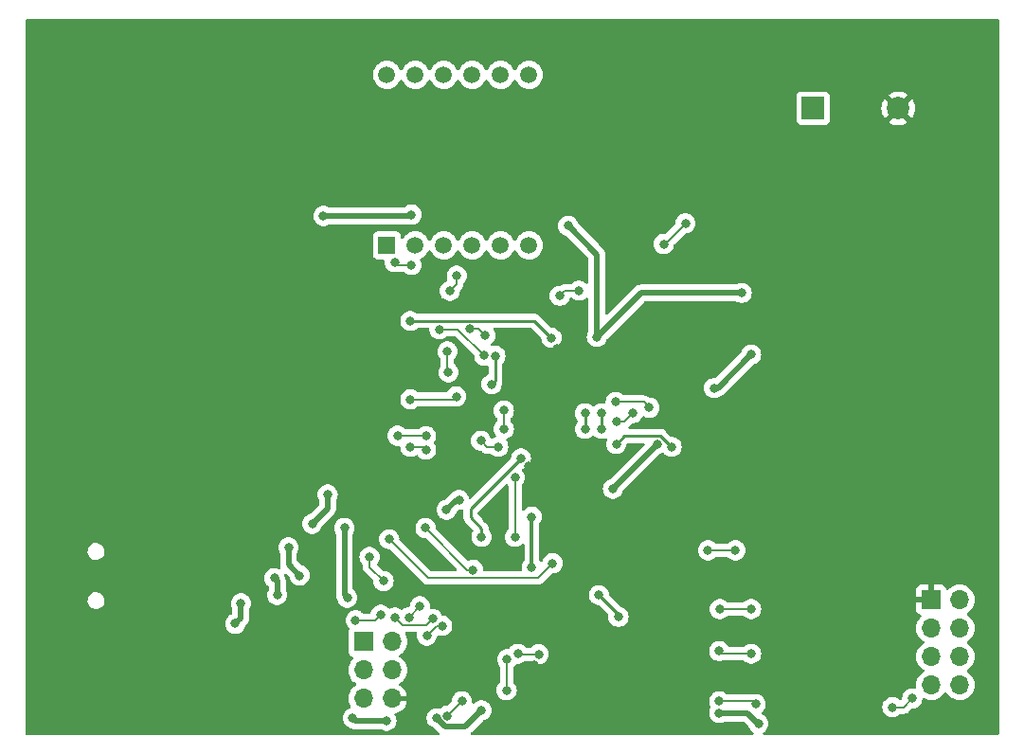
<source format=gbr>
%TF.GenerationSoftware,KiCad,Pcbnew,(7.0.0)*%
%TF.CreationDate,2023-04-21T00:37:14-06:00*%
%TF.ProjectId,Phase_B_Prototype,50686173-655f-4425-9f50-726f746f7479,rev?*%
%TF.SameCoordinates,Original*%
%TF.FileFunction,Copper,L2,Bot*%
%TF.FilePolarity,Positive*%
%FSLAX46Y46*%
G04 Gerber Fmt 4.6, Leading zero omitted, Abs format (unit mm)*
G04 Created by KiCad (PCBNEW (7.0.0)) date 2023-04-21 00:37:14*
%MOMM*%
%LPD*%
G01*
G04 APERTURE LIST*
%TA.AperFunction,ComponentPad*%
%ADD10R,1.500000X1.500000*%
%TD*%
%TA.AperFunction,ComponentPad*%
%ADD11C,1.500000*%
%TD*%
%TA.AperFunction,ComponentPad*%
%ADD12R,1.700000X1.700000*%
%TD*%
%TA.AperFunction,ComponentPad*%
%ADD13O,1.700000X1.700000*%
%TD*%
%TA.AperFunction,ComponentPad*%
%ADD14R,2.000000X2.000000*%
%TD*%
%TA.AperFunction,ComponentPad*%
%ADD15C,2.000000*%
%TD*%
%TA.AperFunction,ViaPad*%
%ADD16C,0.800000*%
%TD*%
%TA.AperFunction,Conductor*%
%ADD17C,0.203200*%
%TD*%
%TA.AperFunction,Conductor*%
%ADD18C,0.508000*%
%TD*%
%TA.AperFunction,Conductor*%
%ADD19C,0.254000*%
%TD*%
%TA.AperFunction,Conductor*%
%ADD20C,0.304800*%
%TD*%
G04 APERTURE END LIST*
D10*
%TO.P,U1,1,e*%
%TO.N,Net-(U1-e)*%
X212299999Y-83239999D03*
D11*
%TO.P,U1,2,d*%
%TO.N,Net-(U1-d)*%
X214840000Y-83240000D03*
%TO.P,U1,3,DPX*%
%TO.N,Net-(U1-DPX)*%
X217380000Y-83240000D03*
%TO.P,U1,4,c*%
%TO.N,Net-(U1-c)*%
X219920000Y-83240000D03*
%TO.P,U1,5,g*%
%TO.N,Net-(U1-g)*%
X222460000Y-83240000D03*
%TO.P,U1,6,CA4*%
%TO.N,D4*%
X225000000Y-83240000D03*
%TO.P,U1,7,b*%
%TO.N,Net-(U1-b)*%
X225000000Y-68000000D03*
%TO.P,U1,8,CA3*%
%TO.N,D3*%
X222460000Y-68000000D03*
%TO.P,U1,9,CA2*%
%TO.N,D2*%
X219920000Y-68000000D03*
%TO.P,U1,10,f*%
%TO.N,Net-(U1-f)*%
X217380000Y-68000000D03*
%TO.P,U1,11,a*%
%TO.N,Net-(U1-a)*%
X214840000Y-68000000D03*
%TO.P,U1,12,CA1*%
%TO.N,D1*%
X212300000Y-68000000D03*
%TD*%
D12*
%TO.P,J2,1,MISO*%
%TO.N,MISO*%
X210209999Y-118669999D03*
D13*
%TO.P,J2,2,VCC*%
%TO.N,VDC*%
X212749999Y-118669999D03*
%TO.P,J2,3,SCK*%
%TO.N,SCK*%
X210209999Y-121209999D03*
%TO.P,J2,4,MOSI*%
%TO.N,MOSI*%
X212749999Y-121209999D03*
%TO.P,J2,5,~{RST}*%
%TO.N,RST*%
X210209999Y-123749999D03*
%TO.P,J2,6,GND*%
%TO.N,GND*%
X212749999Y-123749999D03*
%TD*%
D14*
%TO.P,LS1,1,1*%
%TO.N,Alarm*%
X250399999Y-70999999D03*
D15*
%TO.P,LS1,2,2*%
%TO.N,GND*%
X258000000Y-71000000D03*
%TD*%
D12*
%TO.P,J3,1,Pin_1*%
%TO.N,GND*%
X260959999Y-114919999D03*
D13*
%TO.P,J3,2,Pin_2*%
%TO.N,TX*%
X263499999Y-114919999D03*
%TO.P,J3,3,Pin_3*%
%TO.N,unconnected-(J3-Pin_3-Pad3)*%
X260959999Y-117459999D03*
%TO.P,J3,4,Pin_4*%
%TO.N,+3.3V*%
X263499999Y-117459999D03*
%TO.P,J3,5,Pin_5*%
%TO.N,Net-(J3-Pin_5)*%
X260959999Y-119999999D03*
%TO.P,J3,6,Pin_6*%
%TO.N,+3.3V*%
X263499999Y-119999999D03*
%TO.P,J3,7,Pin_7*%
%TO.N,RX*%
X260959999Y-122539999D03*
%TO.P,J3,8,Pin_8*%
%TO.N,+3.3V*%
X263499999Y-122539999D03*
%TD*%
D16*
%TO.N,MISO*%
X209500000Y-116750000D03*
X211750000Y-116250000D03*
%TO.N,Button_2*%
X220000000Y-112250000D03*
X215750000Y-108500000D03*
%TO.N,VDC*%
X231061602Y-91438398D03*
X228500000Y-81487300D03*
X231061602Y-91438398D03*
X214500000Y-80500000D03*
X244000000Y-87500000D03*
X208500000Y-108500000D03*
X206629247Y-80620753D03*
X208750000Y-114750000D03*
%TO.N,XTAL1*%
X224000000Y-119750000D03*
X225858890Y-119789596D03*
%TO.N,GND*%
X184000000Y-122000000D03*
X205731250Y-119768750D03*
X229250000Y-107000000D03*
X230500000Y-118250000D03*
X224750000Y-122000000D03*
X234000000Y-106750000D03*
X227750000Y-115747300D03*
X231000000Y-124250000D03*
X211000000Y-104750000D03*
X185250000Y-71000000D03*
X229059701Y-123750000D03*
X197000000Y-112750000D03*
X224250000Y-95000000D03*
X225000000Y-103000000D03*
X222000000Y-116000000D03*
X248750000Y-80000000D03*
X189000000Y-115000000D03*
X221221800Y-107750000D03*
X195000000Y-104750000D03*
X206000000Y-121750000D03*
X216500000Y-111000000D03*
X226750000Y-107250000D03*
X219500000Y-110500000D03*
X185250000Y-77250000D03*
X225500000Y-120750000D03*
X232000000Y-103750000D03*
X235250000Y-114750000D03*
X221000000Y-121500000D03*
X196000000Y-119750000D03*
X200000000Y-120000000D03*
X220250000Y-104750000D03*
X264000000Y-92000000D03*
X227500000Y-92500000D03*
X222000000Y-102750000D03*
%TO.N,XTAL2*%
X223049500Y-120250000D03*
X223000000Y-123000000D03*
%TO.N,+5V*%
X199250000Y-115250000D03*
X198750000Y-117059500D03*
X218745753Y-106004247D03*
X203500000Y-110250000D03*
X225250000Y-112000000D03*
X233000000Y-116451100D03*
X202250000Y-113000000D03*
X205625000Y-108125000D03*
X244853800Y-93000000D03*
X241548900Y-96000000D03*
X225250000Y-107500000D03*
X202500000Y-114500000D03*
X231250000Y-114500000D03*
X204500000Y-112750000D03*
X207000000Y-105500000D03*
X236451100Y-101000000D03*
X217629247Y-106870753D03*
X232500000Y-105000000D03*
%TO.N,+3.3V*%
X216744252Y-125501300D03*
X212250000Y-125750000D03*
X220750000Y-124798900D03*
X209250000Y-125500000D03*
X242000000Y-125048900D03*
X245500000Y-126000000D03*
%TO.N,MISO*%
X213000000Y-116500000D03*
X216370753Y-116629247D03*
%TO.N,SCK*%
X215250000Y-115500000D03*
X214254247Y-116495753D03*
%TO.N,MOSI*%
X215879247Y-118120753D03*
X217240147Y-117240147D03*
%TO.N,TX*%
X244853800Y-115750000D03*
X242048900Y-115750000D03*
%TO.N,RX*%
X259250000Y-123750000D03*
X244853800Y-119750000D03*
X242000000Y-119500000D03*
X257483984Y-124516016D03*
%TO.N,Alarm*%
X243451100Y-110500000D03*
X241000000Y-110500000D03*
%TO.N,RED_LED*%
X227095203Y-111654797D03*
X212500000Y-109500000D03*
%TO.N,Button_1*%
X212000000Y-113250000D03*
X210750000Y-111100500D03*
X217719142Y-125280858D03*
X219000000Y-124000000D03*
%TO.N,GREEN_LED*%
X220704797Y-100704797D03*
X223750000Y-109301100D03*
X222250000Y-101250000D03*
X215799500Y-100299500D03*
X223750000Y-104000000D03*
X213250000Y-100250000D03*
%TO.N,a*%
X227000000Y-91500000D03*
X214397300Y-90000000D03*
%TO.N,b*%
X229463213Y-87286787D03*
X227750000Y-87750000D03*
%TO.N,Net-(U1-b)*%
X238976068Y-81273932D03*
X237048900Y-83120753D03*
%TO.N,d*%
X219706787Y-90706787D03*
X221073293Y-91323293D03*
%TO.N,Net-(U1-e)*%
X221000000Y-93101100D03*
X217000000Y-90750000D03*
X213000000Y-84750000D03*
X214489500Y-85000000D03*
%TO.N,f*%
X221999449Y-93111380D03*
X221654543Y-95654543D03*
%TO.N,Net-(U1-f)*%
X234250000Y-98250000D03*
X232798900Y-99000000D03*
%TO.N,g*%
X214397300Y-97000000D03*
X218504290Y-96750000D03*
%TO.N,dp*%
X215799500Y-101500000D03*
X214397300Y-101250000D03*
X222750000Y-99651100D03*
X222750000Y-98000000D03*
%TO.N,Net-(U1-DPX)*%
X217803190Y-94577105D03*
X218545753Y-85954247D03*
X217929247Y-87320753D03*
X217706787Y-92706787D03*
%TO.N,SH_CP*%
X220750000Y-109301100D03*
X230000000Y-99651100D03*
X230000000Y-98248900D03*
X224287133Y-102299411D03*
%TO.N,ST_CP*%
X231500000Y-98248900D03*
X231500000Y-99651100D03*
X237750000Y-101250000D03*
X232798900Y-101000000D03*
%TO.N,DS*%
X235750000Y-97750000D03*
X232750000Y-97250000D03*
%TO.N,Net-(J1-VBUS)*%
X245250000Y-124250000D03*
X242000000Y-124000000D03*
%TD*%
D17*
%TO.N,MISO*%
X213000000Y-116500000D02*
X213697353Y-117197353D01*
X213697353Y-117197353D02*
X215802647Y-117197353D01*
X215802647Y-117197353D02*
X216370753Y-116629247D01*
%TO.N,SCK*%
X215250000Y-115500000D02*
X214254247Y-116495753D01*
%TO.N,MISO*%
X211250000Y-116750000D02*
X209500000Y-116750000D01*
X211750000Y-116250000D02*
X211250000Y-116750000D01*
%TO.N,Button_2*%
X215750000Y-108500000D02*
X219500000Y-112250000D01*
X219500000Y-112250000D02*
X220000000Y-112250000D01*
D18*
%TO.N,VDC*%
X228500000Y-81487300D02*
X231061602Y-84048902D01*
X244000000Y-87500000D02*
X235000000Y-87500000D01*
X208500000Y-108500000D02*
X208500000Y-114500000D01*
X235000000Y-87500000D02*
X231061602Y-91438398D01*
X214379247Y-80620753D02*
X214500000Y-80500000D01*
X208500000Y-114500000D02*
X208750000Y-114750000D01*
X231061602Y-84048902D02*
X231061602Y-91438398D01*
X206629247Y-80620753D02*
X214379247Y-80620753D01*
D17*
%TO.N,XTAL1*%
X224039596Y-119789596D02*
X224000000Y-119750000D01*
X225858890Y-119789596D02*
X224039596Y-119789596D01*
%TO.N,XTAL2*%
X223000000Y-123000000D02*
X223000000Y-120299500D01*
X223000000Y-120299500D02*
X223049500Y-120250000D01*
D18*
%TO.N,+5V*%
X236451100Y-101000000D02*
X236451100Y-101048900D01*
X236451100Y-101048900D02*
X232500000Y-105000000D01*
X218745753Y-106004247D02*
X218495753Y-106004247D01*
X203500000Y-111750000D02*
X204500000Y-112750000D01*
D19*
X231250000Y-114500000D02*
X233000000Y-116250000D01*
D18*
X199250000Y-116559500D02*
X198750000Y-117059500D01*
X202500000Y-114500000D02*
X202500000Y-113250000D01*
D20*
X225250000Y-107500000D02*
X225250000Y-112000000D01*
D18*
X205625000Y-108125000D02*
X207000000Y-106750000D01*
X199250000Y-115250000D02*
X199250000Y-116559500D01*
X202500000Y-113250000D02*
X202250000Y-113000000D01*
D19*
X233000000Y-116250000D02*
X233000000Y-116451100D01*
D18*
X203500000Y-110250000D02*
X203500000Y-111750000D01*
X241853800Y-96000000D02*
X244853800Y-93000000D01*
X218495753Y-106004247D02*
X217629247Y-106870753D01*
X241548900Y-96000000D02*
X241853800Y-96000000D01*
X207000000Y-106750000D02*
X207000000Y-105500000D01*
%TO.N,+3.3V*%
X216744252Y-125513707D02*
X217480545Y-126250000D01*
X209250000Y-125500000D02*
X209500000Y-125750000D01*
X245500000Y-126000000D02*
X245475550Y-126000000D01*
X217480545Y-126250000D02*
X219298900Y-126250000D01*
X244524450Y-125048900D02*
X242000000Y-125048900D01*
X216744252Y-125501300D02*
X216744252Y-125513707D01*
X245475550Y-126000000D02*
X244524450Y-125048900D01*
X209500000Y-125750000D02*
X212250000Y-125750000D01*
X219298900Y-126250000D02*
X220750000Y-124798900D01*
D17*
%TO.N,MOSI*%
X217240147Y-117240147D02*
X216759853Y-117240147D01*
X216759853Y-117240147D02*
X215879247Y-118120753D01*
%TO.N,TX*%
X244853800Y-115750000D02*
X242250000Y-115750000D01*
X242250000Y-115750000D02*
X242048900Y-115750000D01*
%TO.N,RX*%
X242250000Y-119750000D02*
X242000000Y-119500000D01*
X257483984Y-124516016D02*
X258483984Y-124516016D01*
X244853800Y-119750000D02*
X242250000Y-119750000D01*
X258483984Y-124516016D02*
X259250000Y-123750000D01*
%TO.N,Alarm*%
X243451100Y-110500000D02*
X241000000Y-110500000D01*
%TO.N,RED_LED*%
X225798400Y-112951600D02*
X227095203Y-111654797D01*
X215951600Y-112951600D02*
X225798400Y-112951600D01*
X212500000Y-109500000D02*
X215951600Y-112951600D01*
%TO.N,Button_1*%
X217719142Y-125280858D02*
X219000000Y-124000000D01*
X210750000Y-112000000D02*
X212000000Y-113250000D01*
X210750000Y-111100500D02*
X210750000Y-112000000D01*
%TO.N,GREEN_LED*%
X222250000Y-101250000D02*
X221250000Y-101250000D01*
X215799500Y-100299500D02*
X213299500Y-100299500D01*
X221250000Y-101250000D02*
X220704797Y-100704797D01*
X223750000Y-109301100D02*
X223750000Y-104000000D01*
X213299500Y-100299500D02*
X213250000Y-100250000D01*
D19*
%TO.N,a*%
X227000000Y-91500000D02*
X225479787Y-89979787D01*
X214417513Y-89979787D02*
X214397300Y-90000000D01*
X225479787Y-89979787D02*
X214417513Y-89979787D01*
D17*
%TO.N,b*%
X228213213Y-87286787D02*
X227750000Y-87750000D01*
X229463213Y-87286787D02*
X228213213Y-87286787D01*
%TO.N,Net-(U1-b)*%
X237129247Y-83120753D02*
X237048900Y-83120753D01*
X238976068Y-81273932D02*
X237129247Y-83120753D01*
%TO.N,d*%
X219706787Y-90706787D02*
X220456787Y-90706787D01*
X220456787Y-90706787D02*
X221073293Y-91323293D01*
%TO.N,Net-(U1-e)*%
X218648900Y-90750000D02*
X217000000Y-90750000D01*
X221000000Y-93101100D02*
X218648900Y-90750000D01*
X213250000Y-85000000D02*
X213000000Y-84750000D01*
X214489500Y-85000000D02*
X213250000Y-85000000D01*
D19*
%TO.N,f*%
X221999449Y-95309637D02*
X221654543Y-95654543D01*
X221999449Y-93111380D02*
X221999449Y-95309637D01*
D17*
%TO.N,Net-(U1-f)*%
X233500000Y-99000000D02*
X234250000Y-98250000D01*
X232798900Y-99000000D02*
X233500000Y-99000000D01*
%TO.N,g*%
X214397300Y-97000000D02*
X218254290Y-97000000D01*
X218254290Y-97000000D02*
X218504290Y-96750000D01*
%TO.N,dp*%
X214397300Y-101250000D02*
X215549500Y-101250000D01*
X215549500Y-101250000D02*
X215799500Y-101500000D01*
X222750000Y-99651100D02*
X222750000Y-98000000D01*
%TO.N,Net-(U1-DPX)*%
X218545753Y-85954247D02*
X218545753Y-86704247D01*
X217706787Y-92706787D02*
X217706787Y-94480702D01*
X217706787Y-94480702D02*
X217803190Y-94577105D01*
X218545753Y-86704247D02*
X217929247Y-87320753D01*
D19*
%TO.N,SH_CP*%
X220750000Y-109301100D02*
X220750000Y-108528134D01*
X220750000Y-108528134D02*
X219773000Y-107551134D01*
X219773000Y-106813544D02*
X224287133Y-102299411D01*
X219773000Y-107551134D02*
X219773000Y-106813544D01*
X230000000Y-98248900D02*
X230000000Y-99651100D01*
%TO.N,ST_CP*%
X231500000Y-98248900D02*
X231500000Y-99651100D01*
X233525900Y-100273000D02*
X232798900Y-101000000D01*
X236773000Y-100273000D02*
X233525900Y-100273000D01*
X237750000Y-101250000D02*
X236773000Y-100273000D01*
D17*
%TO.N,DS*%
X235250000Y-97250000D02*
X232750000Y-97250000D01*
X235750000Y-97750000D02*
X235250000Y-97250000D01*
%TO.N,Net-(J1-VBUS)*%
X245000000Y-124000000D02*
X242000000Y-124000000D01*
X245250000Y-124250000D02*
X245000000Y-124000000D01*
%TD*%
%TA.AperFunction,Conductor*%
%TO.N,GND*%
G36*
X266937500Y-63017113D02*
G01*
X266982887Y-63062500D01*
X266999500Y-63124500D01*
X266999500Y-126875500D01*
X266982887Y-126937500D01*
X266937500Y-126982887D01*
X266875500Y-126999500D01*
X246037960Y-126999500D01*
X245978223Y-126984162D01*
X245933263Y-126941942D01*
X245914205Y-126883286D01*
X245925762Y-126822703D01*
X245965075Y-126775182D01*
X246015898Y-126738257D01*
X246105871Y-126672888D01*
X246232533Y-126532216D01*
X246327179Y-126368284D01*
X246385674Y-126188256D01*
X246405460Y-126000000D01*
X246385674Y-125811744D01*
X246327179Y-125631716D01*
X246232533Y-125467784D01*
X246194783Y-125425859D01*
X246110220Y-125331942D01*
X246110219Y-125331941D01*
X246105871Y-125327112D01*
X246100613Y-125323292D01*
X246100611Y-125323290D01*
X245957988Y-125219669D01*
X245957987Y-125219668D01*
X245952730Y-125215849D01*
X245892703Y-125189123D01*
X245838863Y-125165151D01*
X245788980Y-125124756D01*
X245765978Y-125064832D01*
X245776020Y-125001435D01*
X245816412Y-124951555D01*
X245855871Y-124922888D01*
X245982533Y-124782216D01*
X246077179Y-124618284D01*
X246110408Y-124516016D01*
X256578524Y-124516016D01*
X256579203Y-124522476D01*
X256597630Y-124697811D01*
X256597631Y-124697819D01*
X256598310Y-124704272D01*
X256600315Y-124710444D01*
X256600317Y-124710451D01*
X256654797Y-124878121D01*
X256656805Y-124884300D01*
X256660052Y-124889924D01*
X256660053Y-124889926D01*
X256747823Y-125041949D01*
X256751451Y-125048232D01*
X256755795Y-125053057D01*
X256755797Y-125053059D01*
X256858556Y-125167184D01*
X256878113Y-125188904D01*
X256883371Y-125192724D01*
X256883372Y-125192725D01*
X256935634Y-125230695D01*
X257031254Y-125300167D01*
X257204181Y-125377160D01*
X257389338Y-125416516D01*
X257572127Y-125416516D01*
X257578630Y-125416516D01*
X257763787Y-125377160D01*
X257936714Y-125300167D01*
X258089855Y-125188904D01*
X258116651Y-125159143D01*
X258158366Y-125128836D01*
X258208801Y-125118116D01*
X258436405Y-125118116D01*
X258452588Y-125119176D01*
X258483984Y-125123310D01*
X258523439Y-125118116D01*
X258523444Y-125118116D01*
X258641164Y-125102618D01*
X258787631Y-125041949D01*
X258792986Y-125037840D01*
X258881831Y-124969667D01*
X258881830Y-124969667D01*
X258881838Y-124969660D01*
X258895311Y-124959322D01*
X258913406Y-124945438D01*
X258932688Y-124920308D01*
X258943367Y-124908129D01*
X259164681Y-124686816D01*
X259204908Y-124659939D01*
X259252360Y-124650500D01*
X259338143Y-124650500D01*
X259344646Y-124650500D01*
X259529803Y-124611144D01*
X259702730Y-124534151D01*
X259855871Y-124422888D01*
X259982533Y-124282216D01*
X260077179Y-124118284D01*
X260135674Y-123938256D01*
X260146812Y-123832279D01*
X260166433Y-123777253D01*
X260209072Y-123737317D01*
X260265265Y-123721337D01*
X260322538Y-123732859D01*
X260496337Y-123813903D01*
X260501567Y-123815304D01*
X260501569Y-123815305D01*
X260543619Y-123826572D01*
X260724592Y-123875063D01*
X260960000Y-123895659D01*
X261195408Y-123875063D01*
X261423663Y-123813903D01*
X261637830Y-123714035D01*
X261831401Y-123578495D01*
X261998495Y-123411401D01*
X262033013Y-123362105D01*
X262128425Y-123225842D01*
X262172743Y-123186976D01*
X262230000Y-123172965D01*
X262287257Y-123186976D01*
X262331575Y-123225842D01*
X262458395Y-123406961D01*
X262458401Y-123406968D01*
X262461505Y-123411401D01*
X262628599Y-123578495D01*
X262633031Y-123581598D01*
X262633033Y-123581600D01*
X262741454Y-123657517D01*
X262822170Y-123714035D01*
X262827070Y-123716320D01*
X262827072Y-123716321D01*
X262854736Y-123729221D01*
X263036337Y-123813903D01*
X263041567Y-123815304D01*
X263041569Y-123815305D01*
X263083619Y-123826572D01*
X263264592Y-123875063D01*
X263500000Y-123895659D01*
X263735408Y-123875063D01*
X263963663Y-123813903D01*
X264177830Y-123714035D01*
X264371401Y-123578495D01*
X264538495Y-123411401D01*
X264674035Y-123217830D01*
X264773903Y-123003663D01*
X264835063Y-122775408D01*
X264855659Y-122540000D01*
X264835063Y-122304592D01*
X264773903Y-122076337D01*
X264674035Y-121862171D01*
X264538495Y-121668599D01*
X264371401Y-121501505D01*
X264366970Y-121498402D01*
X264366966Y-121498399D01*
X264185841Y-121371574D01*
X264146976Y-121327256D01*
X264132965Y-121269999D01*
X264146976Y-121212742D01*
X264185839Y-121168426D01*
X264371401Y-121038495D01*
X264538495Y-120871401D01*
X264674035Y-120677830D01*
X264773903Y-120463663D01*
X264835063Y-120235408D01*
X264855659Y-120000000D01*
X264835063Y-119764592D01*
X264785746Y-119580537D01*
X264775305Y-119541569D01*
X264775304Y-119541567D01*
X264773903Y-119536337D01*
X264674035Y-119322171D01*
X264538495Y-119128599D01*
X264371401Y-118961505D01*
X264366968Y-118958401D01*
X264366961Y-118958395D01*
X264185842Y-118831575D01*
X264146976Y-118787257D01*
X264132965Y-118730000D01*
X264146976Y-118672743D01*
X264185842Y-118628425D01*
X264366961Y-118501604D01*
X264366961Y-118501603D01*
X264371401Y-118498495D01*
X264538495Y-118331401D01*
X264674035Y-118137830D01*
X264773903Y-117923663D01*
X264835063Y-117695408D01*
X264855659Y-117460000D01*
X264835063Y-117224592D01*
X264773903Y-116996337D01*
X264674035Y-116782171D01*
X264538495Y-116588599D01*
X264371401Y-116421505D01*
X264366968Y-116418401D01*
X264366961Y-116418395D01*
X264185842Y-116291575D01*
X264146976Y-116247257D01*
X264132965Y-116190000D01*
X264146976Y-116132743D01*
X264185842Y-116088425D01*
X264366961Y-115961604D01*
X264366961Y-115961603D01*
X264371401Y-115958495D01*
X264538495Y-115791401D01*
X264674035Y-115597830D01*
X264773903Y-115383663D01*
X264835063Y-115155408D01*
X264855173Y-114925552D01*
X264855187Y-114925395D01*
X264855659Y-114920000D01*
X264835063Y-114684592D01*
X264779682Y-114477906D01*
X264775305Y-114461569D01*
X264775304Y-114461567D01*
X264773903Y-114456337D01*
X264674035Y-114242171D01*
X264538495Y-114048599D01*
X264371401Y-113881505D01*
X264366970Y-113878402D01*
X264366966Y-113878399D01*
X264182259Y-113749066D01*
X264182257Y-113749064D01*
X264177830Y-113745965D01*
X264172933Y-113743681D01*
X264172927Y-113743678D01*
X263968572Y-113648386D01*
X263968570Y-113648385D01*
X263963663Y-113646097D01*
X263958438Y-113644697D01*
X263958430Y-113644694D01*
X263740634Y-113586337D01*
X263740630Y-113586336D01*
X263735408Y-113584937D01*
X263730020Y-113584465D01*
X263730017Y-113584465D01*
X263505395Y-113564813D01*
X263500000Y-113564341D01*
X263494605Y-113564813D01*
X263269982Y-113584465D01*
X263269977Y-113584465D01*
X263264592Y-113584937D01*
X263259371Y-113586335D01*
X263259365Y-113586337D01*
X263041569Y-113644694D01*
X263041557Y-113644698D01*
X263036337Y-113646097D01*
X263031432Y-113648383D01*
X263031427Y-113648386D01*
X262827081Y-113743675D01*
X262827077Y-113743677D01*
X262822171Y-113745965D01*
X262817738Y-113749068D01*
X262817731Y-113749073D01*
X262633034Y-113878399D01*
X262633029Y-113878402D01*
X262628599Y-113881505D01*
X262624775Y-113885329D01*
X262506285Y-114003819D01*
X262453538Y-114035114D01*
X262392246Y-114037303D01*
X262337401Y-114009850D01*
X262302422Y-113959471D01*
X262256451Y-113836220D01*
X262248037Y-113820810D01*
X262172501Y-113719907D01*
X262160092Y-113707498D01*
X262059189Y-113631962D01*
X262043777Y-113623547D01*
X261924641Y-113579111D01*
X261909667Y-113575573D01*
X261861114Y-113570353D01*
X261854518Y-113570000D01*
X261226326Y-113570000D01*
X261213450Y-113573450D01*
X261210000Y-113586326D01*
X261210000Y-115046000D01*
X261193387Y-115108000D01*
X261148000Y-115153387D01*
X261086000Y-115170000D01*
X259626326Y-115170000D01*
X259613450Y-115173450D01*
X259610000Y-115186326D01*
X259610000Y-115814518D01*
X259610353Y-115821114D01*
X259615573Y-115869667D01*
X259619111Y-115884641D01*
X259663547Y-116003777D01*
X259671962Y-116019189D01*
X259747498Y-116120092D01*
X259759907Y-116132501D01*
X259860810Y-116208037D01*
X259876220Y-116216451D01*
X259999471Y-116262422D01*
X260049850Y-116297401D01*
X260077303Y-116352246D01*
X260075114Y-116413538D01*
X260043819Y-116466284D01*
X259921505Y-116588599D01*
X259918402Y-116593029D01*
X259918399Y-116593034D01*
X259789073Y-116777731D01*
X259789068Y-116777738D01*
X259785965Y-116782171D01*
X259783677Y-116787077D01*
X259783675Y-116787081D01*
X259688386Y-116991427D01*
X259688383Y-116991432D01*
X259686097Y-116996337D01*
X259684698Y-117001557D01*
X259684694Y-117001569D01*
X259626337Y-117219365D01*
X259626335Y-117219371D01*
X259624937Y-117224592D01*
X259624465Y-117229977D01*
X259624465Y-117229982D01*
X259609932Y-117396097D01*
X259604341Y-117460000D01*
X259604813Y-117465395D01*
X259619680Y-117635329D01*
X259624937Y-117695408D01*
X259626336Y-117700630D01*
X259626337Y-117700634D01*
X259684694Y-117918430D01*
X259684697Y-117918438D01*
X259686097Y-117923663D01*
X259688385Y-117928570D01*
X259688386Y-117928572D01*
X259783678Y-118132927D01*
X259783681Y-118132933D01*
X259785965Y-118137830D01*
X259789064Y-118142257D01*
X259789066Y-118142259D01*
X259918399Y-118326966D01*
X259918402Y-118326970D01*
X259921505Y-118331401D01*
X260088599Y-118498495D01*
X260093032Y-118501599D01*
X260093038Y-118501604D01*
X260274158Y-118628425D01*
X260313024Y-118672743D01*
X260327035Y-118730000D01*
X260313024Y-118787257D01*
X260274159Y-118831575D01*
X260093041Y-118958395D01*
X260088599Y-118961505D01*
X260084775Y-118965328D01*
X260084769Y-118965334D01*
X259925334Y-119124769D01*
X259925328Y-119124775D01*
X259921505Y-119128599D01*
X259918402Y-119133029D01*
X259918399Y-119133034D01*
X259789073Y-119317731D01*
X259789068Y-119317738D01*
X259785965Y-119322171D01*
X259783677Y-119327077D01*
X259783675Y-119327081D01*
X259688386Y-119531427D01*
X259688383Y-119531432D01*
X259686097Y-119536337D01*
X259684698Y-119541557D01*
X259684694Y-119541569D01*
X259626337Y-119759365D01*
X259626335Y-119759371D01*
X259624937Y-119764592D01*
X259624465Y-119769977D01*
X259624465Y-119769982D01*
X259607237Y-119966895D01*
X259604341Y-120000000D01*
X259604813Y-120005395D01*
X259619074Y-120168403D01*
X259624937Y-120235408D01*
X259626336Y-120240630D01*
X259626337Y-120240634D01*
X259684694Y-120458430D01*
X259684697Y-120458438D01*
X259686097Y-120463663D01*
X259688385Y-120468570D01*
X259688386Y-120468572D01*
X259783678Y-120672927D01*
X259783681Y-120672933D01*
X259785965Y-120677830D01*
X259789064Y-120682257D01*
X259789066Y-120682259D01*
X259918399Y-120866966D01*
X259918402Y-120866970D01*
X259921505Y-120871401D01*
X260088599Y-121038495D01*
X260093032Y-121041599D01*
X260093038Y-121041604D01*
X260274158Y-121168425D01*
X260313024Y-121212743D01*
X260327035Y-121270000D01*
X260313024Y-121327257D01*
X260274160Y-121371574D01*
X260088599Y-121501505D01*
X260084775Y-121505328D01*
X260084769Y-121505334D01*
X259925334Y-121664769D01*
X259925328Y-121664775D01*
X259921505Y-121668599D01*
X259918402Y-121673029D01*
X259918399Y-121673034D01*
X259789073Y-121857731D01*
X259789068Y-121857738D01*
X259785965Y-121862171D01*
X259783677Y-121867077D01*
X259783675Y-121867081D01*
X259688386Y-122071427D01*
X259688383Y-122071432D01*
X259686097Y-122076337D01*
X259684698Y-122081557D01*
X259684694Y-122081569D01*
X259626337Y-122299365D01*
X259626335Y-122299371D01*
X259624937Y-122304592D01*
X259624465Y-122309977D01*
X259624465Y-122309982D01*
X259610659Y-122467784D01*
X259604341Y-122540000D01*
X259604813Y-122545395D01*
X259604813Y-122545396D01*
X259622247Y-122744672D01*
X259613891Y-122801428D01*
X259580884Y-122848349D01*
X259530290Y-122875393D01*
X259472938Y-122876769D01*
X259351008Y-122850852D01*
X259351005Y-122850851D01*
X259344646Y-122849500D01*
X259155354Y-122849500D01*
X259148995Y-122850851D01*
X259148991Y-122850852D01*
X258976559Y-122887503D01*
X258976552Y-122887505D01*
X258970197Y-122888856D01*
X258964262Y-122891498D01*
X258964254Y-122891501D01*
X258803207Y-122963205D01*
X258803202Y-122963207D01*
X258797270Y-122965849D01*
X258792016Y-122969665D01*
X258792011Y-122969669D01*
X258649388Y-123073290D01*
X258649381Y-123073295D01*
X258644129Y-123077112D01*
X258639784Y-123081937D01*
X258639779Y-123081942D01*
X258521813Y-123212956D01*
X258521808Y-123212962D01*
X258517467Y-123217784D01*
X258514222Y-123223404D01*
X258514218Y-123223410D01*
X258426069Y-123376089D01*
X258426066Y-123376094D01*
X258422821Y-123381716D01*
X258420815Y-123387888D01*
X258420813Y-123387894D01*
X258366333Y-123555564D01*
X258366331Y-123555573D01*
X258364326Y-123561744D01*
X258363648Y-123568194D01*
X258363646Y-123568204D01*
X258347335Y-123723410D01*
X258344540Y-123750000D01*
X258344906Y-123753489D01*
X258335780Y-123799372D01*
X258308900Y-123839600D01*
X258284363Y-123864137D01*
X258226681Y-123896773D01*
X258160429Y-123895038D01*
X258104533Y-123859429D01*
X258094205Y-123847959D01*
X258094204Y-123847958D01*
X258089855Y-123843128D01*
X258084597Y-123839308D01*
X258084595Y-123839306D01*
X257941972Y-123735685D01*
X257941971Y-123735684D01*
X257936714Y-123731865D01*
X257930776Y-123729221D01*
X257769729Y-123657517D01*
X257769724Y-123657515D01*
X257763787Y-123654872D01*
X257757428Y-123653520D01*
X257757424Y-123653519D01*
X257584992Y-123616868D01*
X257584989Y-123616867D01*
X257578630Y-123615516D01*
X257389338Y-123615516D01*
X257382979Y-123616867D01*
X257382975Y-123616868D01*
X257210543Y-123653519D01*
X257210536Y-123653521D01*
X257204181Y-123654872D01*
X257198246Y-123657514D01*
X257198238Y-123657517D01*
X257037191Y-123729221D01*
X257037186Y-123729223D01*
X257031254Y-123731865D01*
X257026000Y-123735681D01*
X257025995Y-123735685D01*
X256883372Y-123839306D01*
X256883365Y-123839311D01*
X256878113Y-123843128D01*
X256873768Y-123847953D01*
X256873763Y-123847958D01*
X256755797Y-123978972D01*
X256755792Y-123978978D01*
X256751451Y-123983800D01*
X256748206Y-123989420D01*
X256748202Y-123989426D01*
X256660053Y-124142105D01*
X256660050Y-124142110D01*
X256656805Y-124147732D01*
X256654799Y-124153904D01*
X256654797Y-124153910D01*
X256600317Y-124321580D01*
X256600315Y-124321589D01*
X256598310Y-124327760D01*
X256597632Y-124334210D01*
X256597630Y-124334220D01*
X256584154Y-124462451D01*
X256578524Y-124516016D01*
X246110408Y-124516016D01*
X246135674Y-124438256D01*
X246155460Y-124250000D01*
X246135674Y-124061744D01*
X246077179Y-123881716D01*
X245982533Y-123717784D01*
X245937758Y-123668057D01*
X245860220Y-123581942D01*
X245860219Y-123581941D01*
X245855871Y-123577112D01*
X245850613Y-123573292D01*
X245850611Y-123573290D01*
X245707988Y-123469669D01*
X245707987Y-123469668D01*
X245702730Y-123465849D01*
X245696792Y-123463205D01*
X245535745Y-123391501D01*
X245535740Y-123391499D01*
X245529803Y-123388856D01*
X245523444Y-123387504D01*
X245523440Y-123387503D01*
X245351008Y-123350852D01*
X245351005Y-123350851D01*
X245344646Y-123349500D01*
X245155354Y-123349500D01*
X245148995Y-123350851D01*
X245148991Y-123350852D01*
X244976555Y-123387504D01*
X244976549Y-123387505D01*
X244970197Y-123388856D01*
X244964258Y-123391500D01*
X244963240Y-123391831D01*
X244924922Y-123397900D01*
X242724817Y-123397900D01*
X242674382Y-123387180D01*
X242632667Y-123356872D01*
X242610220Y-123331942D01*
X242610219Y-123331941D01*
X242605871Y-123327112D01*
X242600613Y-123323292D01*
X242600611Y-123323290D01*
X242457988Y-123219669D01*
X242457987Y-123219668D01*
X242452730Y-123215849D01*
X242446792Y-123213205D01*
X242285745Y-123141501D01*
X242285740Y-123141499D01*
X242279803Y-123138856D01*
X242273444Y-123137504D01*
X242273440Y-123137503D01*
X242101008Y-123100852D01*
X242101005Y-123100851D01*
X242094646Y-123099500D01*
X241905354Y-123099500D01*
X241898995Y-123100851D01*
X241898991Y-123100852D01*
X241726559Y-123137503D01*
X241726552Y-123137505D01*
X241720197Y-123138856D01*
X241714262Y-123141498D01*
X241714254Y-123141501D01*
X241553207Y-123213205D01*
X241553202Y-123213207D01*
X241547270Y-123215849D01*
X241542016Y-123219665D01*
X241542011Y-123219669D01*
X241399388Y-123323290D01*
X241399381Y-123323295D01*
X241394129Y-123327112D01*
X241389784Y-123331937D01*
X241389779Y-123331942D01*
X241271813Y-123462956D01*
X241271808Y-123462962D01*
X241267467Y-123467784D01*
X241264222Y-123473404D01*
X241264218Y-123473410D01*
X241176069Y-123626089D01*
X241176066Y-123626094D01*
X241172821Y-123631716D01*
X241170815Y-123637888D01*
X241170813Y-123637894D01*
X241116333Y-123805564D01*
X241116331Y-123805573D01*
X241114326Y-123811744D01*
X241113648Y-123818194D01*
X241113646Y-123818204D01*
X241101708Y-123931795D01*
X241094540Y-124000000D01*
X241095219Y-124006459D01*
X241095219Y-124006460D01*
X241113646Y-124181795D01*
X241113647Y-124181803D01*
X241114326Y-124188256D01*
X241116331Y-124194428D01*
X241116333Y-124194435D01*
X241164943Y-124344039D01*
X241172821Y-124368284D01*
X241206553Y-124426709D01*
X241227188Y-124462451D01*
X241243800Y-124524450D01*
X241227188Y-124586449D01*
X241218122Y-124602152D01*
X241172821Y-124680616D01*
X241170815Y-124686788D01*
X241170813Y-124686794D01*
X241116333Y-124854464D01*
X241116331Y-124854473D01*
X241114326Y-124860644D01*
X241113648Y-124867094D01*
X241113646Y-124867104D01*
X241097457Y-125021143D01*
X241094540Y-125048900D01*
X241095219Y-125055360D01*
X241113646Y-125230695D01*
X241113647Y-125230703D01*
X241114326Y-125237156D01*
X241116331Y-125243328D01*
X241116333Y-125243335D01*
X241163304Y-125387894D01*
X241172821Y-125417184D01*
X241176068Y-125422808D01*
X241176069Y-125422810D01*
X241256282Y-125561744D01*
X241267467Y-125581116D01*
X241271811Y-125585941D01*
X241271813Y-125585943D01*
X241365107Y-125689556D01*
X241394129Y-125721788D01*
X241547270Y-125833051D01*
X241720197Y-125910044D01*
X241905354Y-125949400D01*
X242088143Y-125949400D01*
X242094646Y-125949400D01*
X242279803Y-125910044D01*
X242452730Y-125833051D01*
X242460949Y-125827079D01*
X242495514Y-125809469D01*
X242533831Y-125803400D01*
X244160564Y-125803400D01*
X244208017Y-125812839D01*
X244248245Y-125839719D01*
X244601719Y-126193193D01*
X244631968Y-126242554D01*
X244672821Y-126368284D01*
X244676068Y-126373908D01*
X244676069Y-126373910D01*
X244752639Y-126506534D01*
X244767467Y-126532216D01*
X244771811Y-126537041D01*
X244771813Y-126537043D01*
X244872752Y-126649147D01*
X244894129Y-126672888D01*
X244899387Y-126676708D01*
X244899388Y-126676709D01*
X245034925Y-126775182D01*
X245074238Y-126822703D01*
X245085795Y-126883286D01*
X245066737Y-126941942D01*
X245021777Y-126984162D01*
X244962040Y-126999500D01*
X219916540Y-126999500D01*
X219860890Y-126986311D01*
X219817078Y-126949550D01*
X219794424Y-126897036D01*
X219797748Y-126839941D01*
X219826339Y-126790413D01*
X219839005Y-126776986D01*
X219841415Y-126774507D01*
X220909955Y-125705967D01*
X220938466Y-125684677D01*
X220971846Y-125672362D01*
X221029803Y-125660044D01*
X221202730Y-125583051D01*
X221355871Y-125471788D01*
X221482533Y-125331116D01*
X221577179Y-125167184D01*
X221635674Y-124987156D01*
X221655460Y-124798900D01*
X221635674Y-124610644D01*
X221577179Y-124430616D01*
X221482533Y-124266684D01*
X221398503Y-124173360D01*
X221360220Y-124130842D01*
X221360217Y-124130839D01*
X221355871Y-124126012D01*
X221350613Y-124122192D01*
X221350611Y-124122190D01*
X221207988Y-124018569D01*
X221207987Y-124018568D01*
X221202730Y-124014749D01*
X221184111Y-124006459D01*
X221035745Y-123940401D01*
X221035740Y-123940399D01*
X221029803Y-123937756D01*
X221023444Y-123936404D01*
X221023440Y-123936403D01*
X220851008Y-123899752D01*
X220851005Y-123899751D01*
X220844646Y-123898400D01*
X220655354Y-123898400D01*
X220648995Y-123899751D01*
X220648991Y-123899752D01*
X220476559Y-123936403D01*
X220476552Y-123936405D01*
X220470197Y-123937756D01*
X220464262Y-123940398D01*
X220464254Y-123940401D01*
X220303207Y-124012105D01*
X220303202Y-124012107D01*
X220297270Y-124014749D01*
X220292016Y-124018565D01*
X220292011Y-124018569D01*
X220149388Y-124122190D01*
X220149381Y-124122195D01*
X220144129Y-124126012D01*
X220139783Y-124130839D01*
X220114285Y-124159157D01*
X220062914Y-124193286D01*
X220001455Y-124198446D01*
X219945113Y-124173360D01*
X219907825Y-124124234D01*
X219898815Y-124063221D01*
X219898971Y-124061744D01*
X219905460Y-124000000D01*
X219885674Y-123811744D01*
X219827179Y-123631716D01*
X219732533Y-123467784D01*
X219664144Y-123391831D01*
X219610220Y-123331942D01*
X219610219Y-123331941D01*
X219605871Y-123327112D01*
X219600613Y-123323292D01*
X219600611Y-123323290D01*
X219457988Y-123219669D01*
X219457987Y-123219668D01*
X219452730Y-123215849D01*
X219446792Y-123213205D01*
X219285745Y-123141501D01*
X219285740Y-123141499D01*
X219279803Y-123138856D01*
X219273444Y-123137504D01*
X219273440Y-123137503D01*
X219101008Y-123100852D01*
X219101005Y-123100851D01*
X219094646Y-123099500D01*
X218905354Y-123099500D01*
X218898995Y-123100851D01*
X218898991Y-123100852D01*
X218726559Y-123137503D01*
X218726552Y-123137505D01*
X218720197Y-123138856D01*
X218714262Y-123141498D01*
X218714254Y-123141501D01*
X218553207Y-123213205D01*
X218553202Y-123213207D01*
X218547270Y-123215849D01*
X218542016Y-123219665D01*
X218542011Y-123219669D01*
X218399388Y-123323290D01*
X218399381Y-123323295D01*
X218394129Y-123327112D01*
X218389784Y-123331937D01*
X218389779Y-123331942D01*
X218271813Y-123462956D01*
X218271808Y-123462962D01*
X218267467Y-123467784D01*
X218264222Y-123473404D01*
X218264218Y-123473410D01*
X218176069Y-123626089D01*
X218176066Y-123626094D01*
X218172821Y-123631716D01*
X218170815Y-123637888D01*
X218170813Y-123637894D01*
X218116333Y-123805564D01*
X218116331Y-123805573D01*
X218114326Y-123811744D01*
X218113648Y-123818194D01*
X218113646Y-123818204D01*
X218101708Y-123931795D01*
X218094540Y-124000000D01*
X218094906Y-124003489D01*
X218085780Y-124049373D01*
X218058900Y-124089601D01*
X217804463Y-124344039D01*
X217764235Y-124370919D01*
X217716782Y-124380358D01*
X217624496Y-124380358D01*
X217618137Y-124381709D01*
X217618133Y-124381710D01*
X217445701Y-124418361D01*
X217445694Y-124418363D01*
X217439339Y-124419714D01*
X217433404Y-124422356D01*
X217433396Y-124422359D01*
X217272349Y-124494063D01*
X217272344Y-124494065D01*
X217266412Y-124496707D01*
X217261158Y-124500523D01*
X217261153Y-124500527D01*
X217118524Y-124604153D01*
X217118521Y-124604155D01*
X217113271Y-124607970D01*
X217112801Y-124608491D01*
X217064203Y-124634875D01*
X217006333Y-124636389D01*
X216845260Y-124602152D01*
X216845257Y-124602151D01*
X216838898Y-124600800D01*
X216649606Y-124600800D01*
X216643247Y-124602151D01*
X216643243Y-124602152D01*
X216470811Y-124638803D01*
X216470804Y-124638805D01*
X216464449Y-124640156D01*
X216458514Y-124642798D01*
X216458506Y-124642801D01*
X216297459Y-124714505D01*
X216297454Y-124714507D01*
X216291522Y-124717149D01*
X216286268Y-124720965D01*
X216286263Y-124720969D01*
X216143640Y-124824590D01*
X216143633Y-124824595D01*
X216138381Y-124828412D01*
X216134036Y-124833237D01*
X216134031Y-124833242D01*
X216016065Y-124964256D01*
X216016060Y-124964262D01*
X216011719Y-124969084D01*
X216008474Y-124974704D01*
X216008470Y-124974710D01*
X215920321Y-125127389D01*
X215920318Y-125127394D01*
X215917073Y-125133016D01*
X215915067Y-125139188D01*
X215915065Y-125139194D01*
X215860585Y-125306864D01*
X215860583Y-125306873D01*
X215858578Y-125313044D01*
X215857900Y-125319494D01*
X215857898Y-125319504D01*
X215842175Y-125469114D01*
X215838792Y-125501300D01*
X215839471Y-125507760D01*
X215857898Y-125683095D01*
X215857899Y-125683103D01*
X215858578Y-125689556D01*
X215860583Y-125695728D01*
X215860585Y-125695735D01*
X215906061Y-125835694D01*
X215917073Y-125869584D01*
X215920320Y-125875208D01*
X215920321Y-125875210D01*
X216007719Y-126026589D01*
X216011719Y-126033516D01*
X216016063Y-126038341D01*
X216016065Y-126038343D01*
X216134031Y-126169357D01*
X216138381Y-126174188D01*
X216291522Y-126285451D01*
X216464449Y-126362444D01*
X216506640Y-126371411D01*
X216540027Y-126383728D01*
X216568542Y-126405021D01*
X216901778Y-126738257D01*
X216913556Y-126751884D01*
X216928006Y-126771294D01*
X216933537Y-126775935D01*
X216933539Y-126775937D01*
X216938991Y-126780512D01*
X216974255Y-126829050D01*
X216982605Y-126888463D01*
X216962084Y-126944841D01*
X216917498Y-126984986D01*
X216859284Y-126999500D01*
X180124500Y-126999500D01*
X180062500Y-126982887D01*
X180017113Y-126937500D01*
X180000500Y-126875500D01*
X180000500Y-125500000D01*
X208344540Y-125500000D01*
X208345219Y-125506460D01*
X208363646Y-125681795D01*
X208363647Y-125681803D01*
X208364326Y-125688256D01*
X208366331Y-125694428D01*
X208366333Y-125694435D01*
X208420813Y-125862105D01*
X208422821Y-125868284D01*
X208426068Y-125873908D01*
X208426069Y-125873910D01*
X208447711Y-125911396D01*
X208517467Y-126032216D01*
X208521811Y-126037041D01*
X208521813Y-126037043D01*
X208594963Y-126118284D01*
X208644129Y-126172888D01*
X208649387Y-126176708D01*
X208649388Y-126176709D01*
X208673786Y-126194435D01*
X208797270Y-126284151D01*
X208970197Y-126361144D01*
X209063949Y-126381071D01*
X209099821Y-126395442D01*
X209101208Y-126396539D01*
X209169626Y-126428442D01*
X209172752Y-126429956D01*
X209240189Y-126463824D01*
X209247226Y-126465491D01*
X209250582Y-126466713D01*
X209250846Y-126466822D01*
X209251095Y-126466893D01*
X209254510Y-126468024D01*
X209261060Y-126471079D01*
X209335007Y-126486347D01*
X209338354Y-126487089D01*
X209411812Y-126504500D01*
X209419035Y-126504500D01*
X209422618Y-126504919D01*
X209422870Y-126504959D01*
X209423151Y-126504972D01*
X209426716Y-126505283D01*
X209433793Y-126506745D01*
X209509159Y-126504552D01*
X209512767Y-126504500D01*
X211716169Y-126504500D01*
X211754486Y-126510569D01*
X211789050Y-126528179D01*
X211797270Y-126534151D01*
X211970197Y-126611144D01*
X212155354Y-126650500D01*
X212338143Y-126650500D01*
X212344646Y-126650500D01*
X212529803Y-126611144D01*
X212702730Y-126534151D01*
X212855871Y-126422888D01*
X212982533Y-126282216D01*
X213077179Y-126118284D01*
X213135674Y-125938256D01*
X213155460Y-125750000D01*
X213135674Y-125561744D01*
X213077179Y-125381716D01*
X212997099Y-125243013D01*
X212980751Y-125189123D01*
X212989925Y-125133560D01*
X213022727Y-125087785D01*
X213072393Y-125061238D01*
X213208261Y-125024832D01*
X213218397Y-125021143D01*
X213422676Y-124925886D01*
X213432008Y-124920498D01*
X213616643Y-124791215D01*
X213624909Y-124784278D01*
X213784278Y-124624909D01*
X213791215Y-124616643D01*
X213920498Y-124432008D01*
X213925886Y-124422676D01*
X214021143Y-124218397D01*
X214024831Y-124208263D01*
X214076943Y-124013780D01*
X214077311Y-124002551D01*
X214066369Y-124000000D01*
X212624000Y-124000000D01*
X212562000Y-123983387D01*
X212516613Y-123938000D01*
X212500000Y-123876000D01*
X212500000Y-123624000D01*
X212516613Y-123562000D01*
X212562000Y-123516613D01*
X212624000Y-123500000D01*
X214066369Y-123500000D01*
X214077311Y-123497448D01*
X214076943Y-123486219D01*
X214024831Y-123291736D01*
X214021143Y-123281602D01*
X213925889Y-123077332D01*
X213920491Y-123067982D01*
X213872889Y-123000000D01*
X222094540Y-123000000D01*
X222095219Y-123006460D01*
X222113646Y-123181795D01*
X222113647Y-123181803D01*
X222114326Y-123188256D01*
X222116331Y-123194428D01*
X222116333Y-123194435D01*
X222167157Y-123350852D01*
X222172821Y-123368284D01*
X222176068Y-123373908D01*
X222176069Y-123373910D01*
X222260403Y-123519982D01*
X222267467Y-123532216D01*
X222271811Y-123537041D01*
X222271813Y-123537043D01*
X222342372Y-123615406D01*
X222394129Y-123672888D01*
X222547270Y-123784151D01*
X222720197Y-123861144D01*
X222905354Y-123900500D01*
X223088143Y-123900500D01*
X223094646Y-123900500D01*
X223279803Y-123861144D01*
X223452730Y-123784151D01*
X223605871Y-123672888D01*
X223732533Y-123532216D01*
X223827179Y-123368284D01*
X223885674Y-123188256D01*
X223905460Y-123000000D01*
X223885674Y-122811744D01*
X223827179Y-122631716D01*
X223732533Y-122467784D01*
X223633949Y-122358296D01*
X223610336Y-122319763D01*
X223602100Y-122275325D01*
X223602100Y-121024773D01*
X223615619Y-120968471D01*
X223646460Y-120932367D01*
X223645282Y-120931059D01*
X223650115Y-120926706D01*
X223655371Y-120922888D01*
X223782033Y-120782216D01*
X223822282Y-120712500D01*
X223867669Y-120667113D01*
X223929670Y-120650500D01*
X224088143Y-120650500D01*
X224094646Y-120650500D01*
X224279803Y-120611144D01*
X224452730Y-120534151D01*
X224605871Y-120422888D01*
X224606699Y-120421968D01*
X224642660Y-120399932D01*
X224687097Y-120391696D01*
X225134073Y-120391696D01*
X225184508Y-120402416D01*
X225226222Y-120432723D01*
X225253019Y-120462484D01*
X225406160Y-120573747D01*
X225579087Y-120650740D01*
X225764244Y-120690096D01*
X225947033Y-120690096D01*
X225953536Y-120690096D01*
X226138693Y-120650740D01*
X226311620Y-120573747D01*
X226464761Y-120462484D01*
X226591423Y-120321812D01*
X226686069Y-120157880D01*
X226744564Y-119977852D01*
X226764350Y-119789596D01*
X226744564Y-119601340D01*
X226711636Y-119500000D01*
X241094540Y-119500000D01*
X241095219Y-119506460D01*
X241113646Y-119681795D01*
X241113647Y-119681803D01*
X241114326Y-119688256D01*
X241116331Y-119694428D01*
X241116333Y-119694435D01*
X241163119Y-119838425D01*
X241172821Y-119868284D01*
X241176068Y-119873908D01*
X241176069Y-119873910D01*
X241257002Y-120014091D01*
X241267467Y-120032216D01*
X241271811Y-120037041D01*
X241271813Y-120037043D01*
X241386060Y-120163927D01*
X241394129Y-120172888D01*
X241547270Y-120284151D01*
X241720197Y-120361144D01*
X241905354Y-120400500D01*
X242088143Y-120400500D01*
X242094646Y-120400500D01*
X242279803Y-120361144D01*
X242285742Y-120358499D01*
X242286760Y-120358169D01*
X242325078Y-120352100D01*
X244128983Y-120352100D01*
X244179418Y-120362820D01*
X244221132Y-120393127D01*
X244247929Y-120422888D01*
X244253187Y-120426708D01*
X244253188Y-120426709D01*
X244302428Y-120462484D01*
X244401070Y-120534151D01*
X244573997Y-120611144D01*
X244759154Y-120650500D01*
X244941943Y-120650500D01*
X244948446Y-120650500D01*
X245133603Y-120611144D01*
X245306530Y-120534151D01*
X245459671Y-120422888D01*
X245586333Y-120282216D01*
X245680979Y-120118284D01*
X245739474Y-119938256D01*
X245759260Y-119750000D01*
X245739474Y-119561744D01*
X245680979Y-119381716D01*
X245586333Y-119217784D01*
X245559061Y-119187496D01*
X245464020Y-119081942D01*
X245464019Y-119081941D01*
X245459671Y-119077112D01*
X245454413Y-119073292D01*
X245454411Y-119073290D01*
X245311788Y-118969669D01*
X245311787Y-118969668D01*
X245306530Y-118965849D01*
X245300592Y-118963205D01*
X245139545Y-118891501D01*
X245139540Y-118891499D01*
X245133603Y-118888856D01*
X245127244Y-118887504D01*
X245127240Y-118887503D01*
X244954808Y-118850852D01*
X244954805Y-118850851D01*
X244948446Y-118849500D01*
X244759154Y-118849500D01*
X244752795Y-118850851D01*
X244752791Y-118850852D01*
X244580359Y-118887503D01*
X244580352Y-118887505D01*
X244573997Y-118888856D01*
X244568062Y-118891498D01*
X244568054Y-118891501D01*
X244407007Y-118963205D01*
X244407002Y-118963207D01*
X244401070Y-118965849D01*
X244395816Y-118969665D01*
X244395811Y-118969669D01*
X244253188Y-119073290D01*
X244253181Y-119073295D01*
X244247929Y-119077112D01*
X244243584Y-119081937D01*
X244243579Y-119081942D01*
X244221133Y-119106872D01*
X244179418Y-119137180D01*
X244128983Y-119147900D01*
X242908114Y-119147900D01*
X242846114Y-119131287D01*
X242800727Y-119085900D01*
X242754276Y-119005445D01*
X242732533Y-118967784D01*
X242726879Y-118961505D01*
X242610220Y-118831942D01*
X242610219Y-118831941D01*
X242605871Y-118827112D01*
X242600613Y-118823292D01*
X242600611Y-118823290D01*
X242457988Y-118719669D01*
X242457987Y-118719668D01*
X242452730Y-118715849D01*
X242446792Y-118713205D01*
X242285745Y-118641501D01*
X242285740Y-118641499D01*
X242279803Y-118638856D01*
X242273444Y-118637504D01*
X242273440Y-118637503D01*
X242101008Y-118600852D01*
X242101005Y-118600851D01*
X242094646Y-118599500D01*
X241905354Y-118599500D01*
X241898995Y-118600851D01*
X241898991Y-118600852D01*
X241726559Y-118637503D01*
X241726552Y-118637505D01*
X241720197Y-118638856D01*
X241714262Y-118641498D01*
X241714254Y-118641501D01*
X241553207Y-118713205D01*
X241553202Y-118713207D01*
X241547270Y-118715849D01*
X241542016Y-118719665D01*
X241542011Y-118719669D01*
X241399388Y-118823290D01*
X241399381Y-118823295D01*
X241394129Y-118827112D01*
X241389784Y-118831937D01*
X241389779Y-118831942D01*
X241271813Y-118962956D01*
X241271808Y-118962962D01*
X241267467Y-118967784D01*
X241264222Y-118973404D01*
X241264218Y-118973410D01*
X241176069Y-119126089D01*
X241176066Y-119126094D01*
X241172821Y-119131716D01*
X241170815Y-119137888D01*
X241170813Y-119137894D01*
X241116333Y-119305564D01*
X241116331Y-119305573D01*
X241114326Y-119311744D01*
X241113648Y-119318194D01*
X241113646Y-119318204D01*
X241102810Y-119421312D01*
X241094540Y-119500000D01*
X226711636Y-119500000D01*
X226686069Y-119421312D01*
X226591423Y-119257380D01*
X226555770Y-119217784D01*
X226469110Y-119121538D01*
X226469109Y-119121537D01*
X226464761Y-119116708D01*
X226459503Y-119112888D01*
X226459501Y-119112886D01*
X226316878Y-119009265D01*
X226316877Y-119009264D01*
X226311620Y-119005445D01*
X226261768Y-118983249D01*
X226144635Y-118931097D01*
X226144630Y-118931095D01*
X226138693Y-118928452D01*
X226132334Y-118927100D01*
X226132330Y-118927099D01*
X225959898Y-118890448D01*
X225959895Y-118890447D01*
X225953536Y-118889096D01*
X225764244Y-118889096D01*
X225757885Y-118890447D01*
X225757881Y-118890448D01*
X225585449Y-118927099D01*
X225585442Y-118927101D01*
X225579087Y-118928452D01*
X225573152Y-118931094D01*
X225573144Y-118931097D01*
X225412097Y-119002801D01*
X225412092Y-119002803D01*
X225406160Y-119005445D01*
X225400906Y-119009261D01*
X225400901Y-119009265D01*
X225258278Y-119112886D01*
X225258271Y-119112891D01*
X225253019Y-119116708D01*
X225248674Y-119121533D01*
X225248669Y-119121538D01*
X225226223Y-119146468D01*
X225184508Y-119176776D01*
X225134073Y-119187496D01*
X224760469Y-119187496D01*
X224710033Y-119176776D01*
X224668319Y-119146468D01*
X224661209Y-119138572D01*
X224605871Y-119077112D01*
X224600613Y-119073292D01*
X224600611Y-119073290D01*
X224457988Y-118969669D01*
X224457987Y-118969668D01*
X224452730Y-118965849D01*
X224446792Y-118963205D01*
X224285745Y-118891501D01*
X224285740Y-118891499D01*
X224279803Y-118888856D01*
X224273444Y-118887504D01*
X224273440Y-118887503D01*
X224101008Y-118850852D01*
X224101005Y-118850851D01*
X224094646Y-118849500D01*
X223905354Y-118849500D01*
X223898995Y-118850851D01*
X223898991Y-118850852D01*
X223726559Y-118887503D01*
X223726552Y-118887505D01*
X223720197Y-118888856D01*
X223714262Y-118891498D01*
X223714254Y-118891501D01*
X223553207Y-118963205D01*
X223553202Y-118963207D01*
X223547270Y-118965849D01*
X223542016Y-118969665D01*
X223542011Y-118969669D01*
X223399388Y-119073290D01*
X223399381Y-119073295D01*
X223394129Y-119077112D01*
X223389784Y-119081937D01*
X223389779Y-119081942D01*
X223271813Y-119212956D01*
X223271808Y-119212962D01*
X223267467Y-119217784D01*
X223264221Y-119223405D01*
X223264221Y-119223406D01*
X223227216Y-119287501D01*
X223181829Y-119332887D01*
X223119829Y-119349500D01*
X222954854Y-119349500D01*
X222948495Y-119350851D01*
X222948491Y-119350852D01*
X222776059Y-119387503D01*
X222776052Y-119387505D01*
X222769697Y-119388856D01*
X222763762Y-119391498D01*
X222763754Y-119391501D01*
X222602707Y-119463205D01*
X222602702Y-119463207D01*
X222596770Y-119465849D01*
X222591516Y-119469665D01*
X222591511Y-119469669D01*
X222448888Y-119573290D01*
X222448881Y-119573295D01*
X222443629Y-119577112D01*
X222439284Y-119581937D01*
X222439279Y-119581942D01*
X222321313Y-119712956D01*
X222321308Y-119712962D01*
X222316967Y-119717784D01*
X222313722Y-119723404D01*
X222313718Y-119723410D01*
X222225569Y-119876089D01*
X222225566Y-119876094D01*
X222222321Y-119881716D01*
X222220315Y-119887888D01*
X222220313Y-119887894D01*
X222165833Y-120055564D01*
X222165831Y-120055573D01*
X222163826Y-120061744D01*
X222163148Y-120068194D01*
X222163146Y-120068204D01*
X222151887Y-120175336D01*
X222144040Y-120250000D01*
X222144719Y-120256460D01*
X222163146Y-120431795D01*
X222163147Y-120431803D01*
X222163826Y-120438256D01*
X222165831Y-120444428D01*
X222165833Y-120444435D01*
X222219141Y-120608498D01*
X222222321Y-120618284D01*
X222225568Y-120623908D01*
X222225569Y-120623910D01*
X222313716Y-120776586D01*
X222316967Y-120782216D01*
X222321311Y-120787041D01*
X222321313Y-120787043D01*
X222366050Y-120836728D01*
X222389664Y-120875262D01*
X222397900Y-120919700D01*
X222397900Y-122275325D01*
X222389664Y-122319763D01*
X222366050Y-122358297D01*
X222271813Y-122462956D01*
X222271808Y-122462962D01*
X222267467Y-122467784D01*
X222264222Y-122473404D01*
X222264218Y-122473410D01*
X222176069Y-122626089D01*
X222176066Y-122626094D01*
X222172821Y-122631716D01*
X222170815Y-122637888D01*
X222170813Y-122637894D01*
X222116333Y-122805564D01*
X222116331Y-122805573D01*
X222114326Y-122811744D01*
X222113648Y-122818194D01*
X222113646Y-122818204D01*
X222106221Y-122888856D01*
X222094540Y-123000000D01*
X213872889Y-123000000D01*
X213791215Y-122883357D01*
X213784280Y-122875092D01*
X213624909Y-122715721D01*
X213616643Y-122708784D01*
X213435405Y-122581880D01*
X213396540Y-122537562D01*
X213382529Y-122480305D01*
X213396540Y-122423048D01*
X213435406Y-122378730D01*
X213464588Y-122358297D01*
X213621401Y-122248495D01*
X213788495Y-122081401D01*
X213924035Y-121887830D01*
X214023903Y-121673663D01*
X214085063Y-121445408D01*
X214105659Y-121210000D01*
X214085063Y-120974592D01*
X214023903Y-120746337D01*
X213924035Y-120532171D01*
X213788495Y-120338599D01*
X213621401Y-120171505D01*
X213616968Y-120168401D01*
X213616961Y-120168395D01*
X213435842Y-120041575D01*
X213396976Y-119997257D01*
X213382965Y-119940000D01*
X213396976Y-119882743D01*
X213435842Y-119838425D01*
X213616961Y-119711604D01*
X213616961Y-119711603D01*
X213621401Y-119708495D01*
X213788495Y-119541401D01*
X213924035Y-119347830D01*
X214023903Y-119133663D01*
X214085063Y-118905408D01*
X214105659Y-118670000D01*
X214085063Y-118434592D01*
X214023903Y-118206337D01*
X213924035Y-117992171D01*
X213920932Y-117987740D01*
X213919611Y-117985451D01*
X213902999Y-117923452D01*
X213919612Y-117861452D01*
X213964999Y-117816066D01*
X214026999Y-117799453D01*
X214869840Y-117799453D01*
X214935550Y-117818295D01*
X214981290Y-117869095D01*
X214993161Y-117936414D01*
X214976296Y-118096878D01*
X214973787Y-118120753D01*
X214974466Y-118127213D01*
X214992893Y-118302548D01*
X214992894Y-118302556D01*
X214993573Y-118309009D01*
X214995578Y-118315181D01*
X214995580Y-118315188D01*
X215036129Y-118439982D01*
X215052068Y-118489037D01*
X215055315Y-118494661D01*
X215055316Y-118494663D01*
X215137784Y-118637503D01*
X215146714Y-118652969D01*
X215151058Y-118657794D01*
X215151060Y-118657796D01*
X215206771Y-118719669D01*
X215273376Y-118793641D01*
X215278634Y-118797461D01*
X215278635Y-118797462D01*
X215317866Y-118825965D01*
X215426517Y-118904904D01*
X215599444Y-118981897D01*
X215784601Y-119021253D01*
X215967390Y-119021253D01*
X215973893Y-119021253D01*
X216159050Y-118981897D01*
X216331977Y-118904904D01*
X216485118Y-118793641D01*
X216611780Y-118652969D01*
X216706426Y-118489037D01*
X216764921Y-118309009D01*
X216776673Y-118197191D01*
X216795998Y-118142619D01*
X216837995Y-118102767D01*
X216893507Y-118086325D01*
X216950431Y-118096877D01*
X216960344Y-118101291D01*
X217145501Y-118140647D01*
X217328290Y-118140647D01*
X217334793Y-118140647D01*
X217519950Y-118101291D01*
X217692877Y-118024298D01*
X217846018Y-117913035D01*
X217972680Y-117772363D01*
X218067326Y-117608431D01*
X218125821Y-117428403D01*
X218145607Y-117240147D01*
X218132049Y-117111144D01*
X218126500Y-117058351D01*
X218126499Y-117058350D01*
X218125821Y-117051891D01*
X218067326Y-116871863D01*
X217972680Y-116707931D01*
X217963192Y-116697394D01*
X217850367Y-116572089D01*
X217850366Y-116572088D01*
X217846018Y-116567259D01*
X217840760Y-116563439D01*
X217840758Y-116563437D01*
X217698135Y-116459816D01*
X217698134Y-116459815D01*
X217692877Y-116455996D01*
X217672499Y-116446923D01*
X217525892Y-116381648D01*
X217525887Y-116381646D01*
X217519950Y-116379003D01*
X217513591Y-116377651D01*
X217513587Y-116377650D01*
X217341155Y-116340999D01*
X217341152Y-116340998D01*
X217334793Y-116339647D01*
X217328290Y-116339647D01*
X217312747Y-116339647D01*
X217266295Y-116330618D01*
X217226609Y-116304845D01*
X217199705Y-116266421D01*
X217197932Y-116260963D01*
X217103286Y-116097031D01*
X217096049Y-116088994D01*
X216980973Y-115961189D01*
X216980972Y-115961188D01*
X216976624Y-115956359D01*
X216971366Y-115952539D01*
X216971364Y-115952537D01*
X216828741Y-115848916D01*
X216828740Y-115848915D01*
X216823483Y-115845096D01*
X216783091Y-115827112D01*
X216656498Y-115770748D01*
X216656493Y-115770746D01*
X216650556Y-115768103D01*
X216644197Y-115766751D01*
X216644193Y-115766750D01*
X216471761Y-115730099D01*
X216471758Y-115730098D01*
X216465399Y-115728747D01*
X216276107Y-115728747D01*
X216276107Y-115728110D01*
X216227663Y-115722375D01*
X216181374Y-115693169D01*
X216152168Y-115646880D01*
X216145735Y-115592526D01*
X216146148Y-115588604D01*
X216155460Y-115500000D01*
X216135674Y-115311744D01*
X216077179Y-115131716D01*
X215982533Y-114967784D01*
X215965577Y-114948953D01*
X215860220Y-114831942D01*
X215860219Y-114831941D01*
X215855871Y-114827112D01*
X215850613Y-114823292D01*
X215850611Y-114823290D01*
X215707988Y-114719669D01*
X215707987Y-114719668D01*
X215702730Y-114715849D01*
X215696792Y-114713205D01*
X215535745Y-114641501D01*
X215535740Y-114641499D01*
X215529803Y-114638856D01*
X215523444Y-114637504D01*
X215523440Y-114637503D01*
X215351008Y-114600852D01*
X215351005Y-114600851D01*
X215344646Y-114599500D01*
X215155354Y-114599500D01*
X215148995Y-114600851D01*
X215148991Y-114600852D01*
X214976559Y-114637503D01*
X214976552Y-114637505D01*
X214970197Y-114638856D01*
X214964262Y-114641498D01*
X214964254Y-114641501D01*
X214803207Y-114713205D01*
X214803202Y-114713207D01*
X214797270Y-114715849D01*
X214792016Y-114719665D01*
X214792011Y-114719669D01*
X214649388Y-114823290D01*
X214649381Y-114823295D01*
X214644129Y-114827112D01*
X214639784Y-114831937D01*
X214639779Y-114831942D01*
X214521813Y-114962956D01*
X214521808Y-114962962D01*
X214517467Y-114967784D01*
X214514222Y-114973404D01*
X214514218Y-114973410D01*
X214426069Y-115126089D01*
X214426066Y-115126094D01*
X214422821Y-115131716D01*
X214420815Y-115137888D01*
X214420813Y-115137894D01*
X214366333Y-115305564D01*
X214366331Y-115305573D01*
X214364326Y-115311744D01*
X214363648Y-115318194D01*
X214363646Y-115318204D01*
X214346199Y-115484214D01*
X214325679Y-115540593D01*
X214281093Y-115580738D01*
X214222878Y-115595253D01*
X214159601Y-115595253D01*
X214153242Y-115596604D01*
X214153238Y-115596605D01*
X213980806Y-115633256D01*
X213980799Y-115633258D01*
X213974444Y-115634609D01*
X213968509Y-115637251D01*
X213968501Y-115637254D01*
X213807454Y-115708958D01*
X213807449Y-115708960D01*
X213801517Y-115711602D01*
X213796267Y-115715416D01*
X213796264Y-115715418D01*
X213697085Y-115787476D01*
X213649980Y-115808447D01*
X213598419Y-115808447D01*
X213551315Y-115787475D01*
X213550614Y-115786966D01*
X213452730Y-115715849D01*
X213446792Y-115713205D01*
X213285745Y-115641501D01*
X213285740Y-115641499D01*
X213279803Y-115638856D01*
X213273444Y-115637504D01*
X213273440Y-115637503D01*
X213101008Y-115600852D01*
X213101005Y-115600851D01*
X213094646Y-115599500D01*
X212905354Y-115599500D01*
X212898995Y-115600851D01*
X212898991Y-115600852D01*
X212726559Y-115637503D01*
X212726552Y-115637505D01*
X212720197Y-115638856D01*
X212668081Y-115662059D01*
X212582116Y-115700334D01*
X212531681Y-115711054D01*
X212481246Y-115700334D01*
X212439531Y-115670026D01*
X212436760Y-115666949D01*
X212355871Y-115577112D01*
X212350613Y-115573292D01*
X212350611Y-115573290D01*
X212207988Y-115469669D01*
X212207987Y-115469668D01*
X212202730Y-115465849D01*
X212196792Y-115463205D01*
X212035745Y-115391501D01*
X212035740Y-115391499D01*
X212029803Y-115388856D01*
X212023444Y-115387504D01*
X212023440Y-115387503D01*
X211851008Y-115350852D01*
X211851005Y-115350851D01*
X211844646Y-115349500D01*
X211655354Y-115349500D01*
X211648995Y-115350851D01*
X211648991Y-115350852D01*
X211476559Y-115387503D01*
X211476552Y-115387505D01*
X211470197Y-115388856D01*
X211464262Y-115391498D01*
X211464254Y-115391501D01*
X211303207Y-115463205D01*
X211303202Y-115463207D01*
X211297270Y-115465849D01*
X211292016Y-115469665D01*
X211292011Y-115469669D01*
X211149388Y-115573290D01*
X211149381Y-115573295D01*
X211144129Y-115577112D01*
X211139784Y-115581937D01*
X211139779Y-115581942D01*
X211021813Y-115712956D01*
X211021808Y-115712962D01*
X211017467Y-115717784D01*
X211014222Y-115723404D01*
X211014218Y-115723410D01*
X210926069Y-115876089D01*
X210926066Y-115876094D01*
X210922821Y-115881716D01*
X210920815Y-115887888D01*
X210920813Y-115887894D01*
X210864326Y-116061744D01*
X210862278Y-116061078D01*
X210843982Y-116100275D01*
X210800633Y-116135360D01*
X210746294Y-116147900D01*
X210224817Y-116147900D01*
X210174382Y-116137180D01*
X210132667Y-116106872D01*
X210110220Y-116081942D01*
X210110219Y-116081941D01*
X210105871Y-116077112D01*
X210100613Y-116073292D01*
X210100611Y-116073290D01*
X209957988Y-115969669D01*
X209957987Y-115969668D01*
X209952730Y-115965849D01*
X209936213Y-115958495D01*
X209785745Y-115891501D01*
X209785740Y-115891499D01*
X209779803Y-115888856D01*
X209773444Y-115887504D01*
X209773440Y-115887503D01*
X209601008Y-115850852D01*
X209601005Y-115850851D01*
X209594646Y-115849500D01*
X209405354Y-115849500D01*
X209398995Y-115850851D01*
X209398991Y-115850852D01*
X209226559Y-115887503D01*
X209226552Y-115887505D01*
X209220197Y-115888856D01*
X209214262Y-115891498D01*
X209214254Y-115891501D01*
X209053207Y-115963205D01*
X209053202Y-115963207D01*
X209047270Y-115965849D01*
X209042016Y-115969665D01*
X209042011Y-115969669D01*
X208899388Y-116073290D01*
X208899381Y-116073295D01*
X208894129Y-116077112D01*
X208889784Y-116081937D01*
X208889779Y-116081942D01*
X208771813Y-116212956D01*
X208771808Y-116212962D01*
X208767467Y-116217784D01*
X208764222Y-116223404D01*
X208764218Y-116223410D01*
X208676069Y-116376089D01*
X208676066Y-116376094D01*
X208672821Y-116381716D01*
X208670815Y-116387888D01*
X208670813Y-116387894D01*
X208616333Y-116555564D01*
X208616331Y-116555573D01*
X208614326Y-116561744D01*
X208613648Y-116568194D01*
X208613646Y-116568204D01*
X208598370Y-116713557D01*
X208594540Y-116750000D01*
X208595219Y-116756460D01*
X208613646Y-116931795D01*
X208613647Y-116931803D01*
X208614326Y-116938256D01*
X208616331Y-116944428D01*
X208616333Y-116944435D01*
X208669641Y-117108498D01*
X208672821Y-117118284D01*
X208676068Y-117123908D01*
X208676069Y-117123910D01*
X208763839Y-117275933D01*
X208767467Y-117282216D01*
X208894129Y-117422888D01*
X208895406Y-117423816D01*
X208925689Y-117466702D01*
X208934910Y-117520747D01*
X208920285Y-117572217D01*
X208916204Y-117577669D01*
X208913108Y-117585968D01*
X208913106Y-117585973D01*
X208868620Y-117705247D01*
X208868619Y-117705250D01*
X208865909Y-117712517D01*
X208865079Y-117720227D01*
X208865079Y-117720232D01*
X208859855Y-117768819D01*
X208859854Y-117768831D01*
X208859500Y-117772127D01*
X208859500Y-117775448D01*
X208859500Y-117775449D01*
X208859500Y-119564560D01*
X208859500Y-119564578D01*
X208859501Y-119567872D01*
X208859853Y-119571150D01*
X208859854Y-119571161D01*
X208865079Y-119619768D01*
X208865080Y-119619773D01*
X208865909Y-119627483D01*
X208868619Y-119634749D01*
X208868620Y-119634753D01*
X208886166Y-119681795D01*
X208916204Y-119762331D01*
X208921518Y-119769430D01*
X208921519Y-119769431D01*
X208977367Y-119844035D01*
X209002454Y-119877546D01*
X209117669Y-119963796D01*
X209207383Y-119997257D01*
X209249082Y-120012810D01*
X209299462Y-120047789D01*
X209326915Y-120102633D01*
X209324726Y-120163926D01*
X209293431Y-120216673D01*
X209171505Y-120338599D01*
X209168402Y-120343029D01*
X209168399Y-120343034D01*
X209039073Y-120527731D01*
X209039068Y-120527738D01*
X209035965Y-120532171D01*
X209033677Y-120537077D01*
X209033675Y-120537081D01*
X208938386Y-120741427D01*
X208938383Y-120741432D01*
X208936097Y-120746337D01*
X208934698Y-120751557D01*
X208934694Y-120751569D01*
X208876337Y-120969365D01*
X208876335Y-120969371D01*
X208874937Y-120974592D01*
X208874465Y-120979977D01*
X208874465Y-120979982D01*
X208857978Y-121168425D01*
X208854341Y-121210000D01*
X208874937Y-121445408D01*
X208876336Y-121450630D01*
X208876337Y-121450634D01*
X208934694Y-121668430D01*
X208934697Y-121668438D01*
X208936097Y-121673663D01*
X208938385Y-121678570D01*
X208938386Y-121678572D01*
X209033678Y-121882927D01*
X209033681Y-121882933D01*
X209035965Y-121887830D01*
X209039064Y-121892257D01*
X209039066Y-121892259D01*
X209168399Y-122076966D01*
X209168402Y-122076970D01*
X209171505Y-122081401D01*
X209338599Y-122248495D01*
X209343032Y-122251599D01*
X209343038Y-122251604D01*
X209524158Y-122378425D01*
X209563024Y-122422743D01*
X209577035Y-122480000D01*
X209563024Y-122537257D01*
X209524159Y-122581575D01*
X209343041Y-122708395D01*
X209338599Y-122711505D01*
X209334775Y-122715328D01*
X209334769Y-122715334D01*
X209175334Y-122874769D01*
X209175328Y-122874775D01*
X209171505Y-122878599D01*
X209168402Y-122883029D01*
X209168399Y-122883034D01*
X209039073Y-123067731D01*
X209039068Y-123067738D01*
X209035965Y-123072171D01*
X209033677Y-123077077D01*
X209033675Y-123077081D01*
X208938386Y-123281427D01*
X208938383Y-123281432D01*
X208936097Y-123286337D01*
X208934698Y-123291557D01*
X208934694Y-123291569D01*
X208876337Y-123509365D01*
X208876335Y-123509371D01*
X208874937Y-123514592D01*
X208874465Y-123519977D01*
X208874465Y-123519982D01*
X208860753Y-123676709D01*
X208854341Y-123750000D01*
X208854813Y-123755395D01*
X208870811Y-123938256D01*
X208874937Y-123985408D01*
X208876336Y-123990630D01*
X208876337Y-123990634D01*
X208934694Y-124208430D01*
X208934697Y-124208438D01*
X208936097Y-124213663D01*
X208938385Y-124218570D01*
X208938386Y-124218572D01*
X209033678Y-124422927D01*
X209033681Y-124422933D01*
X209035965Y-124427830D01*
X209039065Y-124432257D01*
X209048608Y-124445886D01*
X209070171Y-124502424D01*
X209062411Y-124562436D01*
X209027176Y-124611629D01*
X208982158Y-124633723D01*
X208982735Y-124635497D01*
X208976556Y-124637504D01*
X208970197Y-124638856D01*
X208964262Y-124641498D01*
X208964254Y-124641501D01*
X208803207Y-124713205D01*
X208803202Y-124713207D01*
X208797270Y-124715849D01*
X208792016Y-124719665D01*
X208792011Y-124719669D01*
X208649388Y-124823290D01*
X208649381Y-124823295D01*
X208644129Y-124827112D01*
X208639784Y-124831937D01*
X208639779Y-124831942D01*
X208521813Y-124962956D01*
X208521808Y-124962962D01*
X208517467Y-124967784D01*
X208514222Y-124973404D01*
X208514218Y-124973410D01*
X208426069Y-125126089D01*
X208426066Y-125126094D01*
X208422821Y-125131716D01*
X208420815Y-125137888D01*
X208420813Y-125137894D01*
X208366333Y-125305564D01*
X208366331Y-125305573D01*
X208364326Y-125311744D01*
X208363648Y-125318194D01*
X208363646Y-125318204D01*
X208346993Y-125476658D01*
X208344540Y-125500000D01*
X180000500Y-125500000D01*
X180000500Y-117059500D01*
X197844540Y-117059500D01*
X197845219Y-117065960D01*
X197863646Y-117241295D01*
X197863647Y-117241303D01*
X197864326Y-117247756D01*
X197866331Y-117253928D01*
X197866333Y-117253935D01*
X197912525Y-117396097D01*
X197922821Y-117427784D01*
X197926068Y-117433408D01*
X197926069Y-117433410D01*
X197963979Y-117499073D01*
X198017467Y-117591716D01*
X198021811Y-117596541D01*
X198021813Y-117596543D01*
X198053293Y-117631505D01*
X198144129Y-117732388D01*
X198297270Y-117843651D01*
X198470197Y-117920644D01*
X198655354Y-117960000D01*
X198838143Y-117960000D01*
X198844646Y-117960000D01*
X199029803Y-117920644D01*
X199202730Y-117843651D01*
X199355871Y-117732388D01*
X199482533Y-117591716D01*
X199577179Y-117427784D01*
X199629799Y-117265834D01*
X199660047Y-117216475D01*
X199738264Y-117138258D01*
X199751883Y-117126488D01*
X199771294Y-117112039D01*
X199803324Y-117073866D01*
X199810638Y-117065886D01*
X199811234Y-117065289D01*
X199814583Y-117061941D01*
X199833928Y-117037473D01*
X199836128Y-117034771D01*
X199884667Y-116976927D01*
X199887911Y-116970464D01*
X199889876Y-116967478D01*
X199890041Y-116967249D01*
X199890183Y-116966995D01*
X199892052Y-116963964D01*
X199896539Y-116958291D01*
X199928419Y-116889921D01*
X199929972Y-116886714D01*
X199963824Y-116819311D01*
X199965491Y-116812275D01*
X199966712Y-116808921D01*
X199966818Y-116808663D01*
X199966897Y-116808387D01*
X199968019Y-116805001D01*
X199971079Y-116798440D01*
X199986332Y-116724566D01*
X199987109Y-116721062D01*
X199988888Y-116713557D01*
X200004500Y-116647688D01*
X200004500Y-116640457D01*
X200004916Y-116636898D01*
X200004960Y-116636623D01*
X200004972Y-116636361D01*
X200005285Y-116632781D01*
X200006746Y-116625706D01*
X200004552Y-116550305D01*
X200004500Y-116546698D01*
X200004500Y-115777393D01*
X200021113Y-115715393D01*
X200026074Y-115706800D01*
X200077179Y-115618284D01*
X200135674Y-115438256D01*
X200155460Y-115250000D01*
X200135674Y-115061744D01*
X200077179Y-114881716D01*
X199982533Y-114717784D01*
X199961509Y-114694435D01*
X199860220Y-114581942D01*
X199860219Y-114581941D01*
X199855871Y-114577112D01*
X199850613Y-114573292D01*
X199850611Y-114573290D01*
X199707988Y-114469669D01*
X199707987Y-114469668D01*
X199702730Y-114465849D01*
X199696792Y-114463205D01*
X199535745Y-114391501D01*
X199535740Y-114391499D01*
X199529803Y-114388856D01*
X199523444Y-114387504D01*
X199523440Y-114387503D01*
X199351008Y-114350852D01*
X199351005Y-114350851D01*
X199344646Y-114349500D01*
X199155354Y-114349500D01*
X199148995Y-114350851D01*
X199148991Y-114350852D01*
X198976559Y-114387503D01*
X198976552Y-114387505D01*
X198970197Y-114388856D01*
X198964262Y-114391498D01*
X198964254Y-114391501D01*
X198803207Y-114463205D01*
X198803202Y-114463207D01*
X198797270Y-114465849D01*
X198792016Y-114469665D01*
X198792011Y-114469669D01*
X198649388Y-114573290D01*
X198649381Y-114573295D01*
X198644129Y-114577112D01*
X198639784Y-114581937D01*
X198639779Y-114581942D01*
X198521813Y-114712956D01*
X198521808Y-114712962D01*
X198517467Y-114717784D01*
X198514222Y-114723404D01*
X198514218Y-114723410D01*
X198426069Y-114876089D01*
X198426066Y-114876094D01*
X198422821Y-114881716D01*
X198420815Y-114887888D01*
X198420813Y-114887894D01*
X198366333Y-115055564D01*
X198366331Y-115055573D01*
X198364326Y-115061744D01*
X198363648Y-115068194D01*
X198363646Y-115068204D01*
X198352243Y-115176709D01*
X198344540Y-115250000D01*
X198345219Y-115256460D01*
X198363646Y-115431795D01*
X198363647Y-115431803D01*
X198364326Y-115438256D01*
X198366331Y-115444428D01*
X198366333Y-115444435D01*
X198417157Y-115600852D01*
X198422821Y-115618284D01*
X198470192Y-115700334D01*
X198478887Y-115715393D01*
X198495500Y-115777393D01*
X198495500Y-116106564D01*
X198486471Y-116153015D01*
X198460699Y-116192701D01*
X198421936Y-116219843D01*
X198310847Y-116269304D01*
X198297270Y-116275349D01*
X198292016Y-116279165D01*
X198292011Y-116279169D01*
X198149388Y-116382790D01*
X198149381Y-116382795D01*
X198144129Y-116386612D01*
X198139784Y-116391437D01*
X198139779Y-116391442D01*
X198021813Y-116522456D01*
X198021808Y-116522462D01*
X198017467Y-116527284D01*
X198014222Y-116532904D01*
X198014218Y-116532910D01*
X197926069Y-116685589D01*
X197926066Y-116685594D01*
X197922821Y-116691216D01*
X197920815Y-116697388D01*
X197920813Y-116697394D01*
X197866333Y-116865064D01*
X197866331Y-116865073D01*
X197864326Y-116871244D01*
X197863648Y-116877694D01*
X197863646Y-116877704D01*
X197847408Y-117032216D01*
X197844540Y-117059500D01*
X180000500Y-117059500D01*
X180000500Y-115043935D01*
X185545669Y-115043935D01*
X185576135Y-115216711D01*
X185645623Y-115377804D01*
X185649936Y-115383597D01*
X185649937Y-115383599D01*
X185685818Y-115431795D01*
X185750390Y-115518530D01*
X185884786Y-115631302D01*
X186041567Y-115710040D01*
X186212279Y-115750500D01*
X186340111Y-115750500D01*
X186343709Y-115750500D01*
X186474255Y-115735241D01*
X186639117Y-115675237D01*
X186785696Y-115578830D01*
X186906092Y-115451218D01*
X186993812Y-115299281D01*
X187044130Y-115131210D01*
X187054331Y-114956065D01*
X187023865Y-114783289D01*
X186954377Y-114622196D01*
X186849610Y-114481470D01*
X186777747Y-114421170D01*
X186720745Y-114373339D01*
X186720744Y-114373338D01*
X186715214Y-114368698D01*
X186679680Y-114350852D01*
X186564883Y-114293199D01*
X186564880Y-114293198D01*
X186558433Y-114289960D01*
X186551407Y-114288294D01*
X186551405Y-114288294D01*
X186394749Y-114251165D01*
X186394743Y-114251164D01*
X186387721Y-114249500D01*
X186256291Y-114249500D01*
X186252725Y-114249916D01*
X186252721Y-114249917D01*
X186132915Y-114263920D01*
X186132907Y-114263921D01*
X186125745Y-114264759D01*
X186118967Y-114267225D01*
X186118958Y-114267228D01*
X185967674Y-114322291D01*
X185967671Y-114322292D01*
X185960883Y-114324763D01*
X185954850Y-114328730D01*
X185954842Y-114328735D01*
X185820340Y-114417199D01*
X185820334Y-114417203D01*
X185814304Y-114421170D01*
X185809351Y-114426419D01*
X185809346Y-114426424D01*
X185698865Y-114543527D01*
X185698861Y-114543531D01*
X185693908Y-114548782D01*
X185690299Y-114555032D01*
X185690296Y-114555037D01*
X185609799Y-114694463D01*
X185609796Y-114694468D01*
X185606188Y-114700719D01*
X185604117Y-114707634D01*
X185604117Y-114707636D01*
X185557941Y-114861869D01*
X185557939Y-114861877D01*
X185555870Y-114868790D01*
X185555450Y-114875996D01*
X185555449Y-114876004D01*
X185546088Y-115036725D01*
X185546088Y-115036733D01*
X185545669Y-115043935D01*
X180000500Y-115043935D01*
X180000500Y-113000000D01*
X201344540Y-113000000D01*
X201345219Y-113006460D01*
X201363646Y-113181795D01*
X201363647Y-113181803D01*
X201364326Y-113188256D01*
X201366331Y-113194428D01*
X201366333Y-113194435D01*
X201416701Y-113349449D01*
X201422821Y-113368284D01*
X201426068Y-113373908D01*
X201426069Y-113373910D01*
X201487692Y-113480645D01*
X201517467Y-113532216D01*
X201521811Y-113537041D01*
X201521813Y-113537043D01*
X201594963Y-113618284D01*
X201644129Y-113672888D01*
X201649387Y-113676708D01*
X201649388Y-113676709D01*
X201694385Y-113709401D01*
X201731985Y-113753424D01*
X201745500Y-113809719D01*
X201745500Y-113972607D01*
X201728887Y-114034607D01*
X201676069Y-114126089D01*
X201676066Y-114126094D01*
X201672821Y-114131716D01*
X201670815Y-114137888D01*
X201670813Y-114137894D01*
X201616333Y-114305564D01*
X201616331Y-114305573D01*
X201614326Y-114311744D01*
X201613648Y-114318194D01*
X201613646Y-114318204D01*
X201600317Y-114445035D01*
X201594540Y-114500000D01*
X201595219Y-114506460D01*
X201613646Y-114681795D01*
X201613647Y-114681803D01*
X201614326Y-114688256D01*
X201616331Y-114694428D01*
X201616333Y-114694435D01*
X201670813Y-114862105D01*
X201672821Y-114868284D01*
X201676068Y-114873908D01*
X201676069Y-114873910D01*
X201731355Y-114969669D01*
X201767467Y-115032216D01*
X201771811Y-115037041D01*
X201771813Y-115037043D01*
X201873536Y-115150017D01*
X201894129Y-115172888D01*
X202047270Y-115284151D01*
X202220197Y-115361144D01*
X202405354Y-115400500D01*
X202588143Y-115400500D01*
X202594646Y-115400500D01*
X202779803Y-115361144D01*
X202952730Y-115284151D01*
X203105871Y-115172888D01*
X203232533Y-115032216D01*
X203327179Y-114868284D01*
X203385674Y-114688256D01*
X203405460Y-114500000D01*
X203385674Y-114311744D01*
X203327179Y-114131716D01*
X203271112Y-114034606D01*
X203254500Y-113972607D01*
X203254500Y-113313993D01*
X203255809Y-113296022D01*
X203257124Y-113287043D01*
X203259314Y-113272093D01*
X203254972Y-113222459D01*
X203254500Y-113211653D01*
X203254500Y-113209669D01*
X203254500Y-113206059D01*
X203250881Y-113175104D01*
X203250515Y-113171518D01*
X203249542Y-113160398D01*
X203243943Y-113096388D01*
X203241669Y-113089527D01*
X203240944Y-113086015D01*
X203240900Y-113085747D01*
X203240821Y-113085466D01*
X203239998Y-113081996D01*
X203239160Y-113074816D01*
X203213369Y-113003957D01*
X203212186Y-113000552D01*
X203197535Y-112956338D01*
X203188464Y-112928964D01*
X203184670Y-112922815D01*
X203183160Y-112919575D01*
X203183051Y-112919312D01*
X203182917Y-112919072D01*
X203181306Y-112915865D01*
X203178836Y-112909076D01*
X203174865Y-112903039D01*
X203174864Y-112903036D01*
X203156209Y-112874672D01*
X203138260Y-112824446D01*
X203137705Y-112824565D01*
X203136827Y-112820437D01*
X203136488Y-112819487D01*
X203136353Y-112818206D01*
X203136353Y-112818204D01*
X203135674Y-112811744D01*
X203122468Y-112771103D01*
X203119386Y-112705737D01*
X203150008Y-112647902D01*
X203205805Y-112613710D01*
X203271237Y-112612682D01*
X203328081Y-112645105D01*
X203589951Y-112906975D01*
X203620201Y-112956338D01*
X203668045Y-113103587D01*
X203672821Y-113118284D01*
X203676068Y-113123908D01*
X203676069Y-113123910D01*
X203729851Y-113217064D01*
X203767467Y-113282216D01*
X203771811Y-113287041D01*
X203771813Y-113287043D01*
X203878249Y-113405252D01*
X203894129Y-113422888D01*
X204047270Y-113534151D01*
X204220197Y-113611144D01*
X204405354Y-113650500D01*
X204588143Y-113650500D01*
X204594646Y-113650500D01*
X204779803Y-113611144D01*
X204952730Y-113534151D01*
X205105871Y-113422888D01*
X205232533Y-113282216D01*
X205327179Y-113118284D01*
X205385674Y-112938256D01*
X205405460Y-112750000D01*
X205385674Y-112561744D01*
X205327179Y-112381716D01*
X205232533Y-112217784D01*
X205216265Y-112199717D01*
X205110220Y-112081942D01*
X205110219Y-112081941D01*
X205105871Y-112077112D01*
X205100613Y-112073292D01*
X205100611Y-112073290D01*
X204957988Y-111969669D01*
X204957987Y-111969668D01*
X204952730Y-111965849D01*
X204946792Y-111963205D01*
X204785738Y-111891498D01*
X204785734Y-111891496D01*
X204779803Y-111888856D01*
X204773455Y-111887506D01*
X204773450Y-111887505D01*
X204721850Y-111876537D01*
X204688464Y-111864220D01*
X204659952Y-111842928D01*
X204290819Y-111473795D01*
X204263939Y-111433567D01*
X204254500Y-111386114D01*
X204254500Y-110777393D01*
X204271113Y-110715393D01*
X204283213Y-110694435D01*
X204327179Y-110618284D01*
X204385674Y-110438256D01*
X204405460Y-110250000D01*
X204385674Y-110061744D01*
X204327179Y-109881716D01*
X204232533Y-109717784D01*
X204211509Y-109694435D01*
X204110220Y-109581942D01*
X204110219Y-109581941D01*
X204105871Y-109577112D01*
X204100613Y-109573292D01*
X204100611Y-109573290D01*
X203957988Y-109469669D01*
X203957987Y-109469668D01*
X203952730Y-109465849D01*
X203946792Y-109463205D01*
X203785745Y-109391501D01*
X203785740Y-109391499D01*
X203779803Y-109388856D01*
X203773444Y-109387504D01*
X203773440Y-109387503D01*
X203601008Y-109350852D01*
X203601005Y-109350851D01*
X203594646Y-109349500D01*
X203405354Y-109349500D01*
X203398995Y-109350851D01*
X203398991Y-109350852D01*
X203226559Y-109387503D01*
X203226552Y-109387505D01*
X203220197Y-109388856D01*
X203214262Y-109391498D01*
X203214254Y-109391501D01*
X203053207Y-109463205D01*
X203053202Y-109463207D01*
X203047270Y-109465849D01*
X203042016Y-109469665D01*
X203042011Y-109469669D01*
X202899388Y-109573290D01*
X202899381Y-109573295D01*
X202894129Y-109577112D01*
X202889784Y-109581937D01*
X202889779Y-109581942D01*
X202771813Y-109712956D01*
X202771808Y-109712962D01*
X202767467Y-109717784D01*
X202764222Y-109723404D01*
X202764218Y-109723410D01*
X202676069Y-109876089D01*
X202676066Y-109876094D01*
X202672821Y-109881716D01*
X202670815Y-109887888D01*
X202670813Y-109887894D01*
X202616333Y-110055564D01*
X202616331Y-110055573D01*
X202614326Y-110061744D01*
X202613648Y-110068194D01*
X202613646Y-110068204D01*
X202602243Y-110176709D01*
X202594540Y-110250000D01*
X202595219Y-110256460D01*
X202613646Y-110431795D01*
X202613647Y-110431803D01*
X202614326Y-110438256D01*
X202616331Y-110444428D01*
X202616333Y-110444435D01*
X202654947Y-110563274D01*
X202672821Y-110618284D01*
X202676068Y-110623908D01*
X202676069Y-110623910D01*
X202728887Y-110715393D01*
X202745500Y-110777393D01*
X202745500Y-111685999D01*
X202744190Y-111703971D01*
X202740685Y-111727906D01*
X202741314Y-111735097D01*
X202741314Y-111735104D01*
X202745028Y-111777548D01*
X202745500Y-111788355D01*
X202745500Y-111793941D01*
X202745916Y-111797502D01*
X202745917Y-111797517D01*
X202749116Y-111824885D01*
X202749482Y-111828468D01*
X202755427Y-111896420D01*
X202755428Y-111896425D01*
X202756057Y-111903612D01*
X202758327Y-111910462D01*
X202759056Y-111913992D01*
X202759098Y-111914254D01*
X202759171Y-111914511D01*
X202760002Y-111918019D01*
X202760840Y-111925184D01*
X202786635Y-111996058D01*
X202787804Y-111999423D01*
X202798361Y-112031280D01*
X202803409Y-112087827D01*
X202782726Y-112140698D01*
X202740647Y-112178808D01*
X202685993Y-112194171D01*
X202630220Y-112183565D01*
X202535745Y-112141501D01*
X202535740Y-112141499D01*
X202529803Y-112138856D01*
X202523444Y-112137504D01*
X202523440Y-112137503D01*
X202351008Y-112100852D01*
X202351005Y-112100851D01*
X202344646Y-112099500D01*
X202155354Y-112099500D01*
X202148995Y-112100851D01*
X202148991Y-112100852D01*
X201976559Y-112137503D01*
X201976552Y-112137505D01*
X201970197Y-112138856D01*
X201964262Y-112141498D01*
X201964254Y-112141501D01*
X201803207Y-112213205D01*
X201803202Y-112213207D01*
X201797270Y-112215849D01*
X201792016Y-112219665D01*
X201792011Y-112219669D01*
X201649388Y-112323290D01*
X201649381Y-112323295D01*
X201644129Y-112327112D01*
X201639784Y-112331937D01*
X201639779Y-112331942D01*
X201521813Y-112462956D01*
X201521808Y-112462962D01*
X201517467Y-112467784D01*
X201514222Y-112473404D01*
X201514218Y-112473410D01*
X201426069Y-112626089D01*
X201426066Y-112626094D01*
X201422821Y-112631716D01*
X201420815Y-112637888D01*
X201420813Y-112637894D01*
X201366333Y-112805564D01*
X201366332Y-112805569D01*
X201364326Y-112811744D01*
X201363648Y-112818194D01*
X201363646Y-112818204D01*
X201351029Y-112938256D01*
X201344540Y-113000000D01*
X180000500Y-113000000D01*
X180000500Y-110643935D01*
X185545669Y-110643935D01*
X185546923Y-110651046D01*
X185572535Y-110796298D01*
X185576135Y-110816711D01*
X185645623Y-110977804D01*
X185750390Y-111118530D01*
X185884786Y-111231302D01*
X186041567Y-111310040D01*
X186212279Y-111350500D01*
X186340111Y-111350500D01*
X186343709Y-111350500D01*
X186474255Y-111335241D01*
X186639117Y-111275237D01*
X186785696Y-111178830D01*
X186906092Y-111051218D01*
X186993812Y-110899281D01*
X187044130Y-110731210D01*
X187054331Y-110556065D01*
X187023865Y-110383289D01*
X186954377Y-110222196D01*
X186849610Y-110081470D01*
X186787206Y-110029107D01*
X186720745Y-109973339D01*
X186720744Y-109973338D01*
X186715214Y-109968698D01*
X186703781Y-109962956D01*
X186564883Y-109893199D01*
X186564880Y-109893198D01*
X186558433Y-109889960D01*
X186551407Y-109888294D01*
X186551405Y-109888294D01*
X186394749Y-109851165D01*
X186394743Y-109851164D01*
X186387721Y-109849500D01*
X186256291Y-109849500D01*
X186252725Y-109849916D01*
X186252721Y-109849917D01*
X186132915Y-109863920D01*
X186132907Y-109863921D01*
X186125745Y-109864759D01*
X186118967Y-109867225D01*
X186118958Y-109867228D01*
X185967674Y-109922291D01*
X185967671Y-109922292D01*
X185960883Y-109924763D01*
X185954850Y-109928730D01*
X185954842Y-109928735D01*
X185820340Y-110017199D01*
X185820334Y-110017203D01*
X185814304Y-110021170D01*
X185809351Y-110026419D01*
X185809346Y-110026424D01*
X185698865Y-110143527D01*
X185698861Y-110143531D01*
X185693908Y-110148782D01*
X185690299Y-110155032D01*
X185690296Y-110155037D01*
X185609799Y-110294463D01*
X185609796Y-110294468D01*
X185606188Y-110300719D01*
X185604117Y-110307634D01*
X185604117Y-110307636D01*
X185557941Y-110461869D01*
X185557939Y-110461877D01*
X185555870Y-110468790D01*
X185555450Y-110475996D01*
X185555449Y-110476004D01*
X185546088Y-110636725D01*
X185546088Y-110636733D01*
X185545669Y-110643935D01*
X180000500Y-110643935D01*
X180000500Y-108125000D01*
X204719540Y-108125000D01*
X204720219Y-108131460D01*
X204738646Y-108306795D01*
X204738647Y-108306803D01*
X204739326Y-108313256D01*
X204741331Y-108319428D01*
X204741333Y-108319435D01*
X204774563Y-108421705D01*
X204797821Y-108493284D01*
X204801068Y-108498908D01*
X204801069Y-108498910D01*
X204884671Y-108643714D01*
X204892467Y-108657216D01*
X204896811Y-108662041D01*
X204896813Y-108662043D01*
X204998079Y-108774510D01*
X205019129Y-108797888D01*
X205024387Y-108801708D01*
X205024388Y-108801709D01*
X205066000Y-108831942D01*
X205172270Y-108909151D01*
X205345197Y-108986144D01*
X205530354Y-109025500D01*
X205713143Y-109025500D01*
X205719646Y-109025500D01*
X205904803Y-108986144D01*
X206077730Y-108909151D01*
X206230871Y-108797888D01*
X206357533Y-108657216D01*
X206448302Y-108500000D01*
X207594540Y-108500000D01*
X207595219Y-108506460D01*
X207613646Y-108681795D01*
X207613647Y-108681803D01*
X207614326Y-108688256D01*
X207616331Y-108694428D01*
X207616333Y-108694435D01*
X207670813Y-108862105D01*
X207672821Y-108868284D01*
X207710078Y-108932816D01*
X207728887Y-108965393D01*
X207745500Y-109027393D01*
X207745500Y-114435999D01*
X207744191Y-114453971D01*
X207741892Y-114469669D01*
X207740685Y-114477906D01*
X207741314Y-114485097D01*
X207741314Y-114485104D01*
X207745028Y-114527548D01*
X207745500Y-114538355D01*
X207745500Y-114543941D01*
X207745916Y-114547502D01*
X207745917Y-114547517D01*
X207749116Y-114574885D01*
X207749482Y-114578468D01*
X207755427Y-114646420D01*
X207755428Y-114646425D01*
X207756057Y-114653612D01*
X207758327Y-114660462D01*
X207759056Y-114663992D01*
X207759098Y-114664254D01*
X207759171Y-114664511D01*
X207760002Y-114668019D01*
X207760840Y-114675184D01*
X207786635Y-114746058D01*
X207787804Y-114749423D01*
X207809264Y-114814182D01*
X207809266Y-114814187D01*
X207811536Y-114821036D01*
X207815322Y-114827174D01*
X207816846Y-114830442D01*
X207816946Y-114830683D01*
X207817081Y-114830925D01*
X207818693Y-114834136D01*
X207821164Y-114840924D01*
X207825130Y-114846954D01*
X207825132Y-114846958D01*
X207843791Y-114875328D01*
X207861743Y-114925552D01*
X207862295Y-114925435D01*
X207863164Y-114929527D01*
X207863508Y-114930487D01*
X207863644Y-114931782D01*
X207863646Y-114931795D01*
X207864326Y-114938256D01*
X207866332Y-114944432D01*
X207866334Y-114944438D01*
X207920813Y-115112105D01*
X207922821Y-115118284D01*
X207926068Y-115123908D01*
X207926069Y-115123910D01*
X207956552Y-115176709D01*
X208017467Y-115282216D01*
X208021811Y-115287041D01*
X208021813Y-115287043D01*
X208139779Y-115418057D01*
X208144129Y-115422888D01*
X208297270Y-115534151D01*
X208470197Y-115611144D01*
X208655354Y-115650500D01*
X208838143Y-115650500D01*
X208844646Y-115650500D01*
X209029803Y-115611144D01*
X209202730Y-115534151D01*
X209355871Y-115422888D01*
X209482533Y-115282216D01*
X209577179Y-115118284D01*
X209635674Y-114938256D01*
X209655460Y-114750000D01*
X209635674Y-114561744D01*
X209615612Y-114500000D01*
X230344540Y-114500000D01*
X230345219Y-114506460D01*
X230363646Y-114681795D01*
X230363647Y-114681803D01*
X230364326Y-114688256D01*
X230366331Y-114694428D01*
X230366333Y-114694435D01*
X230420813Y-114862105D01*
X230422821Y-114868284D01*
X230426068Y-114873908D01*
X230426069Y-114873910D01*
X230481355Y-114969669D01*
X230517467Y-115032216D01*
X230521811Y-115037041D01*
X230521813Y-115037043D01*
X230623536Y-115150017D01*
X230644129Y-115172888D01*
X230797270Y-115284151D01*
X230970197Y-115361144D01*
X231155354Y-115400500D01*
X231211719Y-115400500D01*
X231259172Y-115409939D01*
X231299400Y-115436819D01*
X232073559Y-116210978D01*
X232102765Y-116257267D01*
X232109199Y-116311620D01*
X232095602Y-116440991D01*
X232094540Y-116451100D01*
X232095219Y-116457560D01*
X232113646Y-116632895D01*
X232113647Y-116632903D01*
X232114326Y-116639356D01*
X232116331Y-116645528D01*
X232116333Y-116645535D01*
X232169421Y-116808921D01*
X232172821Y-116819384D01*
X232176068Y-116825008D01*
X232176069Y-116825010D01*
X232258190Y-116967249D01*
X232267467Y-116983316D01*
X232271811Y-116988141D01*
X232271813Y-116988143D01*
X232387253Y-117116352D01*
X232394129Y-117123988D01*
X232399387Y-117127808D01*
X232399388Y-117127809D01*
X232454786Y-117168058D01*
X232547270Y-117235251D01*
X232720197Y-117312244D01*
X232905354Y-117351600D01*
X233088143Y-117351600D01*
X233094646Y-117351600D01*
X233279803Y-117312244D01*
X233452730Y-117235251D01*
X233605871Y-117123988D01*
X233732533Y-116983316D01*
X233827179Y-116819384D01*
X233885674Y-116639356D01*
X233905460Y-116451100D01*
X233885674Y-116262844D01*
X233827179Y-116082816D01*
X233732533Y-115918884D01*
X233704629Y-115887894D01*
X233610220Y-115783042D01*
X233610219Y-115783041D01*
X233605871Y-115778212D01*
X233600613Y-115774392D01*
X233600611Y-115774390D01*
X233567041Y-115750000D01*
X241143440Y-115750000D01*
X241144119Y-115756460D01*
X241162546Y-115931795D01*
X241162547Y-115931803D01*
X241163226Y-115938256D01*
X241165231Y-115944428D01*
X241165233Y-115944435D01*
X241217913Y-116106564D01*
X241221721Y-116118284D01*
X241224968Y-116123908D01*
X241224969Y-116123910D01*
X241305182Y-116262844D01*
X241316367Y-116282216D01*
X241320711Y-116287041D01*
X241320713Y-116287043D01*
X241405896Y-116381648D01*
X241443029Y-116422888D01*
X241596170Y-116534151D01*
X241769097Y-116611144D01*
X241954254Y-116650500D01*
X242137043Y-116650500D01*
X242143546Y-116650500D01*
X242328703Y-116611144D01*
X242501630Y-116534151D01*
X242654771Y-116422888D01*
X242681567Y-116393127D01*
X242723282Y-116362820D01*
X242773717Y-116352100D01*
X244128983Y-116352100D01*
X244179418Y-116362820D01*
X244221132Y-116393127D01*
X244247929Y-116422888D01*
X244401070Y-116534151D01*
X244573997Y-116611144D01*
X244759154Y-116650500D01*
X244941943Y-116650500D01*
X244948446Y-116650500D01*
X245133603Y-116611144D01*
X245306530Y-116534151D01*
X245459671Y-116422888D01*
X245586333Y-116282216D01*
X245680979Y-116118284D01*
X245739474Y-115938256D01*
X245759260Y-115750000D01*
X245739474Y-115561744D01*
X245680979Y-115381716D01*
X245586333Y-115217784D01*
X245541558Y-115168057D01*
X245464020Y-115081942D01*
X245464019Y-115081941D01*
X245459671Y-115077112D01*
X245454413Y-115073292D01*
X245454411Y-115073290D01*
X245311788Y-114969669D01*
X245311787Y-114969668D01*
X245306530Y-114965849D01*
X245300592Y-114963205D01*
X245139545Y-114891501D01*
X245139540Y-114891499D01*
X245133603Y-114888856D01*
X245127244Y-114887504D01*
X245127240Y-114887503D01*
X244954808Y-114850852D01*
X244954805Y-114850851D01*
X244948446Y-114849500D01*
X244759154Y-114849500D01*
X244752795Y-114850851D01*
X244752791Y-114850852D01*
X244580359Y-114887503D01*
X244580352Y-114887505D01*
X244573997Y-114888856D01*
X244568062Y-114891498D01*
X244568054Y-114891501D01*
X244407007Y-114963205D01*
X244407002Y-114963207D01*
X244401070Y-114965849D01*
X244395816Y-114969665D01*
X244395811Y-114969669D01*
X244253188Y-115073290D01*
X244253181Y-115073295D01*
X244247929Y-115077112D01*
X244243584Y-115081937D01*
X244243579Y-115081942D01*
X244221133Y-115106872D01*
X244179418Y-115137180D01*
X244128983Y-115147900D01*
X242773717Y-115147900D01*
X242723282Y-115137180D01*
X242681567Y-115106872D01*
X242659120Y-115081942D01*
X242659119Y-115081941D01*
X242654771Y-115077112D01*
X242649513Y-115073292D01*
X242649511Y-115073290D01*
X242506888Y-114969669D01*
X242506887Y-114969668D01*
X242501630Y-114965849D01*
X242495692Y-114963205D01*
X242334645Y-114891501D01*
X242334640Y-114891499D01*
X242328703Y-114888856D01*
X242322344Y-114887504D01*
X242322340Y-114887503D01*
X242149908Y-114850852D01*
X242149905Y-114850851D01*
X242143546Y-114849500D01*
X241954254Y-114849500D01*
X241947895Y-114850851D01*
X241947891Y-114850852D01*
X241775459Y-114887503D01*
X241775452Y-114887505D01*
X241769097Y-114888856D01*
X241763162Y-114891498D01*
X241763154Y-114891501D01*
X241602107Y-114963205D01*
X241602102Y-114963207D01*
X241596170Y-114965849D01*
X241590916Y-114969665D01*
X241590911Y-114969669D01*
X241448288Y-115073290D01*
X241448281Y-115073295D01*
X241443029Y-115077112D01*
X241438684Y-115081937D01*
X241438679Y-115081942D01*
X241320713Y-115212956D01*
X241320708Y-115212962D01*
X241316367Y-115217784D01*
X241313122Y-115223404D01*
X241313118Y-115223410D01*
X241224969Y-115376089D01*
X241224966Y-115376094D01*
X241221721Y-115381716D01*
X241219715Y-115387888D01*
X241219713Y-115387894D01*
X241165233Y-115555564D01*
X241165231Y-115555573D01*
X241163226Y-115561744D01*
X241162548Y-115568194D01*
X241162546Y-115568204D01*
X241147029Y-115715849D01*
X241143440Y-115750000D01*
X233567041Y-115750000D01*
X233457988Y-115670769D01*
X233457987Y-115670768D01*
X233452730Y-115666949D01*
X233446792Y-115664305D01*
X233285745Y-115592601D01*
X233285740Y-115592599D01*
X233279803Y-115589956D01*
X233273444Y-115588604D01*
X233273443Y-115588604D01*
X233249148Y-115583440D01*
X233215762Y-115571123D01*
X233187250Y-115549831D01*
X232291093Y-114653674D01*
X259610000Y-114653674D01*
X259613450Y-114666549D01*
X259626326Y-114670000D01*
X260693674Y-114670000D01*
X260706549Y-114666549D01*
X260710000Y-114653674D01*
X260710000Y-113586326D01*
X260706549Y-113573450D01*
X260693674Y-113570000D01*
X260065482Y-113570000D01*
X260058885Y-113570353D01*
X260010332Y-113575573D01*
X259995358Y-113579111D01*
X259876222Y-113623547D01*
X259860810Y-113631962D01*
X259759907Y-113707498D01*
X259747498Y-113719907D01*
X259671962Y-113820810D01*
X259663547Y-113836222D01*
X259619111Y-113955358D01*
X259615573Y-113970332D01*
X259610353Y-114018885D01*
X259610000Y-114025482D01*
X259610000Y-114653674D01*
X232291093Y-114653674D01*
X232188629Y-114551210D01*
X232164389Y-114516912D01*
X232152989Y-114476490D01*
X232152386Y-114470757D01*
X232135674Y-114311744D01*
X232077179Y-114131716D01*
X231982533Y-113967784D01*
X231937758Y-113918057D01*
X231860220Y-113831942D01*
X231860219Y-113831941D01*
X231855871Y-113827112D01*
X231850613Y-113823292D01*
X231850611Y-113823290D01*
X231707988Y-113719669D01*
X231707987Y-113719668D01*
X231702730Y-113715849D01*
X231683974Y-113707498D01*
X231535745Y-113641501D01*
X231535740Y-113641499D01*
X231529803Y-113638856D01*
X231523444Y-113637504D01*
X231523440Y-113637503D01*
X231351008Y-113600852D01*
X231351005Y-113600851D01*
X231344646Y-113599500D01*
X231155354Y-113599500D01*
X231148995Y-113600851D01*
X231148991Y-113600852D01*
X230976559Y-113637503D01*
X230976552Y-113637505D01*
X230970197Y-113638856D01*
X230964262Y-113641498D01*
X230964254Y-113641501D01*
X230803207Y-113713205D01*
X230803202Y-113713207D01*
X230797270Y-113715849D01*
X230792016Y-113719665D01*
X230792011Y-113719669D01*
X230649388Y-113823290D01*
X230649381Y-113823295D01*
X230644129Y-113827112D01*
X230639784Y-113831937D01*
X230639779Y-113831942D01*
X230521813Y-113962956D01*
X230521808Y-113962962D01*
X230517467Y-113967784D01*
X230514222Y-113973404D01*
X230514218Y-113973410D01*
X230426069Y-114126089D01*
X230426066Y-114126094D01*
X230422821Y-114131716D01*
X230420815Y-114137888D01*
X230420813Y-114137894D01*
X230366333Y-114305564D01*
X230366331Y-114305573D01*
X230364326Y-114311744D01*
X230363648Y-114318194D01*
X230363646Y-114318204D01*
X230350317Y-114445035D01*
X230344540Y-114500000D01*
X209615612Y-114500000D01*
X209577179Y-114381716D01*
X209482533Y-114217784D01*
X209355871Y-114077112D01*
X209350613Y-114073292D01*
X209350611Y-114073290D01*
X209305615Y-114040599D01*
X209268015Y-113996576D01*
X209254500Y-113940281D01*
X209254500Y-111100500D01*
X209844540Y-111100500D01*
X209845219Y-111106960D01*
X209863646Y-111282295D01*
X209863647Y-111282303D01*
X209864326Y-111288756D01*
X209866331Y-111294928D01*
X209866333Y-111294935D01*
X209912648Y-111437476D01*
X209922821Y-111468784D01*
X209926068Y-111474408D01*
X209926069Y-111474410D01*
X209988152Y-111581942D01*
X210017467Y-111632716D01*
X210021811Y-111637541D01*
X210021813Y-111637543D01*
X210056382Y-111675935D01*
X210099128Y-111723410D01*
X210116050Y-111742203D01*
X210139664Y-111780737D01*
X210147900Y-111825175D01*
X210147900Y-111952421D01*
X210146839Y-111968604D01*
X210142706Y-112000000D01*
X210143767Y-112008060D01*
X210147900Y-112039455D01*
X210147900Y-112039460D01*
X210158862Y-112122726D01*
X210162336Y-112149120D01*
X210162337Y-112149126D01*
X210163398Y-112157180D01*
X210166507Y-112164686D01*
X210166508Y-112164689D01*
X210203687Y-112254445D01*
X210224067Y-112303647D01*
X210229014Y-112310094D01*
X210296349Y-112397847D01*
X210294666Y-112399138D01*
X210294667Y-112399140D01*
X210296351Y-112397849D01*
X210320578Y-112429422D01*
X210336437Y-112441591D01*
X210345708Y-112448705D01*
X210357902Y-112459400D01*
X211058900Y-113160398D01*
X211085780Y-113200626D01*
X211094906Y-113246509D01*
X211094540Y-113250000D01*
X211095219Y-113256460D01*
X211113646Y-113431795D01*
X211113647Y-113431803D01*
X211114326Y-113438256D01*
X211116331Y-113444428D01*
X211116333Y-113444435D01*
X211167157Y-113600852D01*
X211172821Y-113618284D01*
X211176068Y-113623908D01*
X211176069Y-113623910D01*
X211246537Y-113745965D01*
X211267467Y-113782216D01*
X211271811Y-113787041D01*
X211271813Y-113787043D01*
X211360317Y-113885336D01*
X211394129Y-113922888D01*
X211399387Y-113926708D01*
X211399388Y-113926709D01*
X211438820Y-113955358D01*
X211547270Y-114034151D01*
X211720197Y-114111144D01*
X211905354Y-114150500D01*
X212088143Y-114150500D01*
X212094646Y-114150500D01*
X212279803Y-114111144D01*
X212452730Y-114034151D01*
X212605871Y-113922888D01*
X212732533Y-113782216D01*
X212827179Y-113618284D01*
X212885674Y-113438256D01*
X212905460Y-113250000D01*
X212885674Y-113061744D01*
X212827179Y-112881716D01*
X212732533Y-112717784D01*
X212637898Y-112612682D01*
X212610220Y-112581942D01*
X212610219Y-112581941D01*
X212605871Y-112577112D01*
X212600613Y-112573292D01*
X212600611Y-112573290D01*
X212457988Y-112469669D01*
X212457987Y-112469668D01*
X212452730Y-112465849D01*
X212446792Y-112463205D01*
X212285745Y-112391501D01*
X212285740Y-112391499D01*
X212279803Y-112388856D01*
X212273444Y-112387504D01*
X212273440Y-112387503D01*
X212101008Y-112350852D01*
X212101005Y-112350851D01*
X212094646Y-112349500D01*
X212088143Y-112349500D01*
X212002360Y-112349500D01*
X211954907Y-112340061D01*
X211914679Y-112313181D01*
X211448087Y-111846589D01*
X211416571Y-111793087D01*
X211414946Y-111731014D01*
X211443619Y-111675935D01*
X211468607Y-111648181D01*
X211482533Y-111632716D01*
X211577179Y-111468784D01*
X211635674Y-111288756D01*
X211655460Y-111100500D01*
X211635674Y-110912244D01*
X211577179Y-110732216D01*
X211482533Y-110568284D01*
X211399443Y-110476004D01*
X211360220Y-110432442D01*
X211360219Y-110432441D01*
X211355871Y-110427612D01*
X211350613Y-110423792D01*
X211350611Y-110423790D01*
X211207988Y-110320169D01*
X211207987Y-110320168D01*
X211202730Y-110316349D01*
X211196792Y-110313705D01*
X211035745Y-110242001D01*
X211035740Y-110241999D01*
X211029803Y-110239356D01*
X211023444Y-110238004D01*
X211023440Y-110238003D01*
X210851008Y-110201352D01*
X210851005Y-110201351D01*
X210844646Y-110200000D01*
X210655354Y-110200000D01*
X210648995Y-110201351D01*
X210648991Y-110201352D01*
X210476559Y-110238003D01*
X210476552Y-110238005D01*
X210470197Y-110239356D01*
X210464262Y-110241998D01*
X210464254Y-110242001D01*
X210303207Y-110313705D01*
X210303202Y-110313707D01*
X210297270Y-110316349D01*
X210292016Y-110320165D01*
X210292011Y-110320169D01*
X210149388Y-110423790D01*
X210149381Y-110423795D01*
X210144129Y-110427612D01*
X210139784Y-110432437D01*
X210139779Y-110432442D01*
X210021813Y-110563456D01*
X210021808Y-110563462D01*
X210017467Y-110568284D01*
X210014222Y-110573904D01*
X210014218Y-110573910D01*
X209926069Y-110726589D01*
X209926066Y-110726594D01*
X209922821Y-110732216D01*
X209920815Y-110738388D01*
X209920813Y-110738394D01*
X209866333Y-110906064D01*
X209866331Y-110906073D01*
X209864326Y-110912244D01*
X209863648Y-110918694D01*
X209863646Y-110918704D01*
X209849167Y-111056472D01*
X209844540Y-111100500D01*
X209254500Y-111100500D01*
X209254500Y-109500000D01*
X211594540Y-109500000D01*
X211595219Y-109506460D01*
X211613646Y-109681795D01*
X211613647Y-109681803D01*
X211614326Y-109688256D01*
X211616331Y-109694428D01*
X211616333Y-109694435D01*
X211669113Y-109856872D01*
X211672821Y-109868284D01*
X211676068Y-109873908D01*
X211676069Y-109873910D01*
X211761089Y-110021170D01*
X211767467Y-110032216D01*
X211771811Y-110037041D01*
X211771813Y-110037043D01*
X211884545Y-110162244D01*
X211894129Y-110172888D01*
X211899387Y-110176708D01*
X211899388Y-110176709D01*
X211933306Y-110201352D01*
X212047270Y-110284151D01*
X212220197Y-110361144D01*
X212405354Y-110400500D01*
X212497640Y-110400500D01*
X212545093Y-110409939D01*
X212585321Y-110436819D01*
X215492199Y-113343697D01*
X215502893Y-113355891D01*
X215517229Y-113374573D01*
X215522178Y-113381022D01*
X215553737Y-113405238D01*
X215553753Y-113405251D01*
X215553754Y-113405252D01*
X215647953Y-113477534D01*
X215655461Y-113480643D01*
X215655463Y-113480645D01*
X215766383Y-113526589D01*
X215794420Y-113538202D01*
X215951600Y-113558895D01*
X215983003Y-113554760D01*
X215999186Y-113553700D01*
X225750821Y-113553700D01*
X225767004Y-113554760D01*
X225798400Y-113558894D01*
X225837855Y-113553700D01*
X225837860Y-113553700D01*
X225955580Y-113538202D01*
X226102047Y-113477533D01*
X226153234Y-113438256D01*
X226196247Y-113405251D01*
X226196246Y-113405251D01*
X226196254Y-113405244D01*
X226196262Y-113405238D01*
X226227822Y-113381022D01*
X226247105Y-113355891D01*
X226257790Y-113343706D01*
X227009881Y-112591616D01*
X227050110Y-112564736D01*
X227097563Y-112555297D01*
X227183346Y-112555297D01*
X227189849Y-112555297D01*
X227375006Y-112515941D01*
X227547933Y-112438948D01*
X227701074Y-112327685D01*
X227827736Y-112187013D01*
X227922382Y-112023081D01*
X227980877Y-111843053D01*
X228000663Y-111654797D01*
X227980877Y-111466541D01*
X227922382Y-111286513D01*
X227827736Y-111122581D01*
X227802037Y-111094040D01*
X227705423Y-110986739D01*
X227705422Y-110986738D01*
X227701074Y-110981909D01*
X227695816Y-110978089D01*
X227695814Y-110978087D01*
X227553191Y-110874466D01*
X227553190Y-110874465D01*
X227547933Y-110870646D01*
X227528750Y-110862105D01*
X227380948Y-110796298D01*
X227380943Y-110796296D01*
X227375006Y-110793653D01*
X227368647Y-110792301D01*
X227368643Y-110792300D01*
X227196211Y-110755649D01*
X227196208Y-110755648D01*
X227189849Y-110754297D01*
X227000557Y-110754297D01*
X226994198Y-110755648D01*
X226994194Y-110755649D01*
X226821762Y-110792300D01*
X226821755Y-110792302D01*
X226815400Y-110793653D01*
X226809465Y-110796295D01*
X226809457Y-110796298D01*
X226648410Y-110868002D01*
X226648405Y-110868004D01*
X226642473Y-110870646D01*
X226637219Y-110874462D01*
X226637214Y-110874466D01*
X226494591Y-110978087D01*
X226494584Y-110978092D01*
X226489332Y-110981909D01*
X226484987Y-110986734D01*
X226484982Y-110986739D01*
X226367016Y-111117753D01*
X226367011Y-111117759D01*
X226362670Y-111122581D01*
X226359425Y-111128201D01*
X226359421Y-111128207D01*
X226271272Y-111280886D01*
X226271269Y-111280891D01*
X226268024Y-111286513D01*
X226266018Y-111292685D01*
X226266016Y-111292691D01*
X226213590Y-111454042D01*
X226184254Y-111502482D01*
X226136439Y-111532827D01*
X226080118Y-111538746D01*
X226027039Y-111519007D01*
X225988272Y-111477725D01*
X225982533Y-111467784D01*
X225934747Y-111414713D01*
X225911136Y-111376182D01*
X225902900Y-111331744D01*
X225902900Y-110500000D01*
X240094540Y-110500000D01*
X240095219Y-110506460D01*
X240113646Y-110681795D01*
X240113647Y-110681803D01*
X240114326Y-110688256D01*
X240116331Y-110694428D01*
X240116333Y-110694435D01*
X240170813Y-110862105D01*
X240172821Y-110868284D01*
X240176068Y-110873908D01*
X240176069Y-110873910D01*
X240236215Y-110978087D01*
X240267467Y-111032216D01*
X240271811Y-111037041D01*
X240271813Y-111037043D01*
X240340043Y-111112820D01*
X240394129Y-111172888D01*
X240547270Y-111284151D01*
X240720197Y-111361144D01*
X240905354Y-111400500D01*
X241088143Y-111400500D01*
X241094646Y-111400500D01*
X241279803Y-111361144D01*
X241452730Y-111284151D01*
X241605871Y-111172888D01*
X241632667Y-111143127D01*
X241674382Y-111112820D01*
X241724817Y-111102100D01*
X242726283Y-111102100D01*
X242776718Y-111112820D01*
X242818432Y-111143127D01*
X242845229Y-111172888D01*
X242998370Y-111284151D01*
X243171297Y-111361144D01*
X243356454Y-111400500D01*
X243539243Y-111400500D01*
X243545746Y-111400500D01*
X243730903Y-111361144D01*
X243903830Y-111284151D01*
X244056971Y-111172888D01*
X244183633Y-111032216D01*
X244278279Y-110868284D01*
X244336774Y-110688256D01*
X244356560Y-110500000D01*
X244345041Y-110390405D01*
X244337453Y-110318204D01*
X244337452Y-110318203D01*
X244336774Y-110311744D01*
X244278279Y-110131716D01*
X244183633Y-109967784D01*
X244147167Y-109927285D01*
X244061320Y-109831942D01*
X244061319Y-109831941D01*
X244056971Y-109827112D01*
X244051713Y-109823292D01*
X244051711Y-109823290D01*
X243909088Y-109719669D01*
X243909087Y-109719668D01*
X243903830Y-109715849D01*
X243897892Y-109713205D01*
X243736845Y-109641501D01*
X243736840Y-109641499D01*
X243730903Y-109638856D01*
X243724544Y-109637504D01*
X243724540Y-109637503D01*
X243552108Y-109600852D01*
X243552105Y-109600851D01*
X243545746Y-109599500D01*
X243356454Y-109599500D01*
X243350095Y-109600851D01*
X243350091Y-109600852D01*
X243177659Y-109637503D01*
X243177652Y-109637505D01*
X243171297Y-109638856D01*
X243165362Y-109641498D01*
X243165354Y-109641501D01*
X243004307Y-109713205D01*
X243004302Y-109713207D01*
X242998370Y-109715849D01*
X242993116Y-109719665D01*
X242993111Y-109719669D01*
X242850488Y-109823290D01*
X242850481Y-109823295D01*
X242845229Y-109827112D01*
X242840884Y-109831937D01*
X242840879Y-109831942D01*
X242818433Y-109856872D01*
X242776718Y-109887180D01*
X242726283Y-109897900D01*
X241724817Y-109897900D01*
X241674382Y-109887180D01*
X241632667Y-109856872D01*
X241610220Y-109831942D01*
X241610219Y-109831941D01*
X241605871Y-109827112D01*
X241600613Y-109823292D01*
X241600611Y-109823290D01*
X241457988Y-109719669D01*
X241457987Y-109719668D01*
X241452730Y-109715849D01*
X241446792Y-109713205D01*
X241285745Y-109641501D01*
X241285740Y-109641499D01*
X241279803Y-109638856D01*
X241273444Y-109637504D01*
X241273440Y-109637503D01*
X241101008Y-109600852D01*
X241101005Y-109600851D01*
X241094646Y-109599500D01*
X240905354Y-109599500D01*
X240898995Y-109600851D01*
X240898991Y-109600852D01*
X240726559Y-109637503D01*
X240726552Y-109637505D01*
X240720197Y-109638856D01*
X240714262Y-109641498D01*
X240714254Y-109641501D01*
X240553207Y-109713205D01*
X240553202Y-109713207D01*
X240547270Y-109715849D01*
X240542016Y-109719665D01*
X240542011Y-109719669D01*
X240399388Y-109823290D01*
X240399381Y-109823295D01*
X240394129Y-109827112D01*
X240389784Y-109831937D01*
X240389779Y-109831942D01*
X240271813Y-109962956D01*
X240271808Y-109962962D01*
X240267467Y-109967784D01*
X240264222Y-109973404D01*
X240264218Y-109973410D01*
X240176069Y-110126089D01*
X240176066Y-110126094D01*
X240172821Y-110131716D01*
X240170815Y-110137888D01*
X240170813Y-110137894D01*
X240116333Y-110305564D01*
X240116331Y-110305573D01*
X240114326Y-110311744D01*
X240113648Y-110318194D01*
X240113646Y-110318204D01*
X240097820Y-110468790D01*
X240094540Y-110500000D01*
X225902900Y-110500000D01*
X225902900Y-108168256D01*
X225911136Y-108123818D01*
X225934747Y-108085286D01*
X225982533Y-108032216D01*
X226077179Y-107868284D01*
X226135674Y-107688256D01*
X226155460Y-107500000D01*
X226135674Y-107311744D01*
X226077179Y-107131716D01*
X225982533Y-106967784D01*
X225967811Y-106951434D01*
X225860220Y-106831942D01*
X225860219Y-106831941D01*
X225855871Y-106827112D01*
X225850613Y-106823292D01*
X225850611Y-106823290D01*
X225707988Y-106719669D01*
X225707987Y-106719668D01*
X225702730Y-106715849D01*
X225696792Y-106713205D01*
X225535745Y-106641501D01*
X225535740Y-106641499D01*
X225529803Y-106638856D01*
X225523444Y-106637504D01*
X225523440Y-106637503D01*
X225351008Y-106600852D01*
X225351005Y-106600851D01*
X225344646Y-106599500D01*
X225155354Y-106599500D01*
X225148995Y-106600851D01*
X225148991Y-106600852D01*
X224976559Y-106637503D01*
X224976552Y-106637505D01*
X224970197Y-106638856D01*
X224964262Y-106641498D01*
X224964254Y-106641501D01*
X224803207Y-106713205D01*
X224803202Y-106713207D01*
X224797270Y-106715849D01*
X224792016Y-106719665D01*
X224792011Y-106719669D01*
X224649388Y-106823290D01*
X224649381Y-106823295D01*
X224644129Y-106827112D01*
X224639784Y-106831937D01*
X224639779Y-106831942D01*
X224568250Y-106911384D01*
X224519323Y-106944635D01*
X224460559Y-106951434D01*
X224405331Y-106930234D01*
X224366211Y-106885861D01*
X224352100Y-106828412D01*
X224352100Y-104724675D01*
X224360336Y-104680237D01*
X224383950Y-104641703D01*
X224384132Y-104641501D01*
X224482533Y-104532216D01*
X224577179Y-104368284D01*
X224635674Y-104188256D01*
X224655460Y-104000000D01*
X224635674Y-103811744D01*
X224577179Y-103631716D01*
X224482533Y-103467784D01*
X224407610Y-103384574D01*
X224378471Y-103327384D01*
X224381830Y-103263285D01*
X224416789Y-103209453D01*
X224473979Y-103180313D01*
X224566936Y-103160555D01*
X224739863Y-103083562D01*
X224893004Y-102972299D01*
X225019666Y-102831627D01*
X225114312Y-102667695D01*
X225172807Y-102487667D01*
X225192593Y-102299411D01*
X225179295Y-102172888D01*
X225173486Y-102117615D01*
X225173485Y-102117614D01*
X225172807Y-102111155D01*
X225114312Y-101931127D01*
X225019666Y-101767195D01*
X224962460Y-101703662D01*
X224897353Y-101631353D01*
X224897352Y-101631352D01*
X224893004Y-101626523D01*
X224887746Y-101622703D01*
X224887744Y-101622701D01*
X224745121Y-101519080D01*
X224745120Y-101519079D01*
X224739863Y-101515260D01*
X224733925Y-101512616D01*
X224572878Y-101440912D01*
X224572873Y-101440910D01*
X224566936Y-101438267D01*
X224560577Y-101436915D01*
X224560573Y-101436914D01*
X224388141Y-101400263D01*
X224388138Y-101400262D01*
X224381779Y-101398911D01*
X224192487Y-101398911D01*
X224186128Y-101400262D01*
X224186124Y-101400263D01*
X224013692Y-101436914D01*
X224013685Y-101436916D01*
X224007330Y-101438267D01*
X224001395Y-101440909D01*
X224001387Y-101440912D01*
X223840340Y-101512616D01*
X223840335Y-101512618D01*
X223834403Y-101515260D01*
X223829149Y-101519076D01*
X223829144Y-101519080D01*
X223686521Y-101622701D01*
X223686514Y-101622706D01*
X223681262Y-101626523D01*
X223676917Y-101631348D01*
X223676912Y-101631353D01*
X223558946Y-101762367D01*
X223558941Y-101762373D01*
X223554600Y-101767195D01*
X223551355Y-101772815D01*
X223551351Y-101772821D01*
X223463202Y-101925500D01*
X223463199Y-101925505D01*
X223459954Y-101931127D01*
X223457948Y-101937299D01*
X223457946Y-101937305D01*
X223403466Y-102104975D01*
X223403464Y-102104984D01*
X223401459Y-102111155D01*
X223400781Y-102117605D01*
X223400779Y-102117615D01*
X223384144Y-102275899D01*
X223372744Y-102316321D01*
X223348504Y-102350619D01*
X219836237Y-105862886D01*
X219782215Y-105894549D01*
X219719609Y-105895779D01*
X219664385Y-105866261D01*
X219630625Y-105813523D01*
X219586171Y-105676709D01*
X219572932Y-105635963D01*
X219478286Y-105472031D01*
X219351624Y-105331359D01*
X219346365Y-105327538D01*
X219346364Y-105327537D01*
X219203741Y-105223916D01*
X219203740Y-105223915D01*
X219198483Y-105220096D01*
X219167578Y-105206336D01*
X219031498Y-105145748D01*
X219031493Y-105145746D01*
X219025556Y-105143103D01*
X219019197Y-105141751D01*
X219019193Y-105141750D01*
X218846761Y-105105099D01*
X218846758Y-105105098D01*
X218840399Y-105103747D01*
X218651107Y-105103747D01*
X218644748Y-105105098D01*
X218644744Y-105105099D01*
X218472312Y-105141750D01*
X218472305Y-105141752D01*
X218465950Y-105143103D01*
X218460015Y-105145745D01*
X218460007Y-105145748D01*
X218298960Y-105217452D01*
X218298955Y-105217454D01*
X218293023Y-105220096D01*
X218287769Y-105223912D01*
X218287764Y-105223916D01*
X218145141Y-105327538D01*
X218139882Y-105331359D01*
X218135535Y-105336185D01*
X218134622Y-105337008D01*
X218119799Y-105348449D01*
X218091814Y-105366856D01*
X218088773Y-105368793D01*
X218024600Y-105408376D01*
X218019500Y-105413474D01*
X218016653Y-105415726D01*
X218016453Y-105415870D01*
X218016266Y-105416042D01*
X218013493Y-105418368D01*
X218007468Y-105422332D01*
X218002518Y-105427578D01*
X218002515Y-105427581D01*
X217955698Y-105477203D01*
X217953186Y-105479788D01*
X217469293Y-105963681D01*
X217440781Y-105984973D01*
X217407396Y-105997290D01*
X217356133Y-106008187D01*
X217349444Y-106009609D01*
X217343515Y-106012248D01*
X217343508Y-106012251D01*
X217182454Y-106083958D01*
X217182449Y-106083960D01*
X217176517Y-106086602D01*
X217171263Y-106090418D01*
X217171258Y-106090422D01*
X217028635Y-106194043D01*
X217028628Y-106194048D01*
X217023376Y-106197865D01*
X217019031Y-106202690D01*
X217019026Y-106202695D01*
X216901060Y-106333709D01*
X216901055Y-106333715D01*
X216896714Y-106338537D01*
X216893469Y-106344157D01*
X216893465Y-106344163D01*
X216805316Y-106496842D01*
X216805313Y-106496847D01*
X216802068Y-106502469D01*
X216800062Y-106508641D01*
X216800060Y-106508647D01*
X216745580Y-106676317D01*
X216745578Y-106676326D01*
X216743573Y-106682497D01*
X216742895Y-106688947D01*
X216742893Y-106688957D01*
X216725209Y-106857217D01*
X216723787Y-106870753D01*
X216724466Y-106877213D01*
X216742893Y-107052548D01*
X216742894Y-107052556D01*
X216743573Y-107059009D01*
X216745578Y-107065181D01*
X216745580Y-107065188D01*
X216798482Y-107228001D01*
X216802068Y-107239037D01*
X216805315Y-107244661D01*
X216805316Y-107244663D01*
X216863054Y-107344669D01*
X216896714Y-107402969D01*
X216901058Y-107407794D01*
X216901060Y-107407796D01*
X216967746Y-107481858D01*
X217023376Y-107543641D01*
X217028634Y-107547461D01*
X217028635Y-107547462D01*
X217084371Y-107587956D01*
X217176517Y-107654904D01*
X217349444Y-107731897D01*
X217534601Y-107771253D01*
X217717390Y-107771253D01*
X217723893Y-107771253D01*
X217909050Y-107731897D01*
X218081977Y-107654904D01*
X218235118Y-107543641D01*
X218361780Y-107402969D01*
X218456426Y-107239037D01*
X218509046Y-107077088D01*
X218539296Y-107027727D01*
X218625960Y-106941065D01*
X218666188Y-106914186D01*
X218713640Y-106904747D01*
X218833896Y-106904747D01*
X218840399Y-106904747D01*
X218995719Y-106871733D01*
X219050447Y-106872449D01*
X219099536Y-106896657D01*
X219133421Y-106939640D01*
X219145500Y-106993023D01*
X219145500Y-107473089D01*
X219144976Y-107484200D01*
X219143320Y-107491611D01*
X219143565Y-107499408D01*
X219143565Y-107499409D01*
X219145439Y-107559053D01*
X219145500Y-107562947D01*
X219145500Y-107590610D01*
X219145988Y-107594477D01*
X219145989Y-107594488D01*
X219146007Y-107594628D01*
X219146921Y-107606251D01*
X219148053Y-107642278D01*
X219148054Y-107642284D01*
X219148299Y-107650077D01*
X219150474Y-107657566D01*
X219150475Y-107657567D01*
X219153917Y-107669414D01*
X219157860Y-107688458D01*
X219159404Y-107700682D01*
X219159407Y-107700693D01*
X219160384Y-107708427D01*
X219163253Y-107715675D01*
X219163256Y-107715684D01*
X219176519Y-107749184D01*
X219180302Y-107760231D01*
X219192532Y-107802325D01*
X219196502Y-107809037D01*
X219196503Y-107809040D01*
X219202776Y-107819647D01*
X219211336Y-107837119D01*
X219218747Y-107855837D01*
X219223332Y-107862148D01*
X219223334Y-107862151D01*
X219244512Y-107891301D01*
X219250924Y-107901062D01*
X219269264Y-107932073D01*
X219269266Y-107932076D01*
X219273237Y-107938790D01*
X219278755Y-107944308D01*
X219287471Y-107953024D01*
X219300103Y-107967813D01*
X219311937Y-107984101D01*
X219317947Y-107989072D01*
X219317949Y-107989075D01*
X219345705Y-108012036D01*
X219354346Y-108019899D01*
X219981615Y-108647168D01*
X220010456Y-108692438D01*
X220017462Y-108745656D01*
X220001321Y-108796849D01*
X219926069Y-108927189D01*
X219926066Y-108927194D01*
X219922821Y-108932816D01*
X219920815Y-108938988D01*
X219920813Y-108938994D01*
X219866333Y-109106664D01*
X219866331Y-109106673D01*
X219864326Y-109112844D01*
X219863648Y-109119294D01*
X219863646Y-109119304D01*
X219846723Y-109280330D01*
X219844540Y-109301100D01*
X219845219Y-109307560D01*
X219863646Y-109482895D01*
X219863647Y-109482903D01*
X219864326Y-109489356D01*
X219866331Y-109495528D01*
X219866333Y-109495535D01*
X219913761Y-109641501D01*
X219922821Y-109669384D01*
X219926068Y-109675008D01*
X219926069Y-109675010D01*
X219949647Y-109715849D01*
X220017467Y-109833316D01*
X220021811Y-109838141D01*
X220021813Y-109838143D01*
X220138543Y-109967784D01*
X220144129Y-109973988D01*
X220297270Y-110085251D01*
X220470197Y-110162244D01*
X220655354Y-110201600D01*
X220838143Y-110201600D01*
X220844646Y-110201600D01*
X221029803Y-110162244D01*
X221202730Y-110085251D01*
X221355871Y-109973988D01*
X221482533Y-109833316D01*
X221577179Y-109669384D01*
X221635674Y-109489356D01*
X221655460Y-109301100D01*
X221638307Y-109137894D01*
X221636353Y-109119304D01*
X221636352Y-109119303D01*
X221635674Y-109112844D01*
X221577179Y-108932816D01*
X221482533Y-108768884D01*
X221478185Y-108764055D01*
X221409482Y-108687752D01*
X221383903Y-108643714D01*
X221378275Y-108593939D01*
X221379680Y-108587657D01*
X221377561Y-108520216D01*
X221377500Y-108516322D01*
X221377500Y-108492549D01*
X221377500Y-108488658D01*
X221376995Y-108484660D01*
X221376077Y-108473002D01*
X221374701Y-108429192D01*
X221369080Y-108409847D01*
X221365139Y-108390814D01*
X221362616Y-108370841D01*
X221346478Y-108330083D01*
X221342698Y-108319040D01*
X221332645Y-108284436D01*
X221332644Y-108284435D01*
X221330468Y-108276943D01*
X221326496Y-108270227D01*
X221326494Y-108270222D01*
X221320221Y-108259615D01*
X221311662Y-108242145D01*
X221304253Y-108223431D01*
X221278489Y-108187971D01*
X221272073Y-108178203D01*
X221249764Y-108140479D01*
X221235531Y-108126246D01*
X221222894Y-108111450D01*
X221215650Y-108101479D01*
X221215645Y-108101474D01*
X221211063Y-108095167D01*
X221177287Y-108067225D01*
X221168647Y-108059362D01*
X220436819Y-107327534D01*
X220409939Y-107287306D01*
X220400500Y-107239853D01*
X220400500Y-107124825D01*
X220409939Y-107077372D01*
X220436819Y-107037144D01*
X221040396Y-106433567D01*
X222889196Y-104584765D01*
X222946877Y-104552131D01*
X223013129Y-104553866D01*
X223069023Y-104589474D01*
X223115868Y-104641501D01*
X223116050Y-104641703D01*
X223139664Y-104680238D01*
X223147900Y-104724675D01*
X223147900Y-108576425D01*
X223139664Y-108620863D01*
X223116050Y-108659397D01*
X223021813Y-108764056D01*
X223021808Y-108764062D01*
X223017467Y-108768884D01*
X223014222Y-108774504D01*
X223014218Y-108774510D01*
X222926069Y-108927189D01*
X222926066Y-108927194D01*
X222922821Y-108932816D01*
X222920815Y-108938988D01*
X222920813Y-108938994D01*
X222866333Y-109106664D01*
X222866331Y-109106673D01*
X222864326Y-109112844D01*
X222863648Y-109119294D01*
X222863646Y-109119304D01*
X222846723Y-109280330D01*
X222844540Y-109301100D01*
X222845219Y-109307560D01*
X222863646Y-109482895D01*
X222863647Y-109482903D01*
X222864326Y-109489356D01*
X222866331Y-109495528D01*
X222866333Y-109495535D01*
X222913761Y-109641501D01*
X222922821Y-109669384D01*
X222926068Y-109675008D01*
X222926069Y-109675010D01*
X222949647Y-109715849D01*
X223017467Y-109833316D01*
X223021811Y-109838141D01*
X223021813Y-109838143D01*
X223138543Y-109967784D01*
X223144129Y-109973988D01*
X223297270Y-110085251D01*
X223470197Y-110162244D01*
X223655354Y-110201600D01*
X223838143Y-110201600D01*
X223844646Y-110201600D01*
X224029803Y-110162244D01*
X224202730Y-110085251D01*
X224355871Y-109973988D01*
X224380950Y-109946134D01*
X224429877Y-109912884D01*
X224488641Y-109906085D01*
X224543869Y-109927285D01*
X224582989Y-109971658D01*
X224597100Y-110029107D01*
X224597100Y-111331744D01*
X224588864Y-111376182D01*
X224565252Y-111414713D01*
X224517467Y-111467784D01*
X224514222Y-111473404D01*
X224514218Y-111473410D01*
X224426069Y-111626089D01*
X224426066Y-111626094D01*
X224422821Y-111631716D01*
X224420815Y-111637888D01*
X224420813Y-111637894D01*
X224366333Y-111805564D01*
X224366331Y-111805573D01*
X224364326Y-111811744D01*
X224363648Y-111818194D01*
X224363646Y-111818204D01*
X224348687Y-111960545D01*
X224344540Y-112000000D01*
X224345219Y-112006460D01*
X224363646Y-112181792D01*
X224363647Y-112181797D01*
X224364326Y-112188256D01*
X224366334Y-112194437D01*
X224367457Y-112199717D01*
X224366741Y-112254445D01*
X224342534Y-112303535D01*
X224299551Y-112337420D01*
X224246167Y-112349500D01*
X221027568Y-112349500D01*
X220969353Y-112334985D01*
X220924767Y-112294840D01*
X220904247Y-112238461D01*
X220901870Y-112215849D01*
X220885674Y-112061744D01*
X220827179Y-111881716D01*
X220732533Y-111717784D01*
X220670002Y-111648337D01*
X220610220Y-111581942D01*
X220610219Y-111581941D01*
X220605871Y-111577112D01*
X220600613Y-111573292D01*
X220600611Y-111573290D01*
X220457988Y-111469669D01*
X220457987Y-111469668D01*
X220452730Y-111465849D01*
X220440404Y-111460361D01*
X220285745Y-111391501D01*
X220285740Y-111391499D01*
X220279803Y-111388856D01*
X220273444Y-111387504D01*
X220273440Y-111387503D01*
X220101008Y-111350852D01*
X220101005Y-111350851D01*
X220094646Y-111349500D01*
X219905354Y-111349500D01*
X219898995Y-111350851D01*
X219898991Y-111350852D01*
X219726557Y-111387503D01*
X219726546Y-111387506D01*
X219720197Y-111388856D01*
X219714259Y-111391499D01*
X219714258Y-111391500D01*
X219639015Y-111425000D01*
X219590744Y-111435701D01*
X219542129Y-111426691D01*
X219500899Y-111399401D01*
X216691099Y-108589601D01*
X216664217Y-108549369D01*
X216655093Y-108503487D01*
X216655460Y-108500000D01*
X216635674Y-108311744D01*
X216577179Y-108131716D01*
X216482533Y-107967784D01*
X216454584Y-107936744D01*
X216360220Y-107831942D01*
X216360219Y-107831941D01*
X216355871Y-107827112D01*
X216350613Y-107823292D01*
X216350611Y-107823290D01*
X216207988Y-107719669D01*
X216207987Y-107719668D01*
X216202730Y-107715849D01*
X216196792Y-107713205D01*
X216035745Y-107641501D01*
X216035740Y-107641499D01*
X216029803Y-107638856D01*
X216023444Y-107637504D01*
X216023440Y-107637503D01*
X215851008Y-107600852D01*
X215851005Y-107600851D01*
X215844646Y-107599500D01*
X215655354Y-107599500D01*
X215648995Y-107600851D01*
X215648991Y-107600852D01*
X215476559Y-107637503D01*
X215476552Y-107637505D01*
X215470197Y-107638856D01*
X215464262Y-107641498D01*
X215464254Y-107641501D01*
X215303207Y-107713205D01*
X215303202Y-107713207D01*
X215297270Y-107715849D01*
X215292016Y-107719665D01*
X215292011Y-107719669D01*
X215149388Y-107823290D01*
X215149381Y-107823295D01*
X215144129Y-107827112D01*
X215139784Y-107831937D01*
X215139779Y-107831942D01*
X215021813Y-107962956D01*
X215021808Y-107962962D01*
X215017467Y-107967784D01*
X215014222Y-107973404D01*
X215014218Y-107973410D01*
X214926069Y-108126089D01*
X214926066Y-108126094D01*
X214922821Y-108131716D01*
X214920815Y-108137888D01*
X214920813Y-108137894D01*
X214866333Y-108305564D01*
X214866331Y-108305573D01*
X214864326Y-108311744D01*
X214863648Y-108318194D01*
X214863646Y-108318204D01*
X214846763Y-108478853D01*
X214844540Y-108500000D01*
X214845219Y-108506460D01*
X214863646Y-108681795D01*
X214863647Y-108681803D01*
X214864326Y-108688256D01*
X214866331Y-108694428D01*
X214866333Y-108694435D01*
X214920813Y-108862105D01*
X214922821Y-108868284D01*
X214926068Y-108873908D01*
X214926069Y-108873910D01*
X215013589Y-109025500D01*
X215017467Y-109032216D01*
X215021811Y-109037041D01*
X215021813Y-109037043D01*
X215101991Y-109126089D01*
X215144129Y-109172888D01*
X215297270Y-109284151D01*
X215470197Y-109361144D01*
X215655354Y-109400500D01*
X215747640Y-109400500D01*
X215795093Y-109409939D01*
X215835321Y-109436819D01*
X218536321Y-112137819D01*
X218566571Y-112187182D01*
X218571113Y-112244898D01*
X218548958Y-112298385D01*
X218504935Y-112335985D01*
X218448640Y-112349500D01*
X216252360Y-112349500D01*
X216204907Y-112340061D01*
X216164679Y-112313181D01*
X213441099Y-109589601D01*
X213414217Y-109549369D01*
X213405093Y-109503487D01*
X213405460Y-109500000D01*
X213385674Y-109311744D01*
X213327179Y-109131716D01*
X213232533Y-108967784D01*
X213179739Y-108909151D01*
X213110220Y-108831942D01*
X213110219Y-108831941D01*
X213105871Y-108827112D01*
X213100613Y-108823292D01*
X213100611Y-108823290D01*
X212957988Y-108719669D01*
X212957987Y-108719668D01*
X212952730Y-108715849D01*
X212946792Y-108713205D01*
X212785745Y-108641501D01*
X212785740Y-108641499D01*
X212779803Y-108638856D01*
X212773444Y-108637504D01*
X212773440Y-108637503D01*
X212601008Y-108600852D01*
X212601005Y-108600851D01*
X212594646Y-108599500D01*
X212405354Y-108599500D01*
X212398995Y-108600851D01*
X212398991Y-108600852D01*
X212226559Y-108637503D01*
X212226552Y-108637505D01*
X212220197Y-108638856D01*
X212214262Y-108641498D01*
X212214254Y-108641501D01*
X212053207Y-108713205D01*
X212053202Y-108713207D01*
X212047270Y-108715849D01*
X212042016Y-108719665D01*
X212042011Y-108719669D01*
X211899388Y-108823290D01*
X211899381Y-108823295D01*
X211894129Y-108827112D01*
X211889784Y-108831937D01*
X211889779Y-108831942D01*
X211771813Y-108962956D01*
X211771808Y-108962962D01*
X211767467Y-108967784D01*
X211764222Y-108973404D01*
X211764218Y-108973410D01*
X211676069Y-109126089D01*
X211676066Y-109126094D01*
X211672821Y-109131716D01*
X211670815Y-109137888D01*
X211670813Y-109137894D01*
X211616333Y-109305564D01*
X211616331Y-109305573D01*
X211614326Y-109311744D01*
X211613648Y-109318194D01*
X211613646Y-109318204D01*
X211601180Y-109436819D01*
X211594540Y-109500000D01*
X209254500Y-109500000D01*
X209254500Y-109027393D01*
X209271113Y-108965393D01*
X209272520Y-108962956D01*
X209327179Y-108868284D01*
X209385674Y-108688256D01*
X209405460Y-108500000D01*
X209385674Y-108311744D01*
X209327179Y-108131716D01*
X209232533Y-107967784D01*
X209204584Y-107936744D01*
X209110220Y-107831942D01*
X209110219Y-107831941D01*
X209105871Y-107827112D01*
X209100613Y-107823292D01*
X209100611Y-107823290D01*
X208957988Y-107719669D01*
X208957987Y-107719668D01*
X208952730Y-107715849D01*
X208946792Y-107713205D01*
X208785745Y-107641501D01*
X208785740Y-107641499D01*
X208779803Y-107638856D01*
X208773444Y-107637504D01*
X208773440Y-107637503D01*
X208601008Y-107600852D01*
X208601005Y-107600851D01*
X208594646Y-107599500D01*
X208405354Y-107599500D01*
X208398995Y-107600851D01*
X208398991Y-107600852D01*
X208226559Y-107637503D01*
X208226552Y-107637505D01*
X208220197Y-107638856D01*
X208214262Y-107641498D01*
X208214254Y-107641501D01*
X208053207Y-107713205D01*
X208053202Y-107713207D01*
X208047270Y-107715849D01*
X208042016Y-107719665D01*
X208042011Y-107719669D01*
X207899388Y-107823290D01*
X207899381Y-107823295D01*
X207894129Y-107827112D01*
X207889784Y-107831937D01*
X207889779Y-107831942D01*
X207771813Y-107962956D01*
X207771808Y-107962962D01*
X207767467Y-107967784D01*
X207764222Y-107973404D01*
X207764218Y-107973410D01*
X207676069Y-108126089D01*
X207676066Y-108126094D01*
X207672821Y-108131716D01*
X207670815Y-108137888D01*
X207670813Y-108137894D01*
X207616333Y-108305564D01*
X207616331Y-108305573D01*
X207614326Y-108311744D01*
X207613648Y-108318194D01*
X207613646Y-108318204D01*
X207596763Y-108478853D01*
X207594540Y-108500000D01*
X206448302Y-108500000D01*
X206452179Y-108493284D01*
X206504799Y-108331334D01*
X206535047Y-108281975D01*
X207488264Y-107328758D01*
X207501883Y-107316988D01*
X207521294Y-107302539D01*
X207553324Y-107264366D01*
X207560638Y-107256386D01*
X207561234Y-107255789D01*
X207564583Y-107252441D01*
X207583928Y-107227973D01*
X207586128Y-107225271D01*
X207634667Y-107167427D01*
X207637911Y-107160964D01*
X207639876Y-107157978D01*
X207640041Y-107157749D01*
X207640183Y-107157495D01*
X207642052Y-107154464D01*
X207646539Y-107148791D01*
X207678419Y-107080421D01*
X207679972Y-107077214D01*
X207713824Y-107009811D01*
X207715491Y-107002775D01*
X207716712Y-106999421D01*
X207716818Y-106999163D01*
X207716897Y-106998887D01*
X207718019Y-106995501D01*
X207721079Y-106988940D01*
X207736332Y-106915066D01*
X207737109Y-106911562D01*
X207737151Y-106911384D01*
X207754500Y-106838188D01*
X207754500Y-106830957D01*
X207754916Y-106827398D01*
X207754960Y-106827123D01*
X207754972Y-106826861D01*
X207755285Y-106823281D01*
X207756746Y-106816206D01*
X207754552Y-106740805D01*
X207754500Y-106737198D01*
X207754500Y-106027393D01*
X207771113Y-105965393D01*
X207827179Y-105868284D01*
X207885674Y-105688256D01*
X207905460Y-105500000D01*
X207885674Y-105311744D01*
X207827179Y-105131716D01*
X207732533Y-104967784D01*
X207605871Y-104827112D01*
X207600613Y-104823292D01*
X207600611Y-104823290D01*
X207457988Y-104719669D01*
X207457987Y-104719668D01*
X207452730Y-104715849D01*
X207446792Y-104713205D01*
X207285745Y-104641501D01*
X207285740Y-104641499D01*
X207279803Y-104638856D01*
X207273444Y-104637504D01*
X207273440Y-104637503D01*
X207101008Y-104600852D01*
X207101005Y-104600851D01*
X207094646Y-104599500D01*
X206905354Y-104599500D01*
X206898995Y-104600851D01*
X206898991Y-104600852D01*
X206726559Y-104637503D01*
X206726552Y-104637505D01*
X206720197Y-104638856D01*
X206714262Y-104641498D01*
X206714254Y-104641501D01*
X206553207Y-104713205D01*
X206553202Y-104713207D01*
X206547270Y-104715849D01*
X206542016Y-104719665D01*
X206542011Y-104719669D01*
X206399388Y-104823290D01*
X206399381Y-104823295D01*
X206394129Y-104827112D01*
X206389784Y-104831937D01*
X206389779Y-104831942D01*
X206271813Y-104962956D01*
X206271808Y-104962962D01*
X206267467Y-104967784D01*
X206264222Y-104973404D01*
X206264218Y-104973410D01*
X206176069Y-105126089D01*
X206176066Y-105126094D01*
X206172821Y-105131716D01*
X206170815Y-105137888D01*
X206170813Y-105137894D01*
X206116333Y-105305564D01*
X206116331Y-105305573D01*
X206114326Y-105311744D01*
X206113648Y-105318194D01*
X206113646Y-105318204D01*
X206096936Y-105477203D01*
X206094540Y-105500000D01*
X206095219Y-105506460D01*
X206113646Y-105681795D01*
X206113647Y-105681803D01*
X206114326Y-105688256D01*
X206116331Y-105694428D01*
X206116333Y-105694435D01*
X206169641Y-105858498D01*
X206172821Y-105868284D01*
X206227898Y-105963681D01*
X206228887Y-105965393D01*
X206245500Y-106027393D01*
X206245500Y-106386114D01*
X206236061Y-106433567D01*
X206209181Y-106473795D01*
X205465046Y-107217928D01*
X205436534Y-107239220D01*
X205403149Y-107251537D01*
X205362307Y-107260219D01*
X205345197Y-107263856D01*
X205339268Y-107266495D01*
X205339261Y-107266498D01*
X205178207Y-107338205D01*
X205178202Y-107338207D01*
X205172270Y-107340849D01*
X205167016Y-107344665D01*
X205167011Y-107344669D01*
X205024388Y-107448290D01*
X205024381Y-107448295D01*
X205019129Y-107452112D01*
X205014784Y-107456937D01*
X205014779Y-107456942D01*
X204896813Y-107587956D01*
X204896808Y-107587962D01*
X204892467Y-107592784D01*
X204889222Y-107598404D01*
X204889218Y-107598410D01*
X204801069Y-107751089D01*
X204801066Y-107751094D01*
X204797821Y-107756716D01*
X204795815Y-107762888D01*
X204795813Y-107762894D01*
X204741333Y-107930564D01*
X204741331Y-107930573D01*
X204739326Y-107936744D01*
X204738648Y-107943194D01*
X204738646Y-107943204D01*
X204726003Y-108063504D01*
X204719540Y-108125000D01*
X180000500Y-108125000D01*
X180000500Y-100250000D01*
X212344540Y-100250000D01*
X212345219Y-100256460D01*
X212363646Y-100431795D01*
X212363647Y-100431803D01*
X212364326Y-100438256D01*
X212366331Y-100444428D01*
X212366333Y-100444435D01*
X212417069Y-100600582D01*
X212422821Y-100618284D01*
X212426068Y-100623908D01*
X212426069Y-100623910D01*
X212477482Y-100712961D01*
X212517467Y-100782216D01*
X212521811Y-100787041D01*
X212521813Y-100787043D01*
X212601991Y-100876089D01*
X212644129Y-100922888D01*
X212797270Y-101034151D01*
X212970197Y-101111144D01*
X213155354Y-101150500D01*
X213338145Y-101150500D01*
X213344646Y-101150500D01*
X213351011Y-101149147D01*
X213356489Y-101148571D01*
X213419889Y-101158610D01*
X213469774Y-101199004D01*
X213492778Y-101258929D01*
X213511626Y-101438256D01*
X213513631Y-101444428D01*
X213513633Y-101444435D01*
X213565901Y-101605297D01*
X213570121Y-101618284D01*
X213573368Y-101623908D01*
X213573369Y-101623910D01*
X213661139Y-101775933D01*
X213664767Y-101782216D01*
X213669111Y-101787041D01*
X213669113Y-101787043D01*
X213742263Y-101868284D01*
X213791429Y-101922888D01*
X213944570Y-102034151D01*
X214117497Y-102111144D01*
X214302654Y-102150500D01*
X214485443Y-102150500D01*
X214491946Y-102150500D01*
X214677103Y-102111144D01*
X214850030Y-102034151D01*
X214893169Y-102002808D01*
X214953093Y-101979805D01*
X215016491Y-101989847D01*
X215065349Y-102029414D01*
X215066967Y-102032216D01*
X215071313Y-102037043D01*
X215071314Y-102037044D01*
X215143861Y-102117615D01*
X215193629Y-102172888D01*
X215346770Y-102284151D01*
X215519697Y-102361144D01*
X215704854Y-102400500D01*
X215887643Y-102400500D01*
X215894146Y-102400500D01*
X216079303Y-102361144D01*
X216252230Y-102284151D01*
X216405371Y-102172888D01*
X216532033Y-102032216D01*
X216626679Y-101868284D01*
X216685174Y-101688256D01*
X216704960Y-101500000D01*
X216685174Y-101311744D01*
X216626679Y-101131716D01*
X216532033Y-100967784D01*
X216532450Y-100967542D01*
X216513744Y-100925525D01*
X216513748Y-100873954D01*
X216532452Y-100831958D01*
X216532033Y-100831716D01*
X216532032Y-100831716D01*
X216605309Y-100704797D01*
X219799337Y-100704797D01*
X219800016Y-100711257D01*
X219818443Y-100886592D01*
X219818444Y-100886600D01*
X219819123Y-100893053D01*
X219821128Y-100899225D01*
X219821130Y-100899232D01*
X219871926Y-101055564D01*
X219877618Y-101073081D01*
X219880865Y-101078705D01*
X219880866Y-101078707D01*
X219950319Y-101199004D01*
X219972264Y-101237013D01*
X219976608Y-101241838D01*
X219976610Y-101241840D01*
X219989774Y-101256460D01*
X220098926Y-101377685D01*
X220252067Y-101488948D01*
X220424994Y-101565941D01*
X220610151Y-101605297D01*
X220702437Y-101605297D01*
X220749890Y-101614736D01*
X220790118Y-101641616D01*
X220790599Y-101642097D01*
X220801293Y-101654291D01*
X220811857Y-101668057D01*
X220820578Y-101679422D01*
X220852150Y-101703648D01*
X220852153Y-101703651D01*
X220852162Y-101703658D01*
X220852167Y-101703662D01*
X220938484Y-101769895D01*
X220946352Y-101775933D01*
X220989251Y-101793702D01*
X221092820Y-101836602D01*
X221210540Y-101852100D01*
X221210547Y-101852100D01*
X221250000Y-101857294D01*
X221258059Y-101856233D01*
X221258061Y-101856233D01*
X221281396Y-101853161D01*
X221297580Y-101852100D01*
X221525183Y-101852100D01*
X221575618Y-101862820D01*
X221617332Y-101893127D01*
X221644129Y-101922888D01*
X221797270Y-102034151D01*
X221970197Y-102111144D01*
X222155354Y-102150500D01*
X222338143Y-102150500D01*
X222344646Y-102150500D01*
X222529803Y-102111144D01*
X222702730Y-102034151D01*
X222855871Y-101922888D01*
X222982533Y-101782216D01*
X223077179Y-101618284D01*
X223135674Y-101438256D01*
X223155460Y-101250000D01*
X223135674Y-101061744D01*
X223077179Y-100881716D01*
X222982533Y-100717784D01*
X222977322Y-100711997D01*
X222976884Y-100711164D01*
X222974365Y-100707697D01*
X222974867Y-100707331D01*
X222948896Y-100657974D01*
X222949694Y-100596930D01*
X222979523Y-100543665D01*
X223029083Y-100512396D01*
X223029803Y-100512244D01*
X223202730Y-100435251D01*
X223355871Y-100323988D01*
X223482533Y-100183316D01*
X223577179Y-100019384D01*
X223635674Y-99839356D01*
X223655460Y-99651100D01*
X229094540Y-99651100D01*
X229095219Y-99657560D01*
X229113646Y-99832895D01*
X229113647Y-99832903D01*
X229114326Y-99839356D01*
X229116331Y-99845528D01*
X229116333Y-99845535D01*
X229170813Y-100013205D01*
X229172821Y-100019384D01*
X229176068Y-100025008D01*
X229176069Y-100025010D01*
X229258481Y-100167753D01*
X229267467Y-100183316D01*
X229271809Y-100188138D01*
X229271813Y-100188143D01*
X229321693Y-100243540D01*
X229394129Y-100323988D01*
X229399387Y-100327808D01*
X229399388Y-100327809D01*
X229429243Y-100349500D01*
X229547270Y-100435251D01*
X229720197Y-100512244D01*
X229905354Y-100551600D01*
X230088143Y-100551600D01*
X230094646Y-100551600D01*
X230279803Y-100512244D01*
X230452730Y-100435251D01*
X230605871Y-100323988D01*
X230657851Y-100266258D01*
X230715821Y-100230035D01*
X230784179Y-100230035D01*
X230842148Y-100266258D01*
X230894129Y-100323988D01*
X230899387Y-100327808D01*
X230899388Y-100327809D01*
X230929243Y-100349500D01*
X231047270Y-100435251D01*
X231220197Y-100512244D01*
X231405354Y-100551600D01*
X231588143Y-100551600D01*
X231594646Y-100551600D01*
X231779803Y-100512244D01*
X231795133Y-100505418D01*
X231850758Y-100494806D01*
X231905304Y-100510034D01*
X231947390Y-100547927D01*
X231968239Y-100600582D01*
X231963500Y-100657015D01*
X231915233Y-100805564D01*
X231915231Y-100805573D01*
X231913226Y-100811744D01*
X231912548Y-100818194D01*
X231912546Y-100818204D01*
X231898525Y-100951615D01*
X231893440Y-101000000D01*
X231894119Y-101006460D01*
X231912546Y-101181795D01*
X231912547Y-101181803D01*
X231913226Y-101188256D01*
X231915231Y-101194428D01*
X231915233Y-101194435D01*
X231953350Y-101311744D01*
X231971721Y-101368284D01*
X231974968Y-101373908D01*
X231974969Y-101373910D01*
X232012125Y-101438267D01*
X232066367Y-101532216D01*
X232070711Y-101537041D01*
X232070713Y-101537043D01*
X232170484Y-101647849D01*
X232193029Y-101672888D01*
X232198287Y-101676708D01*
X232198288Y-101676709D01*
X232269599Y-101728519D01*
X232346170Y-101784151D01*
X232519097Y-101861144D01*
X232704254Y-101900500D01*
X232887043Y-101900500D01*
X232893546Y-101900500D01*
X233078703Y-101861144D01*
X233251630Y-101784151D01*
X233404771Y-101672888D01*
X233531433Y-101532216D01*
X233626079Y-101368284D01*
X233684574Y-101188256D01*
X233701889Y-101023509D01*
X233713290Y-100983085D01*
X233737532Y-100948786D01*
X233749504Y-100936815D01*
X233789732Y-100909938D01*
X233837182Y-100900500D01*
X235233114Y-100900500D01*
X235289409Y-100914015D01*
X235333432Y-100951615D01*
X235355587Y-101005102D01*
X235351045Y-101062818D01*
X235320795Y-101112181D01*
X232340046Y-104092928D01*
X232311534Y-104114220D01*
X232278149Y-104126537D01*
X232226886Y-104137434D01*
X232220197Y-104138856D01*
X232214268Y-104141495D01*
X232214261Y-104141498D01*
X232053207Y-104213205D01*
X232053202Y-104213207D01*
X232047270Y-104215849D01*
X232042016Y-104219665D01*
X232042011Y-104219669D01*
X231899388Y-104323290D01*
X231899381Y-104323295D01*
X231894129Y-104327112D01*
X231889784Y-104331937D01*
X231889779Y-104331942D01*
X231771813Y-104462956D01*
X231771808Y-104462962D01*
X231767467Y-104467784D01*
X231764222Y-104473404D01*
X231764218Y-104473410D01*
X231676069Y-104626089D01*
X231676066Y-104626094D01*
X231672821Y-104631716D01*
X231670815Y-104637888D01*
X231670813Y-104637894D01*
X231616333Y-104805564D01*
X231616331Y-104805573D01*
X231614326Y-104811744D01*
X231613648Y-104818194D01*
X231613646Y-104818204D01*
X231598433Y-104962956D01*
X231594540Y-105000000D01*
X231595219Y-105006460D01*
X231613646Y-105181795D01*
X231613647Y-105181803D01*
X231614326Y-105188256D01*
X231616331Y-105194428D01*
X231616333Y-105194435D01*
X231666377Y-105348452D01*
X231672821Y-105368284D01*
X231676068Y-105373908D01*
X231676069Y-105373910D01*
X231736450Y-105478494D01*
X231767467Y-105532216D01*
X231894129Y-105672888D01*
X232047270Y-105784151D01*
X232220197Y-105861144D01*
X232405354Y-105900500D01*
X232588143Y-105900500D01*
X232594646Y-105900500D01*
X232779803Y-105861144D01*
X232952730Y-105784151D01*
X233105871Y-105672888D01*
X233232533Y-105532216D01*
X233327179Y-105368284D01*
X233379799Y-105206334D01*
X233410047Y-105156975D01*
X236673844Y-101893178D01*
X236723208Y-101862929D01*
X236724538Y-101862496D01*
X236730903Y-101861144D01*
X236903830Y-101784151D01*
X236904877Y-101786504D01*
X236944054Y-101773824D01*
X237000018Y-101782126D01*
X237046469Y-101814426D01*
X237090141Y-101862929D01*
X237144129Y-101922888D01*
X237297270Y-102034151D01*
X237470197Y-102111144D01*
X237655354Y-102150500D01*
X237838143Y-102150500D01*
X237844646Y-102150500D01*
X238029803Y-102111144D01*
X238202730Y-102034151D01*
X238355871Y-101922888D01*
X238482533Y-101782216D01*
X238577179Y-101618284D01*
X238635674Y-101438256D01*
X238655460Y-101250000D01*
X238635674Y-101061744D01*
X238577179Y-100881716D01*
X238482533Y-100717784D01*
X238470839Y-100704797D01*
X238360220Y-100581942D01*
X238360219Y-100581941D01*
X238355871Y-100577112D01*
X238350613Y-100573292D01*
X238350611Y-100573290D01*
X238207988Y-100469669D01*
X238207987Y-100469668D01*
X238202730Y-100465849D01*
X238196792Y-100463205D01*
X238035745Y-100391501D01*
X238035740Y-100391499D01*
X238029803Y-100388856D01*
X238023444Y-100387504D01*
X238023440Y-100387503D01*
X237851008Y-100350852D01*
X237851005Y-100350851D01*
X237844646Y-100349500D01*
X237838143Y-100349500D01*
X237788281Y-100349500D01*
X237740828Y-100340061D01*
X237700600Y-100313181D01*
X237271893Y-99884474D01*
X237264406Y-99876245D01*
X237260340Y-99869838D01*
X237211152Y-99823647D01*
X237208355Y-99820936D01*
X237191558Y-99804139D01*
X237191557Y-99804138D01*
X237188796Y-99801377D01*
X237185714Y-99798987D01*
X237185710Y-99798983D01*
X237185604Y-99798901D01*
X237176716Y-99791310D01*
X237144767Y-99761307D01*
X237137932Y-99757549D01*
X237137930Y-99757548D01*
X237127119Y-99751604D01*
X237110860Y-99740923D01*
X237101130Y-99733376D01*
X237101127Y-99733374D01*
X237094962Y-99728592D01*
X237087804Y-99725494D01*
X237087800Y-99725492D01*
X237054736Y-99711184D01*
X237044247Y-99706045D01*
X237012672Y-99688686D01*
X237012663Y-99688682D01*
X237005834Y-99684928D01*
X236986337Y-99679921D01*
X236967931Y-99673620D01*
X236956616Y-99668723D01*
X236956612Y-99668721D01*
X236949458Y-99665626D01*
X236941753Y-99664405D01*
X236941751Y-99664405D01*
X236906172Y-99658770D01*
X236894734Y-99656402D01*
X236859829Y-99647440D01*
X236859827Y-99647439D01*
X236852272Y-99645500D01*
X236844468Y-99645500D01*
X236832141Y-99645500D01*
X236812743Y-99643973D01*
X236800576Y-99642046D01*
X236792867Y-99640825D01*
X236785101Y-99641559D01*
X236785099Y-99641559D01*
X236749231Y-99644950D01*
X236737561Y-99645500D01*
X234011206Y-99645500D01*
X233954911Y-99631985D01*
X233910888Y-99594385D01*
X233888733Y-99540898D01*
X233893275Y-99483182D01*
X233923377Y-99434060D01*
X233929422Y-99429422D01*
X233948704Y-99404292D01*
X233959383Y-99392113D01*
X234164681Y-99186816D01*
X234204908Y-99159939D01*
X234252360Y-99150500D01*
X234338143Y-99150500D01*
X234344646Y-99150500D01*
X234529803Y-99111144D01*
X234702730Y-99034151D01*
X234855871Y-98922888D01*
X234982533Y-98782216D01*
X235077179Y-98618284D01*
X235088587Y-98583171D01*
X235118838Y-98533807D01*
X235168202Y-98503557D01*
X235225919Y-98499015D01*
X235279401Y-98521168D01*
X235297270Y-98534151D01*
X235470197Y-98611144D01*
X235655354Y-98650500D01*
X235838143Y-98650500D01*
X235844646Y-98650500D01*
X236029803Y-98611144D01*
X236202730Y-98534151D01*
X236355871Y-98422888D01*
X236482533Y-98282216D01*
X236577179Y-98118284D01*
X236635674Y-97938256D01*
X236655460Y-97750000D01*
X236640553Y-97608169D01*
X236636353Y-97568204D01*
X236636352Y-97568203D01*
X236635674Y-97561744D01*
X236577179Y-97381716D01*
X236482533Y-97217784D01*
X236461509Y-97194435D01*
X236360220Y-97081942D01*
X236360219Y-97081941D01*
X236355871Y-97077112D01*
X236350613Y-97073292D01*
X236350611Y-97073290D01*
X236207988Y-96969669D01*
X236207987Y-96969668D01*
X236202730Y-96965849D01*
X236196792Y-96963205D01*
X236035745Y-96891501D01*
X236035740Y-96891499D01*
X236029803Y-96888856D01*
X236023444Y-96887504D01*
X236023440Y-96887503D01*
X235851008Y-96850852D01*
X235851005Y-96850851D01*
X235844646Y-96849500D01*
X235838143Y-96849500D01*
X235758207Y-96849500D01*
X235710754Y-96840061D01*
X235680160Y-96819618D01*
X235679424Y-96820579D01*
X235647850Y-96796352D01*
X235647847Y-96796349D01*
X235560094Y-96729014D01*
X235553647Y-96724067D01*
X235526823Y-96712956D01*
X235414689Y-96666508D01*
X235414686Y-96666507D01*
X235407180Y-96663398D01*
X235399126Y-96662337D01*
X235399120Y-96662336D01*
X235289467Y-96647900D01*
X235289449Y-96647899D01*
X235258060Y-96643767D01*
X235250000Y-96642706D01*
X235241941Y-96643767D01*
X235241939Y-96643767D01*
X235218604Y-96646839D01*
X235202420Y-96647900D01*
X233474817Y-96647900D01*
X233424382Y-96637180D01*
X233382667Y-96606872D01*
X233360220Y-96581942D01*
X233360219Y-96581941D01*
X233355871Y-96577112D01*
X233350613Y-96573292D01*
X233350611Y-96573290D01*
X233207988Y-96469669D01*
X233207987Y-96469668D01*
X233202730Y-96465849D01*
X233196792Y-96463205D01*
X233035745Y-96391501D01*
X233035740Y-96391499D01*
X233029803Y-96388856D01*
X233023444Y-96387504D01*
X233023440Y-96387503D01*
X232851008Y-96350852D01*
X232851005Y-96350851D01*
X232844646Y-96349500D01*
X232655354Y-96349500D01*
X232648995Y-96350851D01*
X232648991Y-96350852D01*
X232476559Y-96387503D01*
X232476552Y-96387505D01*
X232470197Y-96388856D01*
X232464262Y-96391498D01*
X232464254Y-96391501D01*
X232303207Y-96463205D01*
X232303202Y-96463207D01*
X232297270Y-96465849D01*
X232292016Y-96469665D01*
X232292011Y-96469669D01*
X232149388Y-96573290D01*
X232149381Y-96573295D01*
X232144129Y-96577112D01*
X232139784Y-96581937D01*
X232139779Y-96581942D01*
X232021813Y-96712956D01*
X232021808Y-96712962D01*
X232017467Y-96717784D01*
X232014222Y-96723404D01*
X232014218Y-96723410D01*
X231926069Y-96876089D01*
X231926066Y-96876094D01*
X231922821Y-96881716D01*
X231920815Y-96887888D01*
X231920813Y-96887894D01*
X231866333Y-97055564D01*
X231866331Y-97055573D01*
X231864326Y-97061744D01*
X231863648Y-97068194D01*
X231863646Y-97068204D01*
X231856221Y-97138856D01*
X231844540Y-97250000D01*
X231844650Y-97251048D01*
X231833140Y-97301917D01*
X231799255Y-97344900D01*
X231750166Y-97369108D01*
X231695438Y-97369823D01*
X231657748Y-97361812D01*
X231601008Y-97349752D01*
X231601005Y-97349751D01*
X231594646Y-97348400D01*
X231405354Y-97348400D01*
X231398995Y-97349751D01*
X231398991Y-97349752D01*
X231226559Y-97386403D01*
X231226552Y-97386405D01*
X231220197Y-97387756D01*
X231214262Y-97390398D01*
X231214254Y-97390401D01*
X231053207Y-97462105D01*
X231053202Y-97462107D01*
X231047270Y-97464749D01*
X231042016Y-97468565D01*
X231042011Y-97468569D01*
X230899388Y-97572190D01*
X230899381Y-97572195D01*
X230894129Y-97576012D01*
X230842148Y-97633741D01*
X230784179Y-97669965D01*
X230715821Y-97669965D01*
X230657851Y-97633741D01*
X230605871Y-97576012D01*
X230600613Y-97572192D01*
X230600611Y-97572190D01*
X230457988Y-97468569D01*
X230457987Y-97468568D01*
X230452730Y-97464749D01*
X230446792Y-97462105D01*
X230285745Y-97390401D01*
X230285740Y-97390399D01*
X230279803Y-97387756D01*
X230273444Y-97386404D01*
X230273440Y-97386403D01*
X230101008Y-97349752D01*
X230101005Y-97349751D01*
X230094646Y-97348400D01*
X229905354Y-97348400D01*
X229898995Y-97349751D01*
X229898991Y-97349752D01*
X229726559Y-97386403D01*
X229726552Y-97386405D01*
X229720197Y-97387756D01*
X229714262Y-97390398D01*
X229714254Y-97390401D01*
X229553207Y-97462105D01*
X229553202Y-97462107D01*
X229547270Y-97464749D01*
X229542016Y-97468565D01*
X229542011Y-97468569D01*
X229399388Y-97572190D01*
X229399381Y-97572195D01*
X229394129Y-97576012D01*
X229389784Y-97580837D01*
X229389779Y-97580842D01*
X229271813Y-97711856D01*
X229271808Y-97711862D01*
X229267467Y-97716684D01*
X229264222Y-97722304D01*
X229264218Y-97722310D01*
X229176069Y-97874989D01*
X229176066Y-97874994D01*
X229172821Y-97880616D01*
X229170815Y-97886788D01*
X229170813Y-97886794D01*
X229116333Y-98054464D01*
X229116331Y-98054473D01*
X229114326Y-98060644D01*
X229113648Y-98067094D01*
X229113646Y-98067104D01*
X229100509Y-98192108D01*
X229094540Y-98248900D01*
X229095219Y-98255360D01*
X229113646Y-98430695D01*
X229113647Y-98430703D01*
X229114326Y-98437156D01*
X229116331Y-98443328D01*
X229116333Y-98443335D01*
X229170813Y-98611005D01*
X229172821Y-98617184D01*
X229176068Y-98622808D01*
X229176069Y-98622810D01*
X229209224Y-98680237D01*
X229267467Y-98781116D01*
X229272804Y-98787043D01*
X229340650Y-98862394D01*
X229364264Y-98900928D01*
X229372500Y-98945366D01*
X229372500Y-98954634D01*
X229364264Y-98999072D01*
X229340650Y-99037606D01*
X229276819Y-99108498D01*
X229267467Y-99118884D01*
X229264222Y-99124504D01*
X229264218Y-99124510D01*
X229176069Y-99277189D01*
X229176066Y-99277194D01*
X229172821Y-99282816D01*
X229170815Y-99288988D01*
X229170813Y-99288994D01*
X229116333Y-99456664D01*
X229116331Y-99456673D01*
X229114326Y-99462844D01*
X229113648Y-99469294D01*
X229113646Y-99469304D01*
X229101319Y-99586602D01*
X229094540Y-99651100D01*
X223655460Y-99651100D01*
X223635674Y-99462844D01*
X223577179Y-99282816D01*
X223482533Y-99118884D01*
X223473181Y-99108498D01*
X223383950Y-99009397D01*
X223360336Y-98970863D01*
X223352100Y-98926425D01*
X223352100Y-98724675D01*
X223360336Y-98680237D01*
X223383950Y-98641703D01*
X223399971Y-98623910D01*
X223482533Y-98532216D01*
X223577179Y-98368284D01*
X223635674Y-98188256D01*
X223655460Y-98000000D01*
X223640588Y-97858498D01*
X223636353Y-97818204D01*
X223636352Y-97818203D01*
X223635674Y-97811744D01*
X223577179Y-97631716D01*
X223482533Y-97467784D01*
X223437758Y-97418057D01*
X223360220Y-97331942D01*
X223360219Y-97331941D01*
X223355871Y-97327112D01*
X223350613Y-97323292D01*
X223350611Y-97323290D01*
X223207988Y-97219669D01*
X223207987Y-97219668D01*
X223202730Y-97215849D01*
X223196792Y-97213205D01*
X223035745Y-97141501D01*
X223035740Y-97141499D01*
X223029803Y-97138856D01*
X223023444Y-97137504D01*
X223023440Y-97137503D01*
X222851008Y-97100852D01*
X222851005Y-97100851D01*
X222844646Y-97099500D01*
X222655354Y-97099500D01*
X222648995Y-97100851D01*
X222648991Y-97100852D01*
X222476559Y-97137503D01*
X222476552Y-97137505D01*
X222470197Y-97138856D01*
X222464262Y-97141498D01*
X222464254Y-97141501D01*
X222303207Y-97213205D01*
X222303202Y-97213207D01*
X222297270Y-97215849D01*
X222292016Y-97219665D01*
X222292011Y-97219669D01*
X222149388Y-97323290D01*
X222149381Y-97323295D01*
X222144129Y-97327112D01*
X222139784Y-97331937D01*
X222139779Y-97331942D01*
X222021813Y-97462956D01*
X222021808Y-97462962D01*
X222017467Y-97467784D01*
X222014222Y-97473404D01*
X222014218Y-97473410D01*
X221926069Y-97626089D01*
X221926066Y-97626094D01*
X221922821Y-97631716D01*
X221920815Y-97637888D01*
X221920813Y-97637894D01*
X221866333Y-97805564D01*
X221866331Y-97805573D01*
X221864326Y-97811744D01*
X221863648Y-97818194D01*
X221863646Y-97818204D01*
X221851708Y-97931795D01*
X221844540Y-98000000D01*
X221845219Y-98006460D01*
X221863646Y-98181795D01*
X221863647Y-98181803D01*
X221864326Y-98188256D01*
X221866331Y-98194428D01*
X221866333Y-98194435D01*
X221896424Y-98287043D01*
X221922821Y-98368284D01*
X221926068Y-98373908D01*
X221926069Y-98373910D01*
X221966151Y-98443335D01*
X222017467Y-98532216D01*
X222099038Y-98622810D01*
X222116050Y-98641703D01*
X222139664Y-98680237D01*
X222147900Y-98724675D01*
X222147900Y-98926425D01*
X222139664Y-98970863D01*
X222116050Y-99009397D01*
X222021813Y-99114056D01*
X222021808Y-99114062D01*
X222017467Y-99118884D01*
X222014222Y-99124504D01*
X222014218Y-99124510D01*
X221926069Y-99277189D01*
X221926066Y-99277194D01*
X221922821Y-99282816D01*
X221920815Y-99288988D01*
X221920813Y-99288994D01*
X221866333Y-99456664D01*
X221866331Y-99456673D01*
X221864326Y-99462844D01*
X221863648Y-99469294D01*
X221863646Y-99469304D01*
X221851319Y-99586602D01*
X221844540Y-99651100D01*
X221845219Y-99657560D01*
X221863646Y-99832895D01*
X221863647Y-99832903D01*
X221864326Y-99839356D01*
X221866331Y-99845528D01*
X221866333Y-99845535D01*
X221920813Y-100013205D01*
X221922821Y-100019384D01*
X221926068Y-100025008D01*
X221926069Y-100025010D01*
X222008481Y-100167753D01*
X222017467Y-100183316D01*
X222022677Y-100189102D01*
X222023115Y-100189935D01*
X222025635Y-100193403D01*
X222025132Y-100193768D01*
X222051102Y-100243123D01*
X222050307Y-100304163D01*
X222020483Y-100357426D01*
X221970921Y-100388701D01*
X221970197Y-100388856D01*
X221964265Y-100391496D01*
X221964262Y-100391498D01*
X221803207Y-100463205D01*
X221803202Y-100463207D01*
X221797270Y-100465849D01*
X221779623Y-100478669D01*
X221754714Y-100496767D01*
X221701227Y-100518921D01*
X221643512Y-100514378D01*
X221594149Y-100484128D01*
X221563900Y-100434765D01*
X221562935Y-100431795D01*
X221531976Y-100336513D01*
X221437330Y-100172581D01*
X221387918Y-100117704D01*
X221315017Y-100036739D01*
X221315016Y-100036738D01*
X221310668Y-100031909D01*
X221305410Y-100028089D01*
X221305408Y-100028087D01*
X221162785Y-99924466D01*
X221162784Y-99924465D01*
X221157527Y-99920646D01*
X221151589Y-99918002D01*
X220990542Y-99846298D01*
X220990537Y-99846296D01*
X220984600Y-99843653D01*
X220978241Y-99842301D01*
X220978237Y-99842300D01*
X220805805Y-99805649D01*
X220805802Y-99805648D01*
X220799443Y-99804297D01*
X220610151Y-99804297D01*
X220603792Y-99805648D01*
X220603788Y-99805649D01*
X220431356Y-99842300D01*
X220431349Y-99842302D01*
X220424994Y-99843653D01*
X220419059Y-99846295D01*
X220419051Y-99846298D01*
X220258004Y-99918002D01*
X220257999Y-99918004D01*
X220252067Y-99920646D01*
X220246813Y-99924462D01*
X220246808Y-99924466D01*
X220104185Y-100028087D01*
X220104178Y-100028092D01*
X220098926Y-100031909D01*
X220094581Y-100036734D01*
X220094576Y-100036739D01*
X219976610Y-100167753D01*
X219976605Y-100167759D01*
X219972264Y-100172581D01*
X219969019Y-100178201D01*
X219969015Y-100178207D01*
X219880866Y-100330886D01*
X219880863Y-100330891D01*
X219877618Y-100336513D01*
X219875612Y-100342685D01*
X219875610Y-100342691D01*
X219821130Y-100510361D01*
X219821128Y-100510370D01*
X219819123Y-100516541D01*
X219818445Y-100522991D01*
X219818443Y-100523001D01*
X219803227Y-100667784D01*
X219799337Y-100704797D01*
X216605309Y-100704797D01*
X216626679Y-100667784D01*
X216685174Y-100487756D01*
X216704960Y-100299500D01*
X216685174Y-100111244D01*
X216626679Y-99931216D01*
X216532033Y-99767284D01*
X216513685Y-99746907D01*
X216409720Y-99631442D01*
X216409719Y-99631441D01*
X216405371Y-99626612D01*
X216400113Y-99622792D01*
X216400111Y-99622790D01*
X216257488Y-99519169D01*
X216257487Y-99519168D01*
X216252230Y-99515349D01*
X216179983Y-99483182D01*
X216085245Y-99441001D01*
X216085240Y-99440999D01*
X216079303Y-99438356D01*
X216072944Y-99437004D01*
X216072940Y-99437003D01*
X215900508Y-99400352D01*
X215900505Y-99400351D01*
X215894146Y-99399000D01*
X215704854Y-99399000D01*
X215698495Y-99400351D01*
X215698491Y-99400352D01*
X215526059Y-99437003D01*
X215526052Y-99437005D01*
X215519697Y-99438356D01*
X215513762Y-99440998D01*
X215513754Y-99441001D01*
X215352707Y-99512705D01*
X215352702Y-99512707D01*
X215346770Y-99515349D01*
X215341516Y-99519165D01*
X215341511Y-99519169D01*
X215198888Y-99622790D01*
X215198881Y-99622795D01*
X215193629Y-99626612D01*
X215189284Y-99631437D01*
X215189279Y-99631442D01*
X215166833Y-99656372D01*
X215125118Y-99686680D01*
X215074683Y-99697400D01*
X214019387Y-99697400D01*
X213968952Y-99686680D01*
X213927237Y-99656372D01*
X213918563Y-99646739D01*
X213855871Y-99577112D01*
X213850613Y-99573292D01*
X213850611Y-99573290D01*
X213707988Y-99469669D01*
X213707987Y-99469668D01*
X213702730Y-99465849D01*
X213695981Y-99462844D01*
X213535745Y-99391501D01*
X213535740Y-99391499D01*
X213529803Y-99388856D01*
X213523444Y-99387504D01*
X213523440Y-99387503D01*
X213351008Y-99350852D01*
X213351005Y-99350851D01*
X213344646Y-99349500D01*
X213155354Y-99349500D01*
X213148995Y-99350851D01*
X213148991Y-99350852D01*
X212976559Y-99387503D01*
X212976552Y-99387505D01*
X212970197Y-99388856D01*
X212964262Y-99391498D01*
X212964254Y-99391501D01*
X212803207Y-99463205D01*
X212803202Y-99463207D01*
X212797270Y-99465849D01*
X212792016Y-99469665D01*
X212792011Y-99469669D01*
X212649388Y-99573290D01*
X212649381Y-99573295D01*
X212644129Y-99577112D01*
X212639784Y-99581937D01*
X212639779Y-99581942D01*
X212521813Y-99712956D01*
X212521808Y-99712962D01*
X212517467Y-99717784D01*
X212514222Y-99723404D01*
X212514218Y-99723410D01*
X212426069Y-99876089D01*
X212426066Y-99876094D01*
X212422821Y-99881716D01*
X212420815Y-99887888D01*
X212420813Y-99887894D01*
X212366333Y-100055564D01*
X212366331Y-100055573D01*
X212364326Y-100061744D01*
X212363648Y-100068194D01*
X212363646Y-100068204D01*
X212350853Y-100189935D01*
X212344540Y-100250000D01*
X180000500Y-100250000D01*
X180000500Y-97000000D01*
X213491840Y-97000000D01*
X213492519Y-97006460D01*
X213510946Y-97181795D01*
X213510947Y-97181803D01*
X213511626Y-97188256D01*
X213513631Y-97194428D01*
X213513633Y-97194435D01*
X213568113Y-97362105D01*
X213570121Y-97368284D01*
X213573368Y-97373908D01*
X213573369Y-97373910D01*
X213603852Y-97426709D01*
X213664767Y-97532216D01*
X213669111Y-97537041D01*
X213669113Y-97537043D01*
X213737343Y-97612820D01*
X213791429Y-97672888D01*
X213944570Y-97784151D01*
X214117497Y-97861144D01*
X214302654Y-97900500D01*
X214485443Y-97900500D01*
X214491946Y-97900500D01*
X214677103Y-97861144D01*
X214850030Y-97784151D01*
X215003171Y-97672888D01*
X215029967Y-97643127D01*
X215071682Y-97612820D01*
X215122117Y-97602100D01*
X218179212Y-97602100D01*
X218217530Y-97608169D01*
X218218547Y-97608499D01*
X218224487Y-97611144D01*
X218409644Y-97650500D01*
X218592433Y-97650500D01*
X218598936Y-97650500D01*
X218784093Y-97611144D01*
X218957020Y-97534151D01*
X219110161Y-97422888D01*
X219236823Y-97282216D01*
X219331469Y-97118284D01*
X219389964Y-96938256D01*
X219409750Y-96750000D01*
X219389964Y-96561744D01*
X219331469Y-96381716D01*
X219236823Y-96217784D01*
X219215799Y-96194435D01*
X219114510Y-96081942D01*
X219114509Y-96081941D01*
X219110161Y-96077112D01*
X219104903Y-96073292D01*
X219104901Y-96073290D01*
X218962278Y-95969669D01*
X218962277Y-95969668D01*
X218957020Y-95965849D01*
X218951082Y-95963205D01*
X218790035Y-95891501D01*
X218790030Y-95891499D01*
X218784093Y-95888856D01*
X218777734Y-95887504D01*
X218777730Y-95887503D01*
X218605298Y-95850852D01*
X218605295Y-95850851D01*
X218598936Y-95849500D01*
X218409644Y-95849500D01*
X218403285Y-95850851D01*
X218403281Y-95850852D01*
X218230849Y-95887503D01*
X218230842Y-95887505D01*
X218224487Y-95888856D01*
X218218552Y-95891498D01*
X218218544Y-95891501D01*
X218057497Y-95963205D01*
X218057492Y-95963207D01*
X218051560Y-95965849D01*
X218046306Y-95969665D01*
X218046301Y-95969669D01*
X217903678Y-96073290D01*
X217903671Y-96073295D01*
X217898419Y-96077112D01*
X217894074Y-96081937D01*
X217894069Y-96081942D01*
X217776103Y-96212956D01*
X217776098Y-96212962D01*
X217771757Y-96217784D01*
X217768512Y-96223404D01*
X217768508Y-96223410D01*
X217703563Y-96335900D01*
X217658176Y-96381287D01*
X217596176Y-96397900D01*
X215122117Y-96397900D01*
X215071682Y-96387180D01*
X215029967Y-96356872D01*
X215007520Y-96331942D01*
X215007519Y-96331941D01*
X215003171Y-96327112D01*
X214997913Y-96323292D01*
X214997911Y-96323290D01*
X214855288Y-96219669D01*
X214855287Y-96219668D01*
X214850030Y-96215849D01*
X214844092Y-96213205D01*
X214683045Y-96141501D01*
X214683040Y-96141499D01*
X214677103Y-96138856D01*
X214670744Y-96137504D01*
X214670740Y-96137503D01*
X214498308Y-96100852D01*
X214498305Y-96100851D01*
X214491946Y-96099500D01*
X214302654Y-96099500D01*
X214296295Y-96100851D01*
X214296291Y-96100852D01*
X214123859Y-96137503D01*
X214123852Y-96137505D01*
X214117497Y-96138856D01*
X214111562Y-96141498D01*
X214111554Y-96141501D01*
X213950507Y-96213205D01*
X213950502Y-96213207D01*
X213944570Y-96215849D01*
X213939316Y-96219665D01*
X213939311Y-96219669D01*
X213796688Y-96323290D01*
X213796681Y-96323295D01*
X213791429Y-96327112D01*
X213787084Y-96331937D01*
X213787079Y-96331942D01*
X213669113Y-96462956D01*
X213669108Y-96462962D01*
X213664767Y-96467784D01*
X213661522Y-96473404D01*
X213661518Y-96473410D01*
X213573369Y-96626089D01*
X213573366Y-96626094D01*
X213570121Y-96631716D01*
X213568115Y-96637888D01*
X213568113Y-96637894D01*
X213513633Y-96805564D01*
X213513631Y-96805573D01*
X213511626Y-96811744D01*
X213510948Y-96818194D01*
X213510946Y-96818204D01*
X213499008Y-96931795D01*
X213491840Y-97000000D01*
X180000500Y-97000000D01*
X180000500Y-92706787D01*
X216801327Y-92706787D01*
X216802006Y-92713247D01*
X216820433Y-92888582D01*
X216820434Y-92888590D01*
X216821113Y-92895043D01*
X216823118Y-92901215D01*
X216823120Y-92901222D01*
X216872199Y-93052270D01*
X216879608Y-93075071D01*
X216882855Y-93080695D01*
X216882856Y-93080697D01*
X216948522Y-93194435D01*
X216974254Y-93239003D01*
X216978598Y-93243828D01*
X216978600Y-93243830D01*
X217072837Y-93348490D01*
X217096451Y-93387024D01*
X217104687Y-93431462D01*
X217104687Y-93959496D01*
X217096450Y-94003935D01*
X217077932Y-94034153D01*
X217078825Y-94034802D01*
X217075004Y-94040061D01*
X217070657Y-94044889D01*
X217067412Y-94050509D01*
X217067408Y-94050515D01*
X216979259Y-94203194D01*
X216979256Y-94203199D01*
X216976011Y-94208821D01*
X216974005Y-94214993D01*
X216974003Y-94214999D01*
X216919523Y-94382669D01*
X216919521Y-94382678D01*
X216917516Y-94388849D01*
X216916838Y-94395299D01*
X216916836Y-94395309D01*
X216899152Y-94563569D01*
X216897730Y-94577105D01*
X216898409Y-94583565D01*
X216916836Y-94758900D01*
X216916837Y-94758908D01*
X216917516Y-94765361D01*
X216919521Y-94771533D01*
X216919523Y-94771540D01*
X216952884Y-94874212D01*
X216976011Y-94945389D01*
X216979258Y-94951013D01*
X216979259Y-94951015D01*
X216994742Y-94977833D01*
X217070657Y-95109321D01*
X217075001Y-95114146D01*
X217075003Y-95114148D01*
X217170015Y-95219669D01*
X217197319Y-95249993D01*
X217350460Y-95361256D01*
X217523387Y-95438249D01*
X217708544Y-95477605D01*
X217891333Y-95477605D01*
X217897836Y-95477605D01*
X218082993Y-95438249D01*
X218255920Y-95361256D01*
X218409061Y-95249993D01*
X218535723Y-95109321D01*
X218630369Y-94945389D01*
X218688864Y-94765361D01*
X218708650Y-94577105D01*
X218688864Y-94388849D01*
X218630369Y-94208821D01*
X218535723Y-94044889D01*
X218472984Y-93975211D01*
X218413410Y-93909047D01*
X218413409Y-93909046D01*
X218409061Y-93904217D01*
X218359999Y-93868572D01*
X218322402Y-93824551D01*
X218308887Y-93768256D01*
X218308887Y-93431462D01*
X218317123Y-93387024D01*
X218340737Y-93348490D01*
X218379162Y-93305815D01*
X218439320Y-93239003D01*
X218533966Y-93075071D01*
X218592461Y-92895043D01*
X218612247Y-92706787D01*
X218592461Y-92518531D01*
X218533966Y-92338503D01*
X218439320Y-92174571D01*
X218378878Y-92107444D01*
X218317007Y-92038729D01*
X218317006Y-92038728D01*
X218312658Y-92033899D01*
X218307400Y-92030079D01*
X218307398Y-92030077D01*
X218164775Y-91926456D01*
X218164774Y-91926455D01*
X218159517Y-91922636D01*
X218153579Y-91919992D01*
X217992532Y-91848288D01*
X217992527Y-91848286D01*
X217986590Y-91845643D01*
X217980231Y-91844291D01*
X217980227Y-91844290D01*
X217807795Y-91807639D01*
X217807792Y-91807638D01*
X217801433Y-91806287D01*
X217612141Y-91806287D01*
X217605782Y-91807638D01*
X217605778Y-91807639D01*
X217433346Y-91844290D01*
X217433339Y-91844292D01*
X217426984Y-91845643D01*
X217421049Y-91848285D01*
X217421041Y-91848288D01*
X217259994Y-91919992D01*
X217259989Y-91919994D01*
X217254057Y-91922636D01*
X217248803Y-91926452D01*
X217248798Y-91926456D01*
X217106175Y-92030077D01*
X217106168Y-92030082D01*
X217100916Y-92033899D01*
X217096571Y-92038724D01*
X217096566Y-92038729D01*
X216978600Y-92169743D01*
X216978595Y-92169749D01*
X216974254Y-92174571D01*
X216971009Y-92180191D01*
X216971005Y-92180197D01*
X216882856Y-92332876D01*
X216882853Y-92332881D01*
X216879608Y-92338503D01*
X216877602Y-92344675D01*
X216877600Y-92344681D01*
X216823120Y-92512351D01*
X216823118Y-92512360D01*
X216821113Y-92518531D01*
X216820435Y-92524981D01*
X216820433Y-92524991D01*
X216802749Y-92693251D01*
X216801327Y-92706787D01*
X180000500Y-92706787D01*
X180000500Y-90000000D01*
X213491840Y-90000000D01*
X213492519Y-90006460D01*
X213510946Y-90181795D01*
X213510947Y-90181803D01*
X213511626Y-90188256D01*
X213513631Y-90194428D01*
X213513633Y-90194435D01*
X213568113Y-90362105D01*
X213570121Y-90368284D01*
X213664767Y-90532216D01*
X213791429Y-90672888D01*
X213944570Y-90784151D01*
X214117497Y-90861144D01*
X214302654Y-90900500D01*
X214485443Y-90900500D01*
X214491946Y-90900500D01*
X214677103Y-90861144D01*
X214850030Y-90784151D01*
X215003171Y-90672888D01*
X215007523Y-90668055D01*
X215025299Y-90648314D01*
X215067013Y-90618007D01*
X215117448Y-90607287D01*
X215971824Y-90607287D01*
X216037537Y-90626131D01*
X216083277Y-90676935D01*
X216093872Y-90737039D01*
X216095219Y-90737039D01*
X216095219Y-90743539D01*
X216094540Y-90750000D01*
X216095219Y-90756460D01*
X216113646Y-90931795D01*
X216113647Y-90931803D01*
X216114326Y-90938256D01*
X216116331Y-90944428D01*
X216116333Y-90944435D01*
X216170813Y-91112105D01*
X216172821Y-91118284D01*
X216267467Y-91282216D01*
X216271811Y-91287041D01*
X216271813Y-91287043D01*
X216330391Y-91352100D01*
X216394129Y-91422888D01*
X216547270Y-91534151D01*
X216720197Y-91611144D01*
X216905354Y-91650500D01*
X217088143Y-91650500D01*
X217094646Y-91650500D01*
X217279803Y-91611144D01*
X217452730Y-91534151D01*
X217605871Y-91422888D01*
X217632667Y-91393127D01*
X217674382Y-91362820D01*
X217724817Y-91352100D01*
X218348140Y-91352100D01*
X218395593Y-91361539D01*
X218435821Y-91388419D01*
X220058900Y-93011498D01*
X220085780Y-93051726D01*
X220094906Y-93097609D01*
X220094540Y-93101100D01*
X220095219Y-93107560D01*
X220113646Y-93282895D01*
X220113647Y-93282903D01*
X220114326Y-93289356D01*
X220116331Y-93295528D01*
X220116333Y-93295535D01*
X220146060Y-93387024D01*
X220172821Y-93469384D01*
X220267467Y-93633316D01*
X220271811Y-93638141D01*
X220271813Y-93638143D01*
X220384603Y-93763408D01*
X220394129Y-93773988D01*
X220547270Y-93885251D01*
X220720197Y-93962244D01*
X220905354Y-94001600D01*
X221088143Y-94001600D01*
X221094646Y-94001600D01*
X221116232Y-93997011D01*
X221222169Y-93974495D01*
X221276897Y-93975211D01*
X221325985Y-93999419D01*
X221359870Y-94042402D01*
X221371949Y-94095785D01*
X221371949Y-94714116D01*
X221362920Y-94760567D01*
X221337147Y-94800253D01*
X221298385Y-94827395D01*
X221207750Y-94867748D01*
X221207745Y-94867750D01*
X221201813Y-94870392D01*
X221196559Y-94874208D01*
X221196554Y-94874212D01*
X221053931Y-94977833D01*
X221053924Y-94977838D01*
X221048672Y-94981655D01*
X221044327Y-94986480D01*
X221044322Y-94986485D01*
X220926356Y-95117499D01*
X220926351Y-95117505D01*
X220922010Y-95122327D01*
X220918765Y-95127947D01*
X220918761Y-95127953D01*
X220830612Y-95280632D01*
X220830609Y-95280637D01*
X220827364Y-95286259D01*
X220825358Y-95292431D01*
X220825356Y-95292437D01*
X220770876Y-95460107D01*
X220770874Y-95460116D01*
X220768869Y-95466287D01*
X220768191Y-95472737D01*
X220768189Y-95472747D01*
X220751482Y-95631716D01*
X220749083Y-95654543D01*
X220749762Y-95661003D01*
X220768189Y-95836338D01*
X220768190Y-95836346D01*
X220768869Y-95842799D01*
X220770874Y-95848971D01*
X220770876Y-95848978D01*
X220817848Y-95993540D01*
X220827364Y-96022827D01*
X220830611Y-96028451D01*
X220830612Y-96028453D01*
X220872411Y-96100852D01*
X220922010Y-96186759D01*
X220926354Y-96191584D01*
X220926356Y-96191586D01*
X220945598Y-96212956D01*
X221048672Y-96327431D01*
X221053930Y-96331251D01*
X221053931Y-96331252D01*
X221079047Y-96349500D01*
X221201813Y-96438694D01*
X221374740Y-96515687D01*
X221559897Y-96555043D01*
X221742686Y-96555043D01*
X221749189Y-96555043D01*
X221934346Y-96515687D01*
X222107273Y-96438694D01*
X222260414Y-96327431D01*
X222387076Y-96186759D01*
X222481722Y-96022827D01*
X222489139Y-96000000D01*
X240643440Y-96000000D01*
X240644119Y-96006460D01*
X240662546Y-96181795D01*
X240662547Y-96181803D01*
X240663226Y-96188256D01*
X240665231Y-96194428D01*
X240665233Y-96194435D01*
X240716057Y-96350852D01*
X240721721Y-96368284D01*
X240724968Y-96373908D01*
X240724969Y-96373910D01*
X240807604Y-96517039D01*
X240816367Y-96532216D01*
X240820711Y-96537041D01*
X240820713Y-96537043D01*
X240933528Y-96662336D01*
X240943029Y-96672888D01*
X240948287Y-96676708D01*
X240948288Y-96676709D01*
X240990927Y-96707688D01*
X241096170Y-96784151D01*
X241269097Y-96861144D01*
X241454254Y-96900500D01*
X241637043Y-96900500D01*
X241643546Y-96900500D01*
X241828703Y-96861144D01*
X242001630Y-96784151D01*
X242082944Y-96725072D01*
X242116821Y-96707688D01*
X242167973Y-96690738D01*
X242167971Y-96690738D01*
X242174836Y-96688464D01*
X242180990Y-96684667D01*
X242184220Y-96683161D01*
X242184491Y-96683048D01*
X242184738Y-96682911D01*
X242187930Y-96681307D01*
X242194724Y-96678836D01*
X242257767Y-96637370D01*
X242260724Y-96635486D01*
X242324954Y-96595870D01*
X242330066Y-96590756D01*
X242332874Y-96588537D01*
X242333098Y-96588375D01*
X242333311Y-96588180D01*
X242336039Y-96585890D01*
X242342085Y-96581915D01*
X242393871Y-96527023D01*
X242396316Y-96524506D01*
X245013755Y-93907067D01*
X245042266Y-93885777D01*
X245075646Y-93873462D01*
X245133603Y-93861144D01*
X245306530Y-93784151D01*
X245459671Y-93672888D01*
X245586333Y-93532216D01*
X245680979Y-93368284D01*
X245739474Y-93188256D01*
X245759260Y-93000000D01*
X245747550Y-92888582D01*
X245740153Y-92818204D01*
X245740152Y-92818203D01*
X245739474Y-92811744D01*
X245680979Y-92631716D01*
X245586333Y-92467784D01*
X245459671Y-92327112D01*
X245454413Y-92323292D01*
X245454411Y-92323290D01*
X245311788Y-92219669D01*
X245311787Y-92219668D01*
X245306530Y-92215849D01*
X245300592Y-92213205D01*
X245139545Y-92141501D01*
X245139540Y-92141499D01*
X245133603Y-92138856D01*
X245127244Y-92137504D01*
X245127240Y-92137503D01*
X244954808Y-92100852D01*
X244954805Y-92100851D01*
X244948446Y-92099500D01*
X244759154Y-92099500D01*
X244752795Y-92100851D01*
X244752791Y-92100852D01*
X244580359Y-92137503D01*
X244580352Y-92137505D01*
X244573997Y-92138856D01*
X244568062Y-92141498D01*
X244568054Y-92141501D01*
X244407007Y-92213205D01*
X244407002Y-92213207D01*
X244401070Y-92215849D01*
X244395816Y-92219665D01*
X244395811Y-92219669D01*
X244253188Y-92323290D01*
X244253181Y-92323295D01*
X244247929Y-92327112D01*
X244243584Y-92331937D01*
X244243579Y-92331942D01*
X244125613Y-92462956D01*
X244125608Y-92462962D01*
X244121267Y-92467784D01*
X244118022Y-92473404D01*
X244118018Y-92473410D01*
X244029869Y-92626089D01*
X244029866Y-92626094D01*
X244026621Y-92631716D01*
X244024616Y-92637885D01*
X244024614Y-92637891D01*
X243974001Y-92793661D01*
X243943751Y-92843023D01*
X241723594Y-95063181D01*
X241683366Y-95090061D01*
X241635913Y-95099500D01*
X241454254Y-95099500D01*
X241447895Y-95100851D01*
X241447891Y-95100852D01*
X241275459Y-95137503D01*
X241275452Y-95137505D01*
X241269097Y-95138856D01*
X241263162Y-95141498D01*
X241263154Y-95141501D01*
X241102107Y-95213205D01*
X241102102Y-95213207D01*
X241096170Y-95215849D01*
X241090916Y-95219665D01*
X241090911Y-95219669D01*
X240948288Y-95323290D01*
X240948281Y-95323295D01*
X240943029Y-95327112D01*
X240938684Y-95331937D01*
X240938679Y-95331942D01*
X240820713Y-95462956D01*
X240820708Y-95462962D01*
X240816367Y-95467784D01*
X240813122Y-95473404D01*
X240813118Y-95473410D01*
X240724969Y-95626089D01*
X240724966Y-95626094D01*
X240721721Y-95631716D01*
X240719715Y-95637888D01*
X240719713Y-95637894D01*
X240665233Y-95805564D01*
X240665231Y-95805573D01*
X240663226Y-95811744D01*
X240662548Y-95818194D01*
X240662546Y-95818204D01*
X240655121Y-95888856D01*
X240643440Y-96000000D01*
X222489139Y-96000000D01*
X222540217Y-95842799D01*
X222560003Y-95654543D01*
X222558593Y-95641129D01*
X222560359Y-95603654D01*
X222573252Y-95568423D01*
X222587521Y-95542471D01*
X222592526Y-95522977D01*
X222598829Y-95504566D01*
X222606823Y-95486095D01*
X222613680Y-95442796D01*
X222616050Y-95431355D01*
X222625008Y-95396467D01*
X222626949Y-95388909D01*
X222626949Y-95368778D01*
X222628476Y-95349380D01*
X222628524Y-95349072D01*
X222631624Y-95329504D01*
X222627499Y-95285868D01*
X222626949Y-95274198D01*
X222626949Y-93807846D01*
X222635185Y-93763408D01*
X222658799Y-93724874D01*
X222659480Y-93724117D01*
X222731982Y-93643596D01*
X222826628Y-93479664D01*
X222885123Y-93299636D01*
X222904909Y-93111380D01*
X222885123Y-92923124D01*
X222826628Y-92743096D01*
X222731982Y-92579164D01*
X222605320Y-92438492D01*
X222600062Y-92434672D01*
X222600060Y-92434670D01*
X222457437Y-92331049D01*
X222457436Y-92331048D01*
X222452179Y-92327229D01*
X222443332Y-92323290D01*
X222285194Y-92252881D01*
X222285189Y-92252879D01*
X222279252Y-92250236D01*
X222272893Y-92248884D01*
X222272889Y-92248883D01*
X222100457Y-92212232D01*
X222100454Y-92212231D01*
X222094095Y-92210880D01*
X221904803Y-92210880D01*
X221898447Y-92212230D01*
X221898437Y-92212232D01*
X221738762Y-92246172D01*
X221672202Y-92241984D01*
X221617438Y-92203922D01*
X221590312Y-92142995D01*
X221598672Y-92076829D01*
X221640096Y-92024565D01*
X221679164Y-91996181D01*
X221805826Y-91855509D01*
X221900472Y-91691577D01*
X221958967Y-91511549D01*
X221978753Y-91323293D01*
X221958967Y-91135037D01*
X221900472Y-90955009D01*
X221807102Y-90793287D01*
X221790489Y-90731287D01*
X221807102Y-90669287D01*
X221852489Y-90623900D01*
X221914489Y-90607287D01*
X225168506Y-90607287D01*
X225215959Y-90616726D01*
X225256187Y-90643606D01*
X226061370Y-91448789D01*
X226085610Y-91483086D01*
X226097010Y-91523508D01*
X226110358Y-91650500D01*
X226114326Y-91688256D01*
X226116331Y-91694428D01*
X226116333Y-91694435D01*
X226170813Y-91862105D01*
X226172821Y-91868284D01*
X226176068Y-91873908D01*
X226176069Y-91873910D01*
X226263048Y-92024563D01*
X226267467Y-92032216D01*
X226271811Y-92037041D01*
X226271813Y-92037043D01*
X226362268Y-92137503D01*
X226394129Y-92172888D01*
X226547270Y-92284151D01*
X226720197Y-92361144D01*
X226905354Y-92400500D01*
X227088143Y-92400500D01*
X227094646Y-92400500D01*
X227279803Y-92361144D01*
X227452730Y-92284151D01*
X227605871Y-92172888D01*
X227732533Y-92032216D01*
X227827179Y-91868284D01*
X227885674Y-91688256D01*
X227905460Y-91500000D01*
X227890908Y-91361539D01*
X227886353Y-91318204D01*
X227886352Y-91318203D01*
X227885674Y-91311744D01*
X227827179Y-91131716D01*
X227732533Y-90967784D01*
X227711509Y-90944435D01*
X227610220Y-90831942D01*
X227610219Y-90831941D01*
X227605871Y-90827112D01*
X227600613Y-90823292D01*
X227600611Y-90823290D01*
X227457988Y-90719669D01*
X227457987Y-90719668D01*
X227452730Y-90715849D01*
X227446792Y-90713205D01*
X227285745Y-90641501D01*
X227285740Y-90641499D01*
X227279803Y-90638856D01*
X227273444Y-90637504D01*
X227273440Y-90637503D01*
X227101008Y-90600852D01*
X227101005Y-90600851D01*
X227094646Y-90599500D01*
X227088143Y-90599500D01*
X227038281Y-90599500D01*
X226990828Y-90590061D01*
X226950600Y-90563181D01*
X225978680Y-89591261D01*
X225971193Y-89583032D01*
X225967127Y-89576625D01*
X225917939Y-89530434D01*
X225915142Y-89527723D01*
X225898345Y-89510926D01*
X225898344Y-89510925D01*
X225895583Y-89508164D01*
X225892501Y-89505774D01*
X225892497Y-89505770D01*
X225892391Y-89505688D01*
X225883503Y-89498097D01*
X225857239Y-89473433D01*
X225857240Y-89473433D01*
X225851554Y-89468094D01*
X225844719Y-89464336D01*
X225844717Y-89464335D01*
X225833906Y-89458391D01*
X225817647Y-89447710D01*
X225807917Y-89440163D01*
X225807914Y-89440161D01*
X225801749Y-89435379D01*
X225794591Y-89432281D01*
X225794587Y-89432279D01*
X225761523Y-89417971D01*
X225751034Y-89412832D01*
X225719459Y-89395473D01*
X225719450Y-89395469D01*
X225712621Y-89391715D01*
X225693124Y-89386708D01*
X225674718Y-89380407D01*
X225663403Y-89375510D01*
X225663399Y-89375508D01*
X225656245Y-89372413D01*
X225648540Y-89371192D01*
X225648538Y-89371192D01*
X225612959Y-89365557D01*
X225601521Y-89363189D01*
X225566616Y-89354227D01*
X225566614Y-89354226D01*
X225559059Y-89352287D01*
X225551255Y-89352287D01*
X225538928Y-89352287D01*
X225519530Y-89350760D01*
X225507363Y-89348833D01*
X225499654Y-89347612D01*
X225491888Y-89348346D01*
X225491886Y-89348346D01*
X225456018Y-89351737D01*
X225444348Y-89352287D01*
X215077714Y-89352287D01*
X215033274Y-89344050D01*
X215003930Y-89326066D01*
X215003171Y-89327112D01*
X214855288Y-89219669D01*
X214855287Y-89219668D01*
X214850030Y-89215849D01*
X214844092Y-89213205D01*
X214683045Y-89141501D01*
X214683040Y-89141499D01*
X214677103Y-89138856D01*
X214670744Y-89137504D01*
X214670740Y-89137503D01*
X214498308Y-89100852D01*
X214498305Y-89100851D01*
X214491946Y-89099500D01*
X214302654Y-89099500D01*
X214296295Y-89100851D01*
X214296291Y-89100852D01*
X214123859Y-89137503D01*
X214123852Y-89137505D01*
X214117497Y-89138856D01*
X214111562Y-89141498D01*
X214111554Y-89141501D01*
X213950507Y-89213205D01*
X213950502Y-89213207D01*
X213944570Y-89215849D01*
X213939316Y-89219665D01*
X213939311Y-89219669D01*
X213796688Y-89323290D01*
X213796681Y-89323295D01*
X213791429Y-89327112D01*
X213787084Y-89331937D01*
X213787079Y-89331942D01*
X213669113Y-89462956D01*
X213669108Y-89462962D01*
X213664767Y-89467784D01*
X213661522Y-89473404D01*
X213661518Y-89473410D01*
X213573369Y-89626089D01*
X213573366Y-89626094D01*
X213570121Y-89631716D01*
X213568115Y-89637888D01*
X213568113Y-89637894D01*
X213513633Y-89805564D01*
X213513631Y-89805573D01*
X213511626Y-89811744D01*
X213510948Y-89818194D01*
X213510946Y-89818204D01*
X213493262Y-89986464D01*
X213491840Y-90000000D01*
X180000500Y-90000000D01*
X180000500Y-87320753D01*
X217023787Y-87320753D01*
X217024466Y-87327213D01*
X217042893Y-87502548D01*
X217042894Y-87502556D01*
X217043573Y-87509009D01*
X217045578Y-87515181D01*
X217045580Y-87515188D01*
X217099715Y-87681795D01*
X217102068Y-87689037D01*
X217105315Y-87694661D01*
X217105316Y-87694663D01*
X217140994Y-87756460D01*
X217196714Y-87852969D01*
X217201058Y-87857794D01*
X217201060Y-87857796D01*
X217292793Y-87959675D01*
X217323376Y-87993641D01*
X217476517Y-88104904D01*
X217649444Y-88181897D01*
X217834601Y-88221253D01*
X218017390Y-88221253D01*
X218023893Y-88221253D01*
X218209050Y-88181897D01*
X218381977Y-88104904D01*
X218535118Y-87993641D01*
X218661780Y-87852969D01*
X218721229Y-87750000D01*
X226844540Y-87750000D01*
X226845219Y-87756460D01*
X226863646Y-87931795D01*
X226863647Y-87931803D01*
X226864326Y-87938256D01*
X226866331Y-87944428D01*
X226866333Y-87944435D01*
X226919332Y-88107547D01*
X226922821Y-88118284D01*
X226926068Y-88123908D01*
X226926069Y-88123910D01*
X226961878Y-88185934D01*
X227017467Y-88282216D01*
X227021811Y-88287041D01*
X227021813Y-88287043D01*
X227122752Y-88399147D01*
X227144129Y-88422888D01*
X227297270Y-88534151D01*
X227470197Y-88611144D01*
X227655354Y-88650500D01*
X227838143Y-88650500D01*
X227844646Y-88650500D01*
X228029803Y-88611144D01*
X228202730Y-88534151D01*
X228355871Y-88422888D01*
X228482533Y-88282216D01*
X228577179Y-88118284D01*
X228622971Y-87977349D01*
X228657928Y-87923521D01*
X228715119Y-87894380D01*
X228779218Y-87897738D01*
X228833049Y-87932695D01*
X228857342Y-87959675D01*
X228862600Y-87963495D01*
X228862601Y-87963496D01*
X228933912Y-88015306D01*
X229010483Y-88070938D01*
X229183410Y-88147931D01*
X229368567Y-88187287D01*
X229551356Y-88187287D01*
X229557859Y-88187287D01*
X229743016Y-88147931D01*
X229915943Y-88070938D01*
X230069084Y-87959675D01*
X230090952Y-87935387D01*
X230139879Y-87902137D01*
X230198643Y-87895338D01*
X230253870Y-87916537D01*
X230292991Y-87960911D01*
X230307102Y-88018360D01*
X230307102Y-90911005D01*
X230290489Y-90973005D01*
X230237671Y-91064487D01*
X230237668Y-91064492D01*
X230234423Y-91070114D01*
X230232417Y-91076286D01*
X230232415Y-91076292D01*
X230177935Y-91243962D01*
X230177933Y-91243971D01*
X230175928Y-91250142D01*
X230175250Y-91256592D01*
X230175248Y-91256602D01*
X230165212Y-91352100D01*
X230156142Y-91438398D01*
X230156821Y-91444858D01*
X230175248Y-91620193D01*
X230175249Y-91620201D01*
X230175928Y-91626654D01*
X230177933Y-91632826D01*
X230177935Y-91632833D01*
X230232415Y-91800503D01*
X230234423Y-91806682D01*
X230329069Y-91970614D01*
X230333413Y-91975439D01*
X230333415Y-91975441D01*
X230355528Y-92000000D01*
X230455731Y-92111286D01*
X230460989Y-92115106D01*
X230460990Y-92115107D01*
X230499375Y-92142995D01*
X230608872Y-92222549D01*
X230781799Y-92299542D01*
X230966956Y-92338898D01*
X231149745Y-92338898D01*
X231156248Y-92338898D01*
X231341405Y-92299542D01*
X231514332Y-92222549D01*
X231667473Y-92111286D01*
X231794135Y-91970614D01*
X231888781Y-91806682D01*
X231941401Y-91644732D01*
X231971649Y-91595373D01*
X235276204Y-88290819D01*
X235316433Y-88263939D01*
X235363886Y-88254500D01*
X243466169Y-88254500D01*
X243504486Y-88260569D01*
X243539050Y-88278179D01*
X243547270Y-88284151D01*
X243720197Y-88361144D01*
X243905354Y-88400500D01*
X244088143Y-88400500D01*
X244094646Y-88400500D01*
X244279803Y-88361144D01*
X244452730Y-88284151D01*
X244605871Y-88172888D01*
X244732533Y-88032216D01*
X244827179Y-87868284D01*
X244885674Y-87688256D01*
X244905460Y-87500000D01*
X244885674Y-87311744D01*
X244827179Y-87131716D01*
X244732533Y-86967784D01*
X244660247Y-86887503D01*
X244610220Y-86831942D01*
X244610219Y-86831941D01*
X244605871Y-86827112D01*
X244600613Y-86823292D01*
X244600611Y-86823290D01*
X244457988Y-86719669D01*
X244457987Y-86719668D01*
X244452730Y-86715849D01*
X244444775Y-86712307D01*
X244285745Y-86641501D01*
X244285740Y-86641499D01*
X244279803Y-86638856D01*
X244273444Y-86637504D01*
X244273440Y-86637503D01*
X244101008Y-86600852D01*
X244101005Y-86600851D01*
X244094646Y-86599500D01*
X243905354Y-86599500D01*
X243898995Y-86600851D01*
X243898991Y-86600852D01*
X243726559Y-86637503D01*
X243726552Y-86637505D01*
X243720197Y-86638856D01*
X243714262Y-86641498D01*
X243714254Y-86641501D01*
X243553207Y-86713205D01*
X243553202Y-86713207D01*
X243547270Y-86715849D01*
X243539052Y-86721820D01*
X243504486Y-86739431D01*
X243466169Y-86745500D01*
X235064001Y-86745500D01*
X235046029Y-86744191D01*
X235029242Y-86741732D01*
X235029241Y-86741731D01*
X235022094Y-86740685D01*
X235014901Y-86741314D01*
X235014895Y-86741314D01*
X234972452Y-86745028D01*
X234961645Y-86745500D01*
X234956059Y-86745500D01*
X234952484Y-86745917D01*
X234952479Y-86745918D01*
X234925112Y-86749116D01*
X234921530Y-86749482D01*
X234853581Y-86755427D01*
X234853575Y-86755428D01*
X234846388Y-86756057D01*
X234839537Y-86758326D01*
X234835992Y-86759059D01*
X234835737Y-86759100D01*
X234835480Y-86759173D01*
X234831978Y-86760002D01*
X234824816Y-86760840D01*
X234818044Y-86763304D01*
X234818034Y-86763307D01*
X234753926Y-86786640D01*
X234750524Y-86787822D01*
X234685815Y-86809265D01*
X234685809Y-86809267D01*
X234678964Y-86811536D01*
X234672825Y-86815322D01*
X234669553Y-86816848D01*
X234669309Y-86816949D01*
X234669087Y-86817073D01*
X234665851Y-86818697D01*
X234659076Y-86821164D01*
X234653054Y-86825124D01*
X234653047Y-86825128D01*
X234596067Y-86862604D01*
X234593029Y-86864539D01*
X234534994Y-86900336D01*
X234534983Y-86900343D01*
X234528846Y-86904130D01*
X234523744Y-86909230D01*
X234520905Y-86911476D01*
X234520698Y-86911625D01*
X234520513Y-86911795D01*
X234517740Y-86914121D01*
X234511715Y-86918085D01*
X234506765Y-86923331D01*
X234506762Y-86923334D01*
X234459945Y-86972956D01*
X234457433Y-86975541D01*
X232027783Y-89405193D01*
X231978420Y-89435443D01*
X231920704Y-89439985D01*
X231867217Y-89417830D01*
X231829617Y-89373807D01*
X231816102Y-89317512D01*
X231816102Y-84112895D01*
X231817411Y-84094924D01*
X231818166Y-84089768D01*
X231820916Y-84070995D01*
X231816574Y-84021361D01*
X231816102Y-84010555D01*
X231816102Y-84008571D01*
X231816102Y-84004961D01*
X231812483Y-83974006D01*
X231812117Y-83970420D01*
X231806617Y-83907547D01*
X231805545Y-83895290D01*
X231803271Y-83888429D01*
X231802546Y-83884917D01*
X231802502Y-83884649D01*
X231802423Y-83884368D01*
X231801600Y-83880898D01*
X231800762Y-83873718D01*
X231774971Y-83802859D01*
X231773788Y-83799454D01*
X231770261Y-83788810D01*
X231750066Y-83727866D01*
X231746272Y-83721717D01*
X231744762Y-83718477D01*
X231744653Y-83718214D01*
X231744519Y-83717974D01*
X231742908Y-83714767D01*
X231740438Y-83707978D01*
X231736467Y-83701941D01*
X231736466Y-83701938D01*
X231698978Y-83644940D01*
X231697082Y-83641965D01*
X231657472Y-83577748D01*
X231652362Y-83572638D01*
X231650137Y-83569824D01*
X231649976Y-83569602D01*
X231649797Y-83569406D01*
X231647486Y-83566651D01*
X231643517Y-83560617D01*
X231588662Y-83508864D01*
X231586075Y-83506351D01*
X231200477Y-83120753D01*
X236143440Y-83120753D01*
X236144119Y-83127213D01*
X236162546Y-83302548D01*
X236162547Y-83302556D01*
X236163226Y-83309009D01*
X236165231Y-83315181D01*
X236165233Y-83315188D01*
X236211629Y-83457977D01*
X236221721Y-83489037D01*
X236224968Y-83494661D01*
X236224969Y-83494663D01*
X236276486Y-83583894D01*
X236316367Y-83652969D01*
X236320711Y-83657794D01*
X236320713Y-83657796D01*
X236335516Y-83674236D01*
X236443029Y-83793641D01*
X236596170Y-83904904D01*
X236769097Y-83981897D01*
X236954254Y-84021253D01*
X237137043Y-84021253D01*
X237143546Y-84021253D01*
X237328703Y-83981897D01*
X237501630Y-83904904D01*
X237654771Y-83793641D01*
X237781433Y-83652969D01*
X237876079Y-83489037D01*
X237934574Y-83309009D01*
X237946671Y-83193902D01*
X237958071Y-83153483D01*
X237982308Y-83119188D01*
X238890746Y-82210751D01*
X238930975Y-82183871D01*
X238978428Y-82174432D01*
X239064211Y-82174432D01*
X239070714Y-82174432D01*
X239255871Y-82135076D01*
X239428798Y-82058083D01*
X239581939Y-81946820D01*
X239708601Y-81806148D01*
X239803247Y-81642216D01*
X239861742Y-81462188D01*
X239881528Y-81273932D01*
X239861742Y-81085676D01*
X239803247Y-80905648D01*
X239708601Y-80741716D01*
X239593868Y-80614293D01*
X239586288Y-80605874D01*
X239586287Y-80605873D01*
X239581939Y-80601044D01*
X239576681Y-80597224D01*
X239576679Y-80597222D01*
X239434056Y-80493601D01*
X239434055Y-80493600D01*
X239428798Y-80489781D01*
X239422860Y-80487137D01*
X239261813Y-80415433D01*
X239261808Y-80415431D01*
X239255871Y-80412788D01*
X239249512Y-80411436D01*
X239249508Y-80411435D01*
X239077076Y-80374784D01*
X239077073Y-80374783D01*
X239070714Y-80373432D01*
X238881422Y-80373432D01*
X238875063Y-80374783D01*
X238875059Y-80374784D01*
X238702627Y-80411435D01*
X238702620Y-80411437D01*
X238696265Y-80412788D01*
X238690330Y-80415430D01*
X238690322Y-80415433D01*
X238529275Y-80487137D01*
X238529270Y-80487139D01*
X238523338Y-80489781D01*
X238518084Y-80493597D01*
X238518079Y-80493601D01*
X238375456Y-80597222D01*
X238375449Y-80597227D01*
X238370197Y-80601044D01*
X238365852Y-80605869D01*
X238365847Y-80605874D01*
X238247881Y-80736888D01*
X238247876Y-80736894D01*
X238243535Y-80741716D01*
X238240290Y-80747336D01*
X238240286Y-80747342D01*
X238152137Y-80900021D01*
X238152134Y-80900026D01*
X238148889Y-80905648D01*
X238146883Y-80911820D01*
X238146881Y-80911826D01*
X238092401Y-81079496D01*
X238092399Y-81079505D01*
X238090394Y-81085676D01*
X238089716Y-81092126D01*
X238089714Y-81092136D01*
X238080826Y-81176709D01*
X238070608Y-81273932D01*
X238070974Y-81277421D01*
X238061848Y-81323305D01*
X238034968Y-81363533D01*
X237214567Y-82183934D01*
X237174339Y-82210814D01*
X237126886Y-82220253D01*
X236954254Y-82220253D01*
X236947895Y-82221604D01*
X236947891Y-82221605D01*
X236775459Y-82258256D01*
X236775452Y-82258258D01*
X236769097Y-82259609D01*
X236763162Y-82262251D01*
X236763154Y-82262254D01*
X236602107Y-82333958D01*
X236602102Y-82333960D01*
X236596170Y-82336602D01*
X236590916Y-82340418D01*
X236590911Y-82340422D01*
X236448288Y-82444043D01*
X236448281Y-82444048D01*
X236443029Y-82447865D01*
X236438684Y-82452690D01*
X236438679Y-82452695D01*
X236320713Y-82583709D01*
X236320708Y-82583715D01*
X236316367Y-82588537D01*
X236313122Y-82594157D01*
X236313118Y-82594163D01*
X236224969Y-82746842D01*
X236224966Y-82746847D01*
X236221721Y-82752469D01*
X236219715Y-82758641D01*
X236219713Y-82758647D01*
X236165233Y-82926317D01*
X236165231Y-82926326D01*
X236163226Y-82932497D01*
X236162548Y-82938947D01*
X236162546Y-82938957D01*
X236153249Y-83027421D01*
X236143440Y-83120753D01*
X231200477Y-83120753D01*
X229410048Y-81330324D01*
X229379798Y-81280961D01*
X229379613Y-81280392D01*
X229327179Y-81119016D01*
X229232533Y-80955084D01*
X229188020Y-80905648D01*
X229110220Y-80819242D01*
X229110219Y-80819241D01*
X229105871Y-80814412D01*
X229100613Y-80810592D01*
X229100611Y-80810590D01*
X228957988Y-80706969D01*
X228957987Y-80706968D01*
X228952730Y-80703149D01*
X228946792Y-80700505D01*
X228785745Y-80628801D01*
X228785740Y-80628799D01*
X228779803Y-80626156D01*
X228773444Y-80624804D01*
X228773440Y-80624803D01*
X228601008Y-80588152D01*
X228601005Y-80588151D01*
X228594646Y-80586800D01*
X228405354Y-80586800D01*
X228398995Y-80588151D01*
X228398991Y-80588152D01*
X228226559Y-80624803D01*
X228226552Y-80624805D01*
X228220197Y-80626156D01*
X228214262Y-80628798D01*
X228214254Y-80628801D01*
X228053207Y-80700505D01*
X228053202Y-80700507D01*
X228047270Y-80703149D01*
X228042016Y-80706965D01*
X228042011Y-80706969D01*
X227899388Y-80810590D01*
X227899381Y-80810595D01*
X227894129Y-80814412D01*
X227889784Y-80819237D01*
X227889779Y-80819242D01*
X227771813Y-80950256D01*
X227771808Y-80950262D01*
X227767467Y-80955084D01*
X227764222Y-80960704D01*
X227764218Y-80960710D01*
X227676069Y-81113389D01*
X227676066Y-81113394D01*
X227672821Y-81119016D01*
X227670815Y-81125188D01*
X227670813Y-81125194D01*
X227616333Y-81292864D01*
X227616331Y-81292873D01*
X227614326Y-81299044D01*
X227613648Y-81305494D01*
X227613646Y-81305504D01*
X227603601Y-81401084D01*
X227594540Y-81487300D01*
X227595219Y-81493760D01*
X227613646Y-81669095D01*
X227613647Y-81669103D01*
X227614326Y-81675556D01*
X227616331Y-81681728D01*
X227616333Y-81681735D01*
X227670813Y-81849405D01*
X227672821Y-81855584D01*
X227676068Y-81861208D01*
X227676069Y-81861210D01*
X227755402Y-81998620D01*
X227767467Y-82019516D01*
X227771811Y-82024341D01*
X227771813Y-82024343D01*
X227869157Y-82132454D01*
X227894129Y-82160188D01*
X228047270Y-82271451D01*
X228220197Y-82348444D01*
X228278145Y-82360761D01*
X228311532Y-82373077D01*
X228340046Y-82394370D01*
X230270783Y-84325107D01*
X230297663Y-84365335D01*
X230307102Y-84412788D01*
X230307102Y-86555214D01*
X230292991Y-86612663D01*
X230253870Y-86657037D01*
X230198643Y-86678236D01*
X230139879Y-86671437D01*
X230090952Y-86638186D01*
X230073433Y-86618729D01*
X230073432Y-86618728D01*
X230069084Y-86613899D01*
X230063826Y-86610079D01*
X230063824Y-86610077D01*
X229921201Y-86506456D01*
X229921200Y-86506455D01*
X229915943Y-86502636D01*
X229890449Y-86491285D01*
X229748958Y-86428288D01*
X229748953Y-86428286D01*
X229743016Y-86425643D01*
X229736657Y-86424291D01*
X229736653Y-86424290D01*
X229564221Y-86387639D01*
X229564218Y-86387638D01*
X229557859Y-86386287D01*
X229368567Y-86386287D01*
X229362208Y-86387638D01*
X229362204Y-86387639D01*
X229189772Y-86424290D01*
X229189765Y-86424292D01*
X229183410Y-86425643D01*
X229177475Y-86428285D01*
X229177467Y-86428288D01*
X229016420Y-86499992D01*
X229016415Y-86499994D01*
X229010483Y-86502636D01*
X229005229Y-86506452D01*
X229005224Y-86506456D01*
X228862601Y-86610077D01*
X228862594Y-86610082D01*
X228857342Y-86613899D01*
X228852997Y-86618724D01*
X228852992Y-86618729D01*
X228830546Y-86643659D01*
X228788831Y-86673967D01*
X228738396Y-86684687D01*
X228260792Y-86684687D01*
X228244608Y-86683626D01*
X228221273Y-86680554D01*
X228213213Y-86679493D01*
X228205153Y-86680554D01*
X228205152Y-86680554D01*
X228173761Y-86684686D01*
X228173752Y-86684686D01*
X228173753Y-86684687D01*
X228070857Y-86698232D01*
X228070854Y-86698232D01*
X228056033Y-86700184D01*
X228056033Y-86700185D01*
X228042306Y-86705870D01*
X228042304Y-86705871D01*
X227917073Y-86757744D01*
X227917070Y-86757745D01*
X227909566Y-86760854D01*
X227903121Y-86765798D01*
X227903118Y-86765801D01*
X227827434Y-86823876D01*
X227791806Y-86842919D01*
X227751948Y-86849500D01*
X227655354Y-86849500D01*
X227648995Y-86850851D01*
X227648991Y-86850852D01*
X227476559Y-86887503D01*
X227476552Y-86887505D01*
X227470197Y-86888856D01*
X227464262Y-86891498D01*
X227464254Y-86891501D01*
X227303207Y-86963205D01*
X227303202Y-86963207D01*
X227297270Y-86965849D01*
X227292016Y-86969665D01*
X227292011Y-86969669D01*
X227149388Y-87073290D01*
X227149381Y-87073295D01*
X227144129Y-87077112D01*
X227139784Y-87081937D01*
X227139779Y-87081942D01*
X227021813Y-87212956D01*
X227021808Y-87212962D01*
X227017467Y-87217784D01*
X227014222Y-87223404D01*
X227014218Y-87223410D01*
X226926069Y-87376089D01*
X226926066Y-87376094D01*
X226922821Y-87381716D01*
X226920815Y-87387888D01*
X226920813Y-87387894D01*
X226866333Y-87555564D01*
X226866331Y-87555573D01*
X226864326Y-87561744D01*
X226863648Y-87568194D01*
X226863646Y-87568204D01*
X226851029Y-87688256D01*
X226844540Y-87750000D01*
X218721229Y-87750000D01*
X218756426Y-87689037D01*
X218814921Y-87509009D01*
X218834707Y-87320753D01*
X218834340Y-87317262D01*
X218843467Y-87271379D01*
X218870343Y-87231153D01*
X218937867Y-87163629D01*
X218950044Y-87152951D01*
X218975175Y-87133669D01*
X218999401Y-87102096D01*
X218999404Y-87102094D01*
X219071686Y-87007894D01*
X219132355Y-86861427D01*
X219135148Y-86840210D01*
X219147853Y-86743707D01*
X219147853Y-86743702D01*
X219153047Y-86704247D01*
X219151470Y-86692267D01*
X219155987Y-86639311D01*
X219182256Y-86593114D01*
X219278286Y-86486463D01*
X219372932Y-86322531D01*
X219431427Y-86142503D01*
X219451213Y-85954247D01*
X219431427Y-85765991D01*
X219372932Y-85585963D01*
X219278286Y-85422031D01*
X219151624Y-85281359D01*
X219146366Y-85277539D01*
X219146364Y-85277537D01*
X219003741Y-85173916D01*
X219003740Y-85173915D01*
X218998483Y-85170096D01*
X218992545Y-85167452D01*
X218831498Y-85095748D01*
X218831493Y-85095746D01*
X218825556Y-85093103D01*
X218819197Y-85091751D01*
X218819193Y-85091750D01*
X218646761Y-85055099D01*
X218646758Y-85055098D01*
X218640399Y-85053747D01*
X218451107Y-85053747D01*
X218444748Y-85055098D01*
X218444744Y-85055099D01*
X218272312Y-85091750D01*
X218272305Y-85091752D01*
X218265950Y-85093103D01*
X218260015Y-85095745D01*
X218260007Y-85095748D01*
X218098960Y-85167452D01*
X218098955Y-85167454D01*
X218093023Y-85170096D01*
X218087769Y-85173912D01*
X218087764Y-85173916D01*
X217945141Y-85277537D01*
X217945134Y-85277542D01*
X217939882Y-85281359D01*
X217935537Y-85286184D01*
X217935532Y-85286189D01*
X217817566Y-85417203D01*
X217817561Y-85417209D01*
X217813220Y-85422031D01*
X217809975Y-85427651D01*
X217809971Y-85427657D01*
X217721822Y-85580336D01*
X217721819Y-85580341D01*
X217718574Y-85585963D01*
X217716568Y-85592135D01*
X217716566Y-85592141D01*
X217662086Y-85759811D01*
X217662084Y-85759820D01*
X217660079Y-85765991D01*
X217659401Y-85772441D01*
X217659399Y-85772451D01*
X217650356Y-85858498D01*
X217640293Y-85954247D01*
X217640972Y-85960707D01*
X217659399Y-86136042D01*
X217659400Y-86136050D01*
X217660079Y-86142503D01*
X217662084Y-86148675D01*
X217662086Y-86148682D01*
X217714246Y-86309210D01*
X217718431Y-86369060D01*
X217694029Y-86423869D01*
X217646751Y-86460807D01*
X217482455Y-86533958D01*
X217476517Y-86536602D01*
X217471263Y-86540418D01*
X217471258Y-86540422D01*
X217328635Y-86644043D01*
X217328628Y-86644048D01*
X217323376Y-86647865D01*
X217319031Y-86652690D01*
X217319026Y-86652695D01*
X217201060Y-86783709D01*
X217201055Y-86783715D01*
X217196714Y-86788537D01*
X217193469Y-86794157D01*
X217193465Y-86794163D01*
X217105316Y-86946842D01*
X217105313Y-86946847D01*
X217102068Y-86952469D01*
X217100062Y-86958641D01*
X217100060Y-86958647D01*
X217045580Y-87126317D01*
X217045578Y-87126326D01*
X217043573Y-87132497D01*
X217042895Y-87138947D01*
X217042893Y-87138957D01*
X217033204Y-87231150D01*
X217023787Y-87320753D01*
X180000500Y-87320753D01*
X180000500Y-84034578D01*
X211049500Y-84034578D01*
X211049501Y-84037872D01*
X211049853Y-84041150D01*
X211049854Y-84041161D01*
X211055079Y-84089768D01*
X211055080Y-84089773D01*
X211055909Y-84097483D01*
X211058619Y-84104749D01*
X211058620Y-84104753D01*
X211061657Y-84112895D01*
X211106204Y-84232331D01*
X211111518Y-84239430D01*
X211111519Y-84239431D01*
X211177149Y-84327102D01*
X211192454Y-84347546D01*
X211307669Y-84433796D01*
X211442517Y-84484091D01*
X211502127Y-84490500D01*
X211984098Y-84490499D01*
X212049808Y-84509341D01*
X212095548Y-84560141D01*
X212107419Y-84627460D01*
X212098044Y-84716654D01*
X212094540Y-84750000D01*
X212095219Y-84756460D01*
X212113646Y-84931795D01*
X212113647Y-84931803D01*
X212114326Y-84938256D01*
X212116331Y-84944428D01*
X212116333Y-84944435D01*
X212170813Y-85112105D01*
X212172821Y-85118284D01*
X212176068Y-85123908D01*
X212176069Y-85123910D01*
X212202734Y-85170096D01*
X212267467Y-85282216D01*
X212271811Y-85287041D01*
X212271813Y-85287043D01*
X212344963Y-85368284D01*
X212394129Y-85422888D01*
X212547270Y-85534151D01*
X212720197Y-85611144D01*
X212905354Y-85650500D01*
X213088143Y-85650500D01*
X213094646Y-85650500D01*
X213279803Y-85611144D01*
X213285742Y-85608499D01*
X213286760Y-85608169D01*
X213325078Y-85602100D01*
X213764683Y-85602100D01*
X213815118Y-85612820D01*
X213856832Y-85643127D01*
X213883629Y-85672888D01*
X214036770Y-85784151D01*
X214209697Y-85861144D01*
X214394854Y-85900500D01*
X214577643Y-85900500D01*
X214584146Y-85900500D01*
X214769303Y-85861144D01*
X214942230Y-85784151D01*
X215095371Y-85672888D01*
X215222033Y-85532216D01*
X215316679Y-85368284D01*
X215375174Y-85188256D01*
X215394960Y-85000000D01*
X215375174Y-84811744D01*
X215316679Y-84631716D01*
X215277794Y-84564366D01*
X215261235Y-84498764D01*
X215281583Y-84434231D01*
X215332778Y-84389988D01*
X215467639Y-84327102D01*
X215646877Y-84201598D01*
X215801598Y-84046877D01*
X215927102Y-83867639D01*
X215997617Y-83716417D01*
X216043375Y-83664241D01*
X216110000Y-83644821D01*
X216176625Y-83664241D01*
X216222382Y-83716417D01*
X216290609Y-83862732D01*
X216290613Y-83862739D01*
X216292898Y-83867639D01*
X216295997Y-83872066D01*
X216295999Y-83872068D01*
X216415296Y-84042442D01*
X216415299Y-84042446D01*
X216418402Y-84046877D01*
X216573123Y-84201598D01*
X216577555Y-84204701D01*
X216577557Y-84204703D01*
X216596239Y-84217784D01*
X216752361Y-84327102D01*
X216757261Y-84329387D01*
X216757263Y-84329388D01*
X216780983Y-84340449D01*
X216950670Y-84419575D01*
X217108522Y-84461871D01*
X217156790Y-84474805D01*
X217156791Y-84474805D01*
X217162023Y-84476207D01*
X217380000Y-84495277D01*
X217597977Y-84476207D01*
X217809330Y-84419575D01*
X218007639Y-84327102D01*
X218186877Y-84201598D01*
X218341598Y-84046877D01*
X218467102Y-83867639D01*
X218537617Y-83716417D01*
X218583375Y-83664241D01*
X218650000Y-83644821D01*
X218716625Y-83664241D01*
X218762382Y-83716417D01*
X218830609Y-83862732D01*
X218830613Y-83862739D01*
X218832898Y-83867639D01*
X218835997Y-83872066D01*
X218835999Y-83872068D01*
X218955296Y-84042442D01*
X218955299Y-84042446D01*
X218958402Y-84046877D01*
X219113123Y-84201598D01*
X219117555Y-84204701D01*
X219117557Y-84204703D01*
X219136239Y-84217784D01*
X219292361Y-84327102D01*
X219297261Y-84329387D01*
X219297263Y-84329388D01*
X219320983Y-84340449D01*
X219490670Y-84419575D01*
X219648522Y-84461871D01*
X219696790Y-84474805D01*
X219696791Y-84474805D01*
X219702023Y-84476207D01*
X219920000Y-84495277D01*
X220137977Y-84476207D01*
X220349330Y-84419575D01*
X220547639Y-84327102D01*
X220726877Y-84201598D01*
X220881598Y-84046877D01*
X221007102Y-83867639D01*
X221077617Y-83716417D01*
X221123375Y-83664241D01*
X221190000Y-83644821D01*
X221256625Y-83664241D01*
X221302382Y-83716417D01*
X221370609Y-83862732D01*
X221370613Y-83862739D01*
X221372898Y-83867639D01*
X221375997Y-83872066D01*
X221375999Y-83872068D01*
X221495296Y-84042442D01*
X221495299Y-84042446D01*
X221498402Y-84046877D01*
X221653123Y-84201598D01*
X221657555Y-84204701D01*
X221657557Y-84204703D01*
X221676239Y-84217784D01*
X221832361Y-84327102D01*
X221837261Y-84329387D01*
X221837263Y-84329388D01*
X221860983Y-84340449D01*
X222030670Y-84419575D01*
X222188522Y-84461871D01*
X222236790Y-84474805D01*
X222236791Y-84474805D01*
X222242023Y-84476207D01*
X222460000Y-84495277D01*
X222677977Y-84476207D01*
X222889330Y-84419575D01*
X223087639Y-84327102D01*
X223266877Y-84201598D01*
X223421598Y-84046877D01*
X223547102Y-83867639D01*
X223617617Y-83716417D01*
X223663375Y-83664241D01*
X223730000Y-83644821D01*
X223796625Y-83664241D01*
X223842382Y-83716417D01*
X223910609Y-83862732D01*
X223910613Y-83862739D01*
X223912898Y-83867639D01*
X223915997Y-83872066D01*
X223915999Y-83872068D01*
X224035296Y-84042442D01*
X224035299Y-84042446D01*
X224038402Y-84046877D01*
X224193123Y-84201598D01*
X224197555Y-84204701D01*
X224197557Y-84204703D01*
X224216239Y-84217784D01*
X224372361Y-84327102D01*
X224377261Y-84329387D01*
X224377263Y-84329388D01*
X224400983Y-84340449D01*
X224570670Y-84419575D01*
X224728522Y-84461871D01*
X224776790Y-84474805D01*
X224776791Y-84474805D01*
X224782023Y-84476207D01*
X225000000Y-84495277D01*
X225217977Y-84476207D01*
X225429330Y-84419575D01*
X225627639Y-84327102D01*
X225806877Y-84201598D01*
X225961598Y-84046877D01*
X226087102Y-83867639D01*
X226179575Y-83669330D01*
X226236207Y-83457977D01*
X226255277Y-83240000D01*
X226236207Y-83022023D01*
X226179575Y-82810670D01*
X226087102Y-82612362D01*
X225961598Y-82433123D01*
X225806877Y-82278402D01*
X225802446Y-82275299D01*
X225802442Y-82275296D01*
X225632068Y-82155999D01*
X225632066Y-82155997D01*
X225627639Y-82152898D01*
X225622742Y-82150614D01*
X225622736Y-82150611D01*
X225434236Y-82062712D01*
X225434229Y-82062709D01*
X225429330Y-82060425D01*
X225424103Y-82059024D01*
X225424102Y-82059024D01*
X225223209Y-82005194D01*
X225223199Y-82005192D01*
X225217977Y-82003793D01*
X225212585Y-82003321D01*
X225212578Y-82003320D01*
X225005395Y-81985195D01*
X225000000Y-81984723D01*
X224994605Y-81985195D01*
X224787421Y-82003320D01*
X224787412Y-82003321D01*
X224782023Y-82003793D01*
X224776802Y-82005191D01*
X224776790Y-82005194D01*
X224575897Y-82059024D01*
X224575892Y-82059025D01*
X224570670Y-82060425D01*
X224565774Y-82062707D01*
X224565763Y-82062712D01*
X224377272Y-82150608D01*
X224377268Y-82150610D01*
X224372362Y-82152898D01*
X224367929Y-82156001D01*
X224367922Y-82156006D01*
X224197558Y-82275296D01*
X224197553Y-82275299D01*
X224193123Y-82278402D01*
X224189299Y-82282225D01*
X224189293Y-82282231D01*
X224042231Y-82429293D01*
X224042225Y-82429299D01*
X224038402Y-82433123D01*
X224035299Y-82437553D01*
X224035296Y-82437558D01*
X223916006Y-82607922D01*
X223916001Y-82607929D01*
X223912898Y-82612362D01*
X223910610Y-82617268D01*
X223910608Y-82617272D01*
X223842382Y-82763583D01*
X223796625Y-82815759D01*
X223730000Y-82835178D01*
X223663375Y-82815759D01*
X223617618Y-82763583D01*
X223550472Y-82619590D01*
X223547102Y-82612362D01*
X223421598Y-82433123D01*
X223266877Y-82278402D01*
X223262446Y-82275299D01*
X223262442Y-82275296D01*
X223092068Y-82155999D01*
X223092066Y-82155997D01*
X223087639Y-82152898D01*
X223082742Y-82150614D01*
X223082736Y-82150611D01*
X222894236Y-82062712D01*
X222894229Y-82062709D01*
X222889330Y-82060425D01*
X222884103Y-82059024D01*
X222884102Y-82059024D01*
X222683209Y-82005194D01*
X222683199Y-82005192D01*
X222677977Y-82003793D01*
X222672585Y-82003321D01*
X222672578Y-82003320D01*
X222465395Y-81985195D01*
X222460000Y-81984723D01*
X222454605Y-81985195D01*
X222247421Y-82003320D01*
X222247412Y-82003321D01*
X222242023Y-82003793D01*
X222236802Y-82005191D01*
X222236790Y-82005194D01*
X222035897Y-82059024D01*
X222035892Y-82059025D01*
X222030670Y-82060425D01*
X222025774Y-82062707D01*
X222025763Y-82062712D01*
X221837272Y-82150608D01*
X221837268Y-82150610D01*
X221832362Y-82152898D01*
X221827929Y-82156001D01*
X221827922Y-82156006D01*
X221657558Y-82275296D01*
X221657553Y-82275299D01*
X221653123Y-82278402D01*
X221649299Y-82282225D01*
X221649293Y-82282231D01*
X221502231Y-82429293D01*
X221502225Y-82429299D01*
X221498402Y-82433123D01*
X221495299Y-82437553D01*
X221495296Y-82437558D01*
X221376006Y-82607922D01*
X221376001Y-82607929D01*
X221372898Y-82612362D01*
X221370610Y-82617268D01*
X221370608Y-82617272D01*
X221302382Y-82763583D01*
X221256625Y-82815759D01*
X221190000Y-82835178D01*
X221123375Y-82815759D01*
X221077618Y-82763583D01*
X221010472Y-82619590D01*
X221007102Y-82612362D01*
X220881598Y-82433123D01*
X220726877Y-82278402D01*
X220722446Y-82275299D01*
X220722442Y-82275296D01*
X220552068Y-82155999D01*
X220552066Y-82155997D01*
X220547639Y-82152898D01*
X220542742Y-82150614D01*
X220542736Y-82150611D01*
X220354236Y-82062712D01*
X220354229Y-82062709D01*
X220349330Y-82060425D01*
X220344103Y-82059024D01*
X220344102Y-82059024D01*
X220143209Y-82005194D01*
X220143199Y-82005192D01*
X220137977Y-82003793D01*
X220132585Y-82003321D01*
X220132578Y-82003320D01*
X219925395Y-81985195D01*
X219920000Y-81984723D01*
X219914605Y-81985195D01*
X219707421Y-82003320D01*
X219707412Y-82003321D01*
X219702023Y-82003793D01*
X219696802Y-82005191D01*
X219696790Y-82005194D01*
X219495897Y-82059024D01*
X219495892Y-82059025D01*
X219490670Y-82060425D01*
X219485774Y-82062707D01*
X219485763Y-82062712D01*
X219297272Y-82150608D01*
X219297268Y-82150610D01*
X219292362Y-82152898D01*
X219287929Y-82156001D01*
X219287922Y-82156006D01*
X219117558Y-82275296D01*
X219117553Y-82275299D01*
X219113123Y-82278402D01*
X219109299Y-82282225D01*
X219109293Y-82282231D01*
X218962231Y-82429293D01*
X218962225Y-82429299D01*
X218958402Y-82433123D01*
X218955299Y-82437553D01*
X218955296Y-82437558D01*
X218836006Y-82607922D01*
X218836001Y-82607929D01*
X218832898Y-82612362D01*
X218830610Y-82617268D01*
X218830608Y-82617272D01*
X218762382Y-82763583D01*
X218716625Y-82815759D01*
X218650000Y-82835178D01*
X218583375Y-82815759D01*
X218537618Y-82763583D01*
X218470472Y-82619590D01*
X218467102Y-82612362D01*
X218341598Y-82433123D01*
X218186877Y-82278402D01*
X218182446Y-82275299D01*
X218182442Y-82275296D01*
X218012068Y-82155999D01*
X218012066Y-82155997D01*
X218007639Y-82152898D01*
X218002742Y-82150614D01*
X218002736Y-82150611D01*
X217814236Y-82062712D01*
X217814229Y-82062709D01*
X217809330Y-82060425D01*
X217804103Y-82059024D01*
X217804102Y-82059024D01*
X217603209Y-82005194D01*
X217603199Y-82005192D01*
X217597977Y-82003793D01*
X217592585Y-82003321D01*
X217592578Y-82003320D01*
X217385395Y-81985195D01*
X217380000Y-81984723D01*
X217374605Y-81985195D01*
X217167421Y-82003320D01*
X217167412Y-82003321D01*
X217162023Y-82003793D01*
X217156802Y-82005191D01*
X217156790Y-82005194D01*
X216955897Y-82059024D01*
X216955892Y-82059025D01*
X216950670Y-82060425D01*
X216945774Y-82062707D01*
X216945763Y-82062712D01*
X216757272Y-82150608D01*
X216757268Y-82150610D01*
X216752362Y-82152898D01*
X216747929Y-82156001D01*
X216747922Y-82156006D01*
X216577558Y-82275296D01*
X216577553Y-82275299D01*
X216573123Y-82278402D01*
X216569299Y-82282225D01*
X216569293Y-82282231D01*
X216422231Y-82429293D01*
X216422225Y-82429299D01*
X216418402Y-82433123D01*
X216415299Y-82437553D01*
X216415296Y-82437558D01*
X216296006Y-82607922D01*
X216296001Y-82607929D01*
X216292898Y-82612362D01*
X216290610Y-82617268D01*
X216290608Y-82617272D01*
X216222382Y-82763583D01*
X216176625Y-82815759D01*
X216110000Y-82835178D01*
X216043375Y-82815759D01*
X215997618Y-82763583D01*
X215930472Y-82619590D01*
X215927102Y-82612362D01*
X215801598Y-82433123D01*
X215646877Y-82278402D01*
X215642446Y-82275299D01*
X215642442Y-82275296D01*
X215472068Y-82155999D01*
X215472066Y-82155997D01*
X215467639Y-82152898D01*
X215462742Y-82150614D01*
X215462736Y-82150611D01*
X215274236Y-82062712D01*
X215274229Y-82062709D01*
X215269330Y-82060425D01*
X215264103Y-82059024D01*
X215264102Y-82059024D01*
X215063209Y-82005194D01*
X215063199Y-82005192D01*
X215057977Y-82003793D01*
X215052585Y-82003321D01*
X215052578Y-82003320D01*
X214845395Y-81985195D01*
X214840000Y-81984723D01*
X214834605Y-81985195D01*
X214627421Y-82003320D01*
X214627412Y-82003321D01*
X214622023Y-82003793D01*
X214616802Y-82005191D01*
X214616790Y-82005194D01*
X214415897Y-82059024D01*
X214415892Y-82059025D01*
X214410670Y-82060425D01*
X214405774Y-82062707D01*
X214405763Y-82062712D01*
X214217272Y-82150608D01*
X214217268Y-82150610D01*
X214212362Y-82152898D01*
X214207929Y-82156001D01*
X214207922Y-82156006D01*
X214037558Y-82275296D01*
X214037553Y-82275299D01*
X214033123Y-82278402D01*
X214029299Y-82282225D01*
X214029293Y-82282231D01*
X213882231Y-82429293D01*
X213882225Y-82429299D01*
X213878402Y-82433123D01*
X213875299Y-82437553D01*
X213875296Y-82437558D01*
X213776074Y-82579263D01*
X213728857Y-82619590D01*
X213668009Y-82631970D01*
X213608789Y-82613298D01*
X213566046Y-82568256D01*
X213550499Y-82508140D01*
X213550499Y-82445439D01*
X213550499Y-82442128D01*
X213544091Y-82382517D01*
X213493796Y-82247669D01*
X213407546Y-82132454D01*
X213292331Y-82046204D01*
X213205690Y-82013889D01*
X213164752Y-81998620D01*
X213164750Y-81998619D01*
X213157483Y-81995909D01*
X213149770Y-81995079D01*
X213149767Y-81995079D01*
X213101180Y-81989855D01*
X213101169Y-81989854D01*
X213097873Y-81989500D01*
X213094550Y-81989500D01*
X211505439Y-81989500D01*
X211505420Y-81989500D01*
X211502128Y-81989501D01*
X211498850Y-81989853D0
... [22313 chars truncated]
</source>
